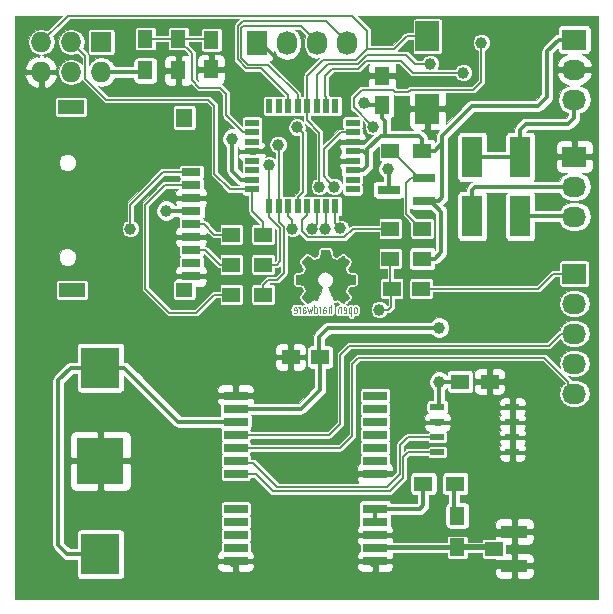
<source format=gbr>
G04 #@! TF.FileFunction,Copper,L2,Bot,Signal*
%FSLAX46Y46*%
G04 Gerber Fmt 4.6, Leading zero omitted, Abs format (unit mm)*
G04 Created by KiCad (PCBNEW 4.0.6) date Thu Aug  3 21:50:21 2017*
%MOMM*%
%LPD*%
G01*
G04 APERTURE LIST*
%ADD10C,0.100000*%
%ADD11C,0.075000*%
%ADD12C,0.002540*%
%ADD13R,1.143000X0.508000*%
%ADD14R,1.727200X2.032000*%
%ADD15O,1.727200X2.032000*%
%ADD16R,1.727200X1.727200*%
%ADD17O,1.727200X1.727200*%
%ADD18R,1.250000X1.500000*%
%ADD19R,1.500000X1.250000*%
%ADD20R,1.500000X1.300000*%
%ADD21R,1.600000X0.700000*%
%ADD22R,1.400000X1.200000*%
%ADD23R,1.400000X1.600000*%
%ADD24R,2.200000X1.200000*%
%ADD25R,2.200000X1.100000*%
%ADD26R,1.500000X1.200000*%
%ADD27R,1.300000X1.500000*%
%ADD28R,3.300000X3.500000*%
%ADD29R,4.000000X4.000000*%
%ADD30R,2.032000X1.727200*%
%ADD31O,2.032000X1.727200*%
%ADD32R,2.000000X2.500000*%
%ADD33R,1.200000X0.600000*%
%ADD34R,0.600000X1.200000*%
%ADD35R,1.800860X3.500120*%
%ADD36R,1.900000X0.800000*%
%ADD37R,2.000000X0.800000*%
%ADD38C,1.000000*%
%ADD39C,0.304800*%
%ADD40C,0.152400*%
%ADD41C,0.400000*%
%ADD42C,0.500000*%
G04 APERTURE END LIST*
D10*
D11*
X114426000Y-75010000D02*
X114426000Y-75470000D01*
X114336000Y-75010000D02*
X114286000Y-75010000D01*
X114386000Y-75040000D02*
X114336000Y-75010000D01*
X114406000Y-75060000D02*
X114386000Y-75040000D01*
X114426000Y-75130000D02*
X114406000Y-75060000D01*
X113986000Y-75470000D02*
X113936000Y-75440000D01*
X114086000Y-75470000D02*
X113986000Y-75470000D01*
X114126000Y-75440000D02*
X114086000Y-75470000D01*
X114146000Y-75370000D02*
X114126000Y-75440000D01*
X114146000Y-75100000D02*
X114146000Y-75370000D01*
X114116000Y-75040000D02*
X114146000Y-75100000D01*
X114076000Y-75010000D02*
X114116000Y-75040000D01*
X113976000Y-75010000D02*
X114076000Y-75010000D01*
X113936000Y-75050000D02*
X113976000Y-75010000D01*
X113916000Y-75120000D02*
X113936000Y-75050000D01*
X113916000Y-75240000D02*
X113916000Y-75120000D01*
X113916000Y-75240000D02*
X114146000Y-75240000D01*
X114666000Y-75100000D02*
X114666000Y-75470000D01*
X114696000Y-75040000D02*
X114666000Y-75100000D01*
X114736000Y-75010000D02*
X114696000Y-75040000D01*
X114836000Y-75010000D02*
X114736000Y-75010000D01*
X114886000Y-75040000D02*
X114836000Y-75010000D01*
X114826000Y-75200000D02*
X114876000Y-75230000D01*
X114706000Y-75200000D02*
X114826000Y-75200000D01*
X114666000Y-75170000D02*
X114706000Y-75200000D01*
X114716000Y-75470000D02*
X114666000Y-75430000D01*
X114836000Y-75470000D02*
X114716000Y-75470000D01*
X114886000Y-75430000D02*
X114836000Y-75470000D01*
X114906000Y-75370000D02*
X114886000Y-75430000D01*
X114906000Y-75300000D02*
X114906000Y-75370000D01*
X114876000Y-75230000D02*
X114906000Y-75300000D01*
X115456000Y-75010000D02*
X115356000Y-75470000D01*
X115356000Y-75470000D02*
X115266000Y-75130000D01*
X115266000Y-75130000D02*
X115166000Y-75470000D01*
X115166000Y-75470000D02*
X115066000Y-75010000D01*
X115646000Y-75440000D02*
X115686000Y-75470000D01*
X115686000Y-75470000D02*
X115796000Y-75470000D01*
X115796000Y-75470000D02*
X115836000Y-75440000D01*
X115836000Y-75440000D02*
X115856000Y-75410000D01*
X115856000Y-75410000D02*
X115886000Y-75340000D01*
X115886000Y-75340000D02*
X115886000Y-75140000D01*
X115886000Y-75140000D02*
X115856000Y-75070000D01*
X115856000Y-75070000D02*
X115836000Y-75040000D01*
X115836000Y-75040000D02*
X115776000Y-75000000D01*
X115776000Y-75000000D02*
X115706000Y-75000000D01*
X115706000Y-75000000D02*
X115646000Y-75040000D01*
X115646000Y-74770000D02*
X115646000Y-75470000D01*
X116166000Y-75130000D02*
X116146000Y-75060000D01*
X116146000Y-75060000D02*
X116126000Y-75040000D01*
X116126000Y-75040000D02*
X116076000Y-75010000D01*
X116076000Y-75010000D02*
X116026000Y-75010000D01*
X116166000Y-75010000D02*
X116166000Y-75470000D01*
X116616000Y-75230000D02*
X116646000Y-75300000D01*
X116646000Y-75300000D02*
X116646000Y-75370000D01*
X116646000Y-75370000D02*
X116626000Y-75430000D01*
X116626000Y-75430000D02*
X116576000Y-75470000D01*
X116576000Y-75470000D02*
X116456000Y-75470000D01*
X116456000Y-75470000D02*
X116406000Y-75430000D01*
X116406000Y-75170000D02*
X116446000Y-75200000D01*
X116446000Y-75200000D02*
X116566000Y-75200000D01*
X116566000Y-75200000D02*
X116616000Y-75230000D01*
X116626000Y-75040000D02*
X116576000Y-75010000D01*
X116576000Y-75010000D02*
X116476000Y-75010000D01*
X116476000Y-75010000D02*
X116436000Y-75040000D01*
X116436000Y-75040000D02*
X116406000Y-75100000D01*
X116406000Y-75100000D02*
X116406000Y-75470000D01*
X117076000Y-75080000D02*
X117056000Y-75040000D01*
X117056000Y-75040000D02*
X117006000Y-75010000D01*
X117006000Y-75010000D02*
X116926000Y-75010000D01*
X116926000Y-75010000D02*
X116886000Y-75040000D01*
X116886000Y-75040000D02*
X116866000Y-75100000D01*
X116866000Y-75100000D02*
X116866000Y-75470000D01*
X117076000Y-74770000D02*
X117076000Y-75470000D01*
X118126000Y-75240000D02*
X118356000Y-75240000D01*
X117906000Y-75070000D02*
X117886000Y-75040000D01*
X117886000Y-75040000D02*
X117846000Y-75010000D01*
X117846000Y-75010000D02*
X117756000Y-75010000D01*
X117756000Y-75010000D02*
X117716000Y-75040000D01*
X117716000Y-75040000D02*
X117696000Y-75100000D01*
X117696000Y-75100000D02*
X117696000Y-75470000D01*
X117906000Y-75010000D02*
X117906000Y-75470000D01*
X118126000Y-75240000D02*
X118126000Y-75120000D01*
X118126000Y-75120000D02*
X118146000Y-75050000D01*
X118146000Y-75050000D02*
X118186000Y-75010000D01*
X118186000Y-75010000D02*
X118286000Y-75010000D01*
X118286000Y-75010000D02*
X118326000Y-75040000D01*
X118326000Y-75040000D02*
X118356000Y-75100000D01*
X118356000Y-75100000D02*
X118356000Y-75370000D01*
X118356000Y-75370000D02*
X118336000Y-75440000D01*
X118336000Y-75440000D02*
X118296000Y-75470000D01*
X118296000Y-75470000D02*
X118196000Y-75470000D01*
X118196000Y-75470000D02*
X118146000Y-75440000D01*
X118786000Y-75040000D02*
X118746000Y-75010000D01*
X118746000Y-75010000D02*
X118646000Y-75010000D01*
X118646000Y-75010000D02*
X118606000Y-75040000D01*
X118606000Y-75040000D02*
X118576000Y-75070000D01*
X118576000Y-75070000D02*
X118556000Y-75130000D01*
X118556000Y-75130000D02*
X118556000Y-75350000D01*
X118556000Y-75350000D02*
X118576000Y-75410000D01*
X118576000Y-75410000D02*
X118596000Y-75440000D01*
X118596000Y-75440000D02*
X118636000Y-75470000D01*
X118636000Y-75470000D02*
X118736000Y-75470000D01*
X118736000Y-75470000D02*
X118786000Y-75440000D01*
X118786000Y-75710000D02*
X118786000Y-75010000D01*
X119096000Y-75010000D02*
X119176000Y-75010000D01*
X119176000Y-75010000D02*
X119216000Y-75040000D01*
X119216000Y-75040000D02*
X119236000Y-75070000D01*
X119236000Y-75070000D02*
X119266000Y-75140000D01*
X119176000Y-75470000D02*
X119096000Y-75470000D01*
X119096000Y-75470000D02*
X119046000Y-75440000D01*
X119046000Y-75440000D02*
X119026000Y-75410000D01*
X119026000Y-75410000D02*
X119006000Y-75340000D01*
X119006000Y-75340000D02*
X119006000Y-75140000D01*
X119006000Y-75140000D02*
X119026000Y-75080000D01*
X119026000Y-75080000D02*
X119046000Y-75050000D01*
X119046000Y-75050000D02*
X119096000Y-75010000D01*
X119266000Y-75140000D02*
X119266000Y-75340000D01*
X119266000Y-75340000D02*
X119246000Y-75400000D01*
X119246000Y-75400000D02*
X119226000Y-75430000D01*
X119226000Y-75430000D02*
X119176000Y-75470000D01*
D12*
G36*
X118099840Y-74635360D02*
X118074440Y-74620120D01*
X118016020Y-74584560D01*
X117932200Y-74528680D01*
X117833140Y-74462640D01*
X117734080Y-74396600D01*
X117652800Y-74343260D01*
X117596920Y-74305160D01*
X117571520Y-74292460D01*
X117558820Y-74297540D01*
X117513100Y-74320400D01*
X117444520Y-74355960D01*
X117403880Y-74376280D01*
X117342920Y-74401680D01*
X117309900Y-74409300D01*
X117304820Y-74399140D01*
X117281960Y-74350880D01*
X117246400Y-74269600D01*
X117200680Y-74160380D01*
X117144800Y-74033380D01*
X117088920Y-73898760D01*
X117030500Y-73759060D01*
X116974620Y-73624440D01*
X116926360Y-73505060D01*
X116885720Y-73408540D01*
X116860320Y-73339960D01*
X116850160Y-73312020D01*
X116852700Y-73304400D01*
X116885720Y-73273920D01*
X116939060Y-73233280D01*
X117058440Y-73136760D01*
X117175280Y-72991980D01*
X117246400Y-72826880D01*
X117269260Y-72641460D01*
X117248940Y-72471280D01*
X117182900Y-72308720D01*
X117068600Y-72161400D01*
X116928900Y-72052180D01*
X116766340Y-71983600D01*
X116586000Y-71960740D01*
X116413280Y-71981060D01*
X116245640Y-72047100D01*
X116098320Y-72158860D01*
X116034820Y-72229980D01*
X115948460Y-72379840D01*
X115900200Y-72537320D01*
X115895120Y-72577960D01*
X115902740Y-72753220D01*
X115953540Y-72923400D01*
X116047520Y-73073260D01*
X116177060Y-73197720D01*
X116192300Y-73207880D01*
X116250720Y-73253600D01*
X116291360Y-73284080D01*
X116321840Y-73309480D01*
X116098320Y-73847960D01*
X116062760Y-73931780D01*
X116001800Y-74079100D01*
X115948460Y-74206100D01*
X115905280Y-74307700D01*
X115874800Y-74373740D01*
X115862100Y-74401680D01*
X115862100Y-74404220D01*
X115841780Y-74406760D01*
X115801140Y-74391520D01*
X115724940Y-74355960D01*
X115676680Y-74330560D01*
X115618260Y-74302620D01*
X115592860Y-74292460D01*
X115570000Y-74305160D01*
X115516660Y-74340720D01*
X115435380Y-74394060D01*
X115338860Y-74457560D01*
X115247420Y-74521060D01*
X115163600Y-74576940D01*
X115102640Y-74615040D01*
X115072160Y-74632820D01*
X115067080Y-74632820D01*
X115041680Y-74617580D01*
X114993420Y-74576940D01*
X114919760Y-74508360D01*
X114815620Y-74404220D01*
X114800380Y-74388980D01*
X114714020Y-74302620D01*
X114645440Y-74228960D01*
X114599720Y-74178160D01*
X114581940Y-74155300D01*
X114581940Y-74155300D01*
X114597180Y-74124820D01*
X114635280Y-74063860D01*
X114691160Y-73977500D01*
X114759740Y-73878440D01*
X114937540Y-73619360D01*
X114841020Y-73375520D01*
X114810540Y-73299320D01*
X114772440Y-73210420D01*
X114744500Y-73144380D01*
X114729260Y-73116440D01*
X114703860Y-73106280D01*
X114635280Y-73091040D01*
X114538760Y-73070720D01*
X114424460Y-73050400D01*
X114312700Y-73030080D01*
X114213640Y-73009760D01*
X114142520Y-72997060D01*
X114109500Y-72989440D01*
X114101880Y-72984360D01*
X114094260Y-72969120D01*
X114091720Y-72936100D01*
X114089180Y-72875140D01*
X114086640Y-72781160D01*
X114086640Y-72641460D01*
X114086640Y-72626220D01*
X114089180Y-72496680D01*
X114091720Y-72390000D01*
X114094260Y-72323960D01*
X114099340Y-72296020D01*
X114099340Y-72296020D01*
X114129820Y-72288400D01*
X114200940Y-72273160D01*
X114300000Y-72255380D01*
X114419380Y-72232520D01*
X114427000Y-72229980D01*
X114543840Y-72207120D01*
X114642900Y-72186800D01*
X114714020Y-72171560D01*
X114741960Y-72161400D01*
X114749580Y-72153780D01*
X114772440Y-72108060D01*
X114805460Y-72034400D01*
X114846100Y-71945500D01*
X114884200Y-71851520D01*
X114917220Y-71767700D01*
X114940080Y-71706740D01*
X114947700Y-71678800D01*
X114945160Y-71676260D01*
X114927380Y-71648320D01*
X114886740Y-71587360D01*
X114830860Y-71503540D01*
X114762280Y-71401940D01*
X114757200Y-71394320D01*
X114688620Y-71295260D01*
X114632740Y-71208900D01*
X114597180Y-71150480D01*
X114581940Y-71122540D01*
X114581940Y-71120000D01*
X114604800Y-71089520D01*
X114655600Y-71033640D01*
X114729260Y-70957440D01*
X114815620Y-70868540D01*
X114843560Y-70843140D01*
X114942620Y-70746620D01*
X115008660Y-70685660D01*
X115051840Y-70652640D01*
X115072160Y-70645020D01*
X115072160Y-70645020D01*
X115102640Y-70662800D01*
X115166140Y-70703440D01*
X115249960Y-70761860D01*
X115351560Y-70830440D01*
X115359180Y-70835520D01*
X115458240Y-70904100D01*
X115542060Y-70959980D01*
X115600480Y-71000620D01*
X115628420Y-71015860D01*
X115630960Y-71015860D01*
X115671600Y-71003160D01*
X115742720Y-70977760D01*
X115831620Y-70944740D01*
X115923060Y-70906640D01*
X116006880Y-70871080D01*
X116070380Y-70843140D01*
X116100860Y-70825360D01*
X116100860Y-70825360D01*
X116111020Y-70789800D01*
X116128800Y-70713600D01*
X116149120Y-70612000D01*
X116174520Y-70490080D01*
X116177060Y-70469760D01*
X116199920Y-70350380D01*
X116217700Y-70251320D01*
X116232940Y-70182740D01*
X116240560Y-70154800D01*
X116255800Y-70152260D01*
X116314220Y-70147180D01*
X116403120Y-70144640D01*
X116512340Y-70144640D01*
X116624100Y-70144640D01*
X116733320Y-70147180D01*
X116827300Y-70149720D01*
X116895880Y-70154800D01*
X116923820Y-70159880D01*
X116923820Y-70162420D01*
X116933980Y-70200520D01*
X116951760Y-70274180D01*
X116972080Y-70378320D01*
X116994940Y-70500240D01*
X117000020Y-70523100D01*
X117022880Y-70639940D01*
X117043200Y-70739000D01*
X117055900Y-70805040D01*
X117063520Y-70832980D01*
X117076220Y-70838060D01*
X117124480Y-70858380D01*
X117203220Y-70891400D01*
X117302280Y-70932040D01*
X117530880Y-71023480D01*
X117812820Y-70832980D01*
X117838220Y-70815200D01*
X117939820Y-70746620D01*
X118021100Y-70690740D01*
X118079520Y-70652640D01*
X118102380Y-70639940D01*
X118104920Y-70639940D01*
X118132860Y-70665340D01*
X118188740Y-70718680D01*
X118264940Y-70792340D01*
X118353840Y-70878700D01*
X118417340Y-70944740D01*
X118496080Y-71023480D01*
X118544340Y-71076820D01*
X118572280Y-71109840D01*
X118579900Y-71130160D01*
X118577360Y-71145400D01*
X118559580Y-71173340D01*
X118518940Y-71234300D01*
X118460520Y-71320660D01*
X118391940Y-71419720D01*
X118336060Y-71503540D01*
X118275100Y-71597520D01*
X118237000Y-71663560D01*
X118221760Y-71696580D01*
X118226840Y-71709280D01*
X118244620Y-71765160D01*
X118280180Y-71848980D01*
X118320820Y-71948040D01*
X118419880Y-72169020D01*
X118564660Y-72196960D01*
X118653560Y-72214740D01*
X118775480Y-72237600D01*
X118894860Y-72260460D01*
X119077740Y-72296020D01*
X119085360Y-72971660D01*
X119057420Y-72984360D01*
X119029480Y-72991980D01*
X118960900Y-73007220D01*
X118864380Y-73027540D01*
X118747540Y-73047860D01*
X118651020Y-73065640D01*
X118551960Y-73085960D01*
X118480840Y-73098660D01*
X118450360Y-73106280D01*
X118440200Y-73116440D01*
X118417340Y-73164700D01*
X118381780Y-73240900D01*
X118341140Y-73332340D01*
X118303040Y-73426320D01*
X118267480Y-73515220D01*
X118244620Y-73581260D01*
X118234460Y-73614280D01*
X118247160Y-73642220D01*
X118285260Y-73700640D01*
X118338600Y-73781920D01*
X118407180Y-73880980D01*
X118473220Y-73977500D01*
X118531640Y-74061320D01*
X118569740Y-74122280D01*
X118587520Y-74150220D01*
X118577360Y-74168000D01*
X118539260Y-74216260D01*
X118465600Y-74292460D01*
X118353840Y-74401680D01*
X118336060Y-74419460D01*
X118249700Y-74503280D01*
X118176040Y-74571860D01*
X118122700Y-74617580D01*
X118099840Y-74635360D01*
X118099840Y-74635360D01*
G37*
X118099840Y-74635360D02*
X118074440Y-74620120D01*
X118016020Y-74584560D01*
X117932200Y-74528680D01*
X117833140Y-74462640D01*
X117734080Y-74396600D01*
X117652800Y-74343260D01*
X117596920Y-74305160D01*
X117571520Y-74292460D01*
X117558820Y-74297540D01*
X117513100Y-74320400D01*
X117444520Y-74355960D01*
X117403880Y-74376280D01*
X117342920Y-74401680D01*
X117309900Y-74409300D01*
X117304820Y-74399140D01*
X117281960Y-74350880D01*
X117246400Y-74269600D01*
X117200680Y-74160380D01*
X117144800Y-74033380D01*
X117088920Y-73898760D01*
X117030500Y-73759060D01*
X116974620Y-73624440D01*
X116926360Y-73505060D01*
X116885720Y-73408540D01*
X116860320Y-73339960D01*
X116850160Y-73312020D01*
X116852700Y-73304400D01*
X116885720Y-73273920D01*
X116939060Y-73233280D01*
X117058440Y-73136760D01*
X117175280Y-72991980D01*
X117246400Y-72826880D01*
X117269260Y-72641460D01*
X117248940Y-72471280D01*
X117182900Y-72308720D01*
X117068600Y-72161400D01*
X116928900Y-72052180D01*
X116766340Y-71983600D01*
X116586000Y-71960740D01*
X116413280Y-71981060D01*
X116245640Y-72047100D01*
X116098320Y-72158860D01*
X116034820Y-72229980D01*
X115948460Y-72379840D01*
X115900200Y-72537320D01*
X115895120Y-72577960D01*
X115902740Y-72753220D01*
X115953540Y-72923400D01*
X116047520Y-73073260D01*
X116177060Y-73197720D01*
X116192300Y-73207880D01*
X116250720Y-73253600D01*
X116291360Y-73284080D01*
X116321840Y-73309480D01*
X116098320Y-73847960D01*
X116062760Y-73931780D01*
X116001800Y-74079100D01*
X115948460Y-74206100D01*
X115905280Y-74307700D01*
X115874800Y-74373740D01*
X115862100Y-74401680D01*
X115862100Y-74404220D01*
X115841780Y-74406760D01*
X115801140Y-74391520D01*
X115724940Y-74355960D01*
X115676680Y-74330560D01*
X115618260Y-74302620D01*
X115592860Y-74292460D01*
X115570000Y-74305160D01*
X115516660Y-74340720D01*
X115435380Y-74394060D01*
X115338860Y-74457560D01*
X115247420Y-74521060D01*
X115163600Y-74576940D01*
X115102640Y-74615040D01*
X115072160Y-74632820D01*
X115067080Y-74632820D01*
X115041680Y-74617580D01*
X114993420Y-74576940D01*
X114919760Y-74508360D01*
X114815620Y-74404220D01*
X114800380Y-74388980D01*
X114714020Y-74302620D01*
X114645440Y-74228960D01*
X114599720Y-74178160D01*
X114581940Y-74155300D01*
X114581940Y-74155300D01*
X114597180Y-74124820D01*
X114635280Y-74063860D01*
X114691160Y-73977500D01*
X114759740Y-73878440D01*
X114937540Y-73619360D01*
X114841020Y-73375520D01*
X114810540Y-73299320D01*
X114772440Y-73210420D01*
X114744500Y-73144380D01*
X114729260Y-73116440D01*
X114703860Y-73106280D01*
X114635280Y-73091040D01*
X114538760Y-73070720D01*
X114424460Y-73050400D01*
X114312700Y-73030080D01*
X114213640Y-73009760D01*
X114142520Y-72997060D01*
X114109500Y-72989440D01*
X114101880Y-72984360D01*
X114094260Y-72969120D01*
X114091720Y-72936100D01*
X114089180Y-72875140D01*
X114086640Y-72781160D01*
X114086640Y-72641460D01*
X114086640Y-72626220D01*
X114089180Y-72496680D01*
X114091720Y-72390000D01*
X114094260Y-72323960D01*
X114099340Y-72296020D01*
X114099340Y-72296020D01*
X114129820Y-72288400D01*
X114200940Y-72273160D01*
X114300000Y-72255380D01*
X114419380Y-72232520D01*
X114427000Y-72229980D01*
X114543840Y-72207120D01*
X114642900Y-72186800D01*
X114714020Y-72171560D01*
X114741960Y-72161400D01*
X114749580Y-72153780D01*
X114772440Y-72108060D01*
X114805460Y-72034400D01*
X114846100Y-71945500D01*
X114884200Y-71851520D01*
X114917220Y-71767700D01*
X114940080Y-71706740D01*
X114947700Y-71678800D01*
X114945160Y-71676260D01*
X114927380Y-71648320D01*
X114886740Y-71587360D01*
X114830860Y-71503540D01*
X114762280Y-71401940D01*
X114757200Y-71394320D01*
X114688620Y-71295260D01*
X114632740Y-71208900D01*
X114597180Y-71150480D01*
X114581940Y-71122540D01*
X114581940Y-71120000D01*
X114604800Y-71089520D01*
X114655600Y-71033640D01*
X114729260Y-70957440D01*
X114815620Y-70868540D01*
X114843560Y-70843140D01*
X114942620Y-70746620D01*
X115008660Y-70685660D01*
X115051840Y-70652640D01*
X115072160Y-70645020D01*
X115072160Y-70645020D01*
X115102640Y-70662800D01*
X115166140Y-70703440D01*
X115249960Y-70761860D01*
X115351560Y-70830440D01*
X115359180Y-70835520D01*
X115458240Y-70904100D01*
X115542060Y-70959980D01*
X115600480Y-71000620D01*
X115628420Y-71015860D01*
X115630960Y-71015860D01*
X115671600Y-71003160D01*
X115742720Y-70977760D01*
X115831620Y-70944740D01*
X115923060Y-70906640D01*
X116006880Y-70871080D01*
X116070380Y-70843140D01*
X116100860Y-70825360D01*
X116100860Y-70825360D01*
X116111020Y-70789800D01*
X116128800Y-70713600D01*
X116149120Y-70612000D01*
X116174520Y-70490080D01*
X116177060Y-70469760D01*
X116199920Y-70350380D01*
X116217700Y-70251320D01*
X116232940Y-70182740D01*
X116240560Y-70154800D01*
X116255800Y-70152260D01*
X116314220Y-70147180D01*
X116403120Y-70144640D01*
X116512340Y-70144640D01*
X116624100Y-70144640D01*
X116733320Y-70147180D01*
X116827300Y-70149720D01*
X116895880Y-70154800D01*
X116923820Y-70159880D01*
X116923820Y-70162420D01*
X116933980Y-70200520D01*
X116951760Y-70274180D01*
X116972080Y-70378320D01*
X116994940Y-70500240D01*
X117000020Y-70523100D01*
X117022880Y-70639940D01*
X117043200Y-70739000D01*
X117055900Y-70805040D01*
X117063520Y-70832980D01*
X117076220Y-70838060D01*
X117124480Y-70858380D01*
X117203220Y-70891400D01*
X117302280Y-70932040D01*
X117530880Y-71023480D01*
X117812820Y-70832980D01*
X117838220Y-70815200D01*
X117939820Y-70746620D01*
X118021100Y-70690740D01*
X118079520Y-70652640D01*
X118102380Y-70639940D01*
X118104920Y-70639940D01*
X118132860Y-70665340D01*
X118188740Y-70718680D01*
X118264940Y-70792340D01*
X118353840Y-70878700D01*
X118417340Y-70944740D01*
X118496080Y-71023480D01*
X118544340Y-71076820D01*
X118572280Y-71109840D01*
X118579900Y-71130160D01*
X118577360Y-71145400D01*
X118559580Y-71173340D01*
X118518940Y-71234300D01*
X118460520Y-71320660D01*
X118391940Y-71419720D01*
X118336060Y-71503540D01*
X118275100Y-71597520D01*
X118237000Y-71663560D01*
X118221760Y-71696580D01*
X118226840Y-71709280D01*
X118244620Y-71765160D01*
X118280180Y-71848980D01*
X118320820Y-71948040D01*
X118419880Y-72169020D01*
X118564660Y-72196960D01*
X118653560Y-72214740D01*
X118775480Y-72237600D01*
X118894860Y-72260460D01*
X119077740Y-72296020D01*
X119085360Y-72971660D01*
X119057420Y-72984360D01*
X119029480Y-72991980D01*
X118960900Y-73007220D01*
X118864380Y-73027540D01*
X118747540Y-73047860D01*
X118651020Y-73065640D01*
X118551960Y-73085960D01*
X118480840Y-73098660D01*
X118450360Y-73106280D01*
X118440200Y-73116440D01*
X118417340Y-73164700D01*
X118381780Y-73240900D01*
X118341140Y-73332340D01*
X118303040Y-73426320D01*
X118267480Y-73515220D01*
X118244620Y-73581260D01*
X118234460Y-73614280D01*
X118247160Y-73642220D01*
X118285260Y-73700640D01*
X118338600Y-73781920D01*
X118407180Y-73880980D01*
X118473220Y-73977500D01*
X118531640Y-74061320D01*
X118569740Y-74122280D01*
X118587520Y-74150220D01*
X118577360Y-74168000D01*
X118539260Y-74216260D01*
X118465600Y-74292460D01*
X118353840Y-74401680D01*
X118336060Y-74419460D01*
X118249700Y-74503280D01*
X118176040Y-74571860D01*
X118122700Y-74617580D01*
X118099840Y-74635360D01*
D13*
X126068000Y-83439000D03*
X126068000Y-84709000D03*
X126068000Y-85979000D03*
X126068000Y-87249000D03*
X132418000Y-87249000D03*
X132418000Y-85979000D03*
X132418000Y-84709000D03*
X132418000Y-83439000D03*
D14*
X110799200Y-52647600D03*
D15*
X113339200Y-52647600D03*
X115879200Y-52647600D03*
X118419200Y-52647600D03*
D16*
X97620000Y-52540000D03*
D17*
X97620000Y-55080000D03*
X95080000Y-52540000D03*
X95080000Y-55080000D03*
X92540000Y-52540000D03*
X92540000Y-55080000D03*
D18*
X121412000Y-57892000D03*
X121412000Y-55392000D03*
D19*
X116142000Y-79210000D03*
X113642000Y-79210000D03*
D20*
X122094000Y-70866000D03*
X124794000Y-70866000D03*
D18*
X106934000Y-52344000D03*
X106934000Y-54844000D03*
D21*
X105242000Y-71238000D03*
X105242000Y-70138000D03*
X105242000Y-69038000D03*
X105242000Y-67938000D03*
X105242000Y-66838000D03*
X105242000Y-65738000D03*
X105242000Y-64638000D03*
X105242000Y-63538000D03*
D22*
X104642000Y-73538000D03*
D23*
X104642000Y-58938000D03*
D24*
X95042000Y-58038000D03*
X95142000Y-73538000D03*
D21*
X105242000Y-72338000D03*
D25*
X132588000Y-96880000D03*
X132588000Y-93980000D03*
D26*
X130838000Y-95430000D03*
D27*
X127762000Y-95330000D03*
X127762000Y-92630000D03*
D20*
X127588000Y-89916000D03*
X124888000Y-89916000D03*
X111332000Y-68834000D03*
X108632000Y-68834000D03*
X111332000Y-73914000D03*
X108632000Y-73914000D03*
X111332000Y-71374000D03*
X108632000Y-71374000D03*
D19*
X122194000Y-73406000D03*
X124694000Y-73406000D03*
D28*
X97536000Y-95900000D03*
X97536000Y-80100000D03*
D29*
X97536000Y-88000000D03*
D19*
X130493000Y-81280000D03*
X127993000Y-81280000D03*
D30*
X137668000Y-72136000D03*
D31*
X137668000Y-74676000D03*
X137668000Y-77216000D03*
X137668000Y-79756000D03*
X137668000Y-82296000D03*
D27*
X101346000Y-52244000D03*
X101346000Y-54944000D03*
X104140000Y-54944000D03*
X104140000Y-52244000D03*
D20*
X122094000Y-61722000D03*
X124794000Y-61722000D03*
D30*
X137668000Y-52324000D03*
D31*
X137668000Y-54864000D03*
X137668000Y-57404000D03*
D32*
X125222000Y-58193000D03*
X125222000Y-52043000D03*
D33*
X118888000Y-59392000D03*
X118888000Y-60192000D03*
X118888000Y-60992000D03*
X118888000Y-61792000D03*
X118888000Y-62592000D03*
X118888000Y-63392000D03*
X118888000Y-64192000D03*
X118888000Y-64992000D03*
D34*
X117438000Y-66442000D03*
X116638000Y-66442000D03*
X115838000Y-66442000D03*
X115038000Y-66442000D03*
X114238000Y-66442000D03*
X113438000Y-66442000D03*
X112638000Y-66442000D03*
X111838000Y-66442000D03*
D33*
X110388000Y-64992000D03*
X110388000Y-64192000D03*
X110388000Y-63392000D03*
X110388000Y-62592000D03*
X110388000Y-61792000D03*
X110388000Y-60992000D03*
X110388000Y-60192000D03*
X110388000Y-59392000D03*
D34*
X111838000Y-57942000D03*
X112638000Y-57942000D03*
X113438000Y-57942000D03*
X114238000Y-57942000D03*
X115038000Y-57942000D03*
X115838000Y-57942000D03*
X116638000Y-57942000D03*
X117438000Y-57942000D03*
D35*
X133096000Y-62270640D03*
X133096000Y-67269360D03*
X129032000Y-62270640D03*
X129032000Y-67269360D03*
D30*
X137668000Y-62230000D03*
D31*
X137668000Y-64770000D03*
X137668000Y-67310000D03*
D36*
X124944000Y-64074000D03*
X124944000Y-65974000D03*
X121944000Y-65024000D03*
D20*
X122094000Y-68326000D03*
X124794000Y-68326000D03*
D37*
X120796000Y-82482000D03*
X120796000Y-83582000D03*
X120796000Y-84682000D03*
X120796000Y-85782000D03*
X120796000Y-86882000D03*
X120796000Y-87982000D03*
X120796000Y-89082000D03*
X120796000Y-92082000D03*
X120796000Y-93182000D03*
X120796000Y-94282000D03*
X120796000Y-95382000D03*
X120796000Y-96482000D03*
X108996000Y-96482000D03*
X108996000Y-95382000D03*
X108996000Y-94282000D03*
X108996000Y-93182000D03*
X108996000Y-92082000D03*
X108996000Y-89082000D03*
X108996000Y-87982000D03*
X108996000Y-86882000D03*
X108996000Y-85782000D03*
X108996000Y-84682000D03*
X108996000Y-83582000D03*
X108996000Y-82482000D03*
D38*
X116078000Y-91694000D03*
X116078000Y-92964000D03*
X116078000Y-94234000D03*
X114808000Y-91694000D03*
X114808000Y-92964000D03*
X114808000Y-94234000D03*
X138684000Y-86360000D03*
X138684000Y-88900000D03*
X138684000Y-91440000D03*
X138684000Y-93980000D03*
X138684000Y-96520000D03*
X138684000Y-99060000D03*
X91440000Y-76200000D03*
X91440000Y-78740000D03*
X91440000Y-81280000D03*
X91440000Y-83820000D03*
X91440000Y-86360000D03*
X91440000Y-88900000D03*
X91440000Y-91440000D03*
X91440000Y-93980000D03*
X91440000Y-96520000D03*
X91440000Y-99060000D03*
X113665000Y-91694000D03*
X113665000Y-92964000D03*
X113665000Y-94234000D03*
X117348000Y-91694000D03*
X117348000Y-92964000D03*
X117348000Y-94234000D03*
X106680000Y-91694000D03*
X106680000Y-92964000D03*
X106680000Y-94234000D03*
X106680000Y-95504000D03*
X106680000Y-96774000D03*
X113623330Y-64965210D03*
X123190000Y-55880000D03*
X110744000Y-55626000D03*
X117348000Y-62230000D03*
X113538000Y-62230000D03*
X107188000Y-65786000D03*
X114156990Y-55631620D03*
X110799200Y-52647600D03*
X123190000Y-58166000D03*
X129286000Y-96520000D03*
X126238000Y-96520000D03*
X124714000Y-96520000D03*
X129286000Y-94234000D03*
X126238000Y-94234000D03*
X124714000Y-94234000D03*
X123190000Y-96520000D03*
X123190000Y-96520000D03*
X123190000Y-96520000D03*
X123190000Y-94234000D03*
X123190000Y-94234000D03*
X108712000Y-60706000D03*
X119888000Y-57658000D03*
X100076000Y-68326000D03*
X113792000Y-68326000D03*
X121158000Y-75184000D03*
X116078000Y-64770000D03*
X117348000Y-64770000D03*
X117862625Y-68318880D03*
X116586000Y-68326000D03*
X115433590Y-68328034D03*
X129794000Y-52578000D03*
X114194195Y-59754494D03*
X114194194Y-59754494D03*
X120650000Y-59690000D03*
X125476000Y-54356000D03*
X128270000Y-55118000D03*
X111842477Y-62953927D03*
X112580790Y-61213645D03*
X121920000Y-63246000D03*
X126238000Y-81280000D03*
X126238000Y-76708000D03*
X103124000Y-66802000D03*
D39*
X97620000Y-55080000D02*
X101210000Y-55080000D01*
X101210000Y-55080000D02*
X101346000Y-54944000D01*
X137668000Y-64770000D02*
X129286000Y-64770000D01*
X129286000Y-64770000D02*
X129032000Y-65024000D01*
X129032000Y-65024000D02*
X129032000Y-67269360D01*
X116078000Y-92964000D02*
X116078000Y-91694000D01*
X116078000Y-96482000D02*
X117640000Y-96482000D01*
X114554000Y-96482000D02*
X116078000Y-96482000D01*
X116078000Y-96482000D02*
X116078000Y-94234000D01*
X114808000Y-92964000D02*
X114808000Y-91694000D01*
X113373000Y-96482000D02*
X114554000Y-96482000D01*
X114554000Y-96482000D02*
X114554000Y-95123000D01*
X114554000Y-95123000D02*
X114808000Y-94869000D01*
X114808000Y-94869000D02*
X114808000Y-94234000D01*
X117348000Y-94234000D02*
X117348000Y-96190000D01*
X117348000Y-96190000D02*
X117640000Y-96482000D01*
X117640000Y-96482000D02*
X120796000Y-96482000D01*
X113665000Y-94234000D02*
X113665000Y-96190000D01*
X113665000Y-96190000D02*
X113373000Y-96482000D01*
X113373000Y-96482000D02*
X108996000Y-96482000D01*
X138684000Y-91440000D02*
X138684000Y-88900000D01*
X138684000Y-96520000D02*
X138684000Y-93980000D01*
X132588000Y-96880000D02*
X136504000Y-96880000D01*
X136504000Y-96880000D02*
X138684000Y-99060000D01*
X91440000Y-78740000D02*
X91440000Y-76200000D01*
X91440000Y-83820000D02*
X91440000Y-81280000D01*
X91440000Y-88900000D02*
X91440000Y-86360000D01*
X91440000Y-93980000D02*
X91440000Y-91440000D01*
X91440000Y-99060000D02*
X91440000Y-96520000D01*
X113665000Y-92964000D02*
X113665000Y-91694000D01*
X108996000Y-96482000D02*
X106972000Y-96482000D01*
X106972000Y-96482000D02*
X106680000Y-96774000D01*
X120504000Y-96774000D02*
X120796000Y-96482000D01*
X117348000Y-92964000D02*
X117348000Y-91694000D01*
X108704000Y-96774000D02*
X108996000Y-96482000D01*
X106680000Y-92964000D02*
X106680000Y-91694000D01*
X106680000Y-95504000D02*
X106680000Y-94234000D01*
X106718000Y-96736000D02*
X106680000Y-96774000D01*
X113538000Y-64879880D02*
X113623330Y-64965210D01*
X113538000Y-62230000D02*
X113538000Y-64879880D01*
X111623589Y-60754188D02*
X112179777Y-60198000D01*
X112179777Y-60198000D02*
X113030000Y-60198000D01*
X111292800Y-61792000D02*
X111623589Y-61461211D01*
X110388000Y-61792000D02*
X111292800Y-61792000D01*
X111623589Y-61461211D02*
X111623589Y-60754188D01*
X113030000Y-60198000D02*
X113538000Y-60706000D01*
X113538000Y-60706000D02*
X113538000Y-62230000D01*
X122702000Y-55392000D02*
X123190000Y-55880000D01*
X121412000Y-55392000D02*
X122702000Y-55392000D01*
X106934000Y-54844000D02*
X109244774Y-54844000D01*
X109244774Y-54844000D02*
X110026774Y-55626000D01*
X110026774Y-55626000D02*
X110744000Y-55626000D01*
X117348000Y-61468000D02*
X117824000Y-60992000D01*
X117824000Y-60992000D02*
X118888000Y-60992000D01*
X117348000Y-62230000D02*
X117348000Y-61468000D01*
X117348000Y-62230000D02*
X117710000Y-62592000D01*
X117710000Y-62592000D02*
X118888000Y-62592000D01*
X107188000Y-65786000D02*
X105290000Y-65786000D01*
X105290000Y-65786000D02*
X105242000Y-65738000D01*
X114156990Y-55631620D02*
X111172970Y-52647600D01*
X111172970Y-52647600D02*
X110799200Y-52647600D01*
X123190000Y-58166000D02*
X125195000Y-58166000D01*
X125195000Y-58166000D02*
X125222000Y-58193000D01*
X121432000Y-55372000D02*
X121412000Y-55392000D01*
X129286000Y-96520000D02*
X132228000Y-96520000D01*
X132228000Y-96520000D02*
X132588000Y-96880000D01*
X124714000Y-96520000D02*
X126238000Y-96520000D01*
X129286000Y-94234000D02*
X132334000Y-94234000D01*
X132334000Y-94234000D02*
X132588000Y-93980000D01*
X124714000Y-94234000D02*
X126238000Y-94234000D01*
X120796000Y-96482000D02*
X123152000Y-96482000D01*
X123152000Y-96482000D02*
X123190000Y-96520000D01*
X123142000Y-94282000D02*
X123190000Y-94234000D01*
X120796000Y-94282000D02*
X123142000Y-94282000D01*
X124794000Y-70866000D02*
X125848800Y-70866000D01*
X125848800Y-70866000D02*
X126412000Y-70302800D01*
X126412000Y-70302800D02*
X126412000Y-69911200D01*
X124944000Y-65974000D02*
X125494000Y-65974000D01*
X125494000Y-65974000D02*
X126412000Y-66892000D01*
X126412000Y-66892000D02*
X126412000Y-69911200D01*
X108712000Y-60960000D02*
X108712000Y-61214000D01*
X108712000Y-61214000D02*
X108712000Y-63438962D01*
X108712000Y-60706000D02*
X108712000Y-61214000D01*
X108712000Y-63438962D02*
X109465038Y-64192000D01*
X109465038Y-64192000D02*
X109483200Y-64192000D01*
X109483200Y-64192000D02*
X110388000Y-64192000D01*
X121412000Y-57892000D02*
X120122000Y-57892000D01*
X120122000Y-57892000D02*
X119888000Y-57658000D01*
X137668000Y-52324000D02*
X136347200Y-52324000D01*
X126492000Y-60452000D02*
X126492000Y-61078800D01*
X136347200Y-52324000D02*
X135382000Y-53289200D01*
X134620000Y-57912000D02*
X129032000Y-57912000D01*
X135382000Y-53289200D02*
X135382000Y-57150000D01*
X135382000Y-57150000D02*
X134620000Y-57912000D01*
X129032000Y-57912000D02*
X126492000Y-60452000D01*
X120142000Y-61614658D02*
X121304658Y-60452000D01*
X120142000Y-62141200D02*
X120142000Y-61614658D01*
X121304658Y-60452000D02*
X121666000Y-60452000D01*
X121666000Y-60452000D02*
X124478800Y-60452000D01*
X121412000Y-57892000D02*
X121412000Y-58946800D01*
X121412000Y-58946800D02*
X121666000Y-59200800D01*
X121666000Y-59200800D02*
X121666000Y-60452000D01*
X124794000Y-60767200D02*
X124794000Y-61722000D01*
X124478800Y-60452000D02*
X124794000Y-60767200D01*
X120142000Y-62141200D02*
X120142000Y-63042800D01*
X118888000Y-61792000D02*
X119792800Y-61792000D01*
X119792800Y-61792000D02*
X120142000Y-62141200D01*
X118888000Y-63392000D02*
X119792800Y-63392000D01*
X119792800Y-63392000D02*
X120142000Y-63042800D01*
X126198800Y-65974000D02*
X126492000Y-65680800D01*
X125848800Y-61722000D02*
X126492000Y-61078800D01*
X126492000Y-65680800D02*
X126492000Y-61078800D01*
X124794000Y-61722000D02*
X125848800Y-61722000D01*
X124944000Y-65974000D02*
X126198800Y-65974000D01*
D40*
X106392000Y-70138000D02*
X107628000Y-71374000D01*
X107628000Y-71374000D02*
X108886000Y-71374000D01*
X105242000Y-70138000D02*
X106392000Y-70138000D01*
X106292000Y-67938000D02*
X107188000Y-68834000D01*
X107188000Y-68834000D02*
X108886000Y-68834000D01*
X105242000Y-67938000D02*
X106292000Y-67938000D01*
X105242000Y-64638000D02*
X103002000Y-64638000D01*
X103002000Y-64638000D02*
X101346000Y-66294000D01*
X101346000Y-66294000D02*
X101346000Y-73406000D01*
X101346000Y-73406000D02*
X103378000Y-75438000D01*
X105664000Y-75438000D02*
X107188000Y-73914000D01*
X103378000Y-75438000D02*
X105664000Y-75438000D01*
X107188000Y-73914000D02*
X108632000Y-73914000D01*
X100076000Y-68326000D02*
X100076000Y-67564000D01*
X113792000Y-68326000D02*
X113792000Y-67618894D01*
X113438000Y-67194400D02*
X113438000Y-66442000D01*
X113438000Y-67264894D02*
X113438000Y-67194400D01*
X113792000Y-67618894D02*
X113438000Y-67264894D01*
X100076000Y-67564000D02*
X100076000Y-67818000D01*
X102832000Y-63538000D02*
X100076000Y-66294000D01*
X100076000Y-66294000D02*
X100076000Y-67564000D01*
X105242000Y-63538000D02*
X102832000Y-63538000D01*
X122174000Y-74930000D02*
X122174000Y-73426000D01*
X121158000Y-75184000D02*
X121920000Y-75184000D01*
X121920000Y-75184000D02*
X122174000Y-74930000D01*
X122174000Y-73426000D02*
X122194000Y-73406000D01*
X122094000Y-70866000D02*
X122094000Y-73306000D01*
X122094000Y-73306000D02*
X122194000Y-73406000D01*
X116078000Y-60198000D02*
X116078000Y-64770000D01*
X115038000Y-59158000D02*
X116078000Y-60198000D01*
X115038000Y-57942000D02*
X115038000Y-59158000D01*
X115038000Y-55396000D02*
X115038000Y-57189600D01*
X119176809Y-54051191D02*
X116382809Y-54051191D01*
X120142000Y-53086000D02*
X119176809Y-54051191D01*
X115038000Y-57189600D02*
X115038000Y-57942000D01*
X116382809Y-54051191D02*
X115038000Y-55396000D01*
X120142000Y-53086000D02*
X122428000Y-53086000D01*
X123471000Y-52043000D02*
X122428000Y-53086000D01*
X125222000Y-52043000D02*
X123471000Y-52043000D01*
X120142000Y-53086000D02*
X120142000Y-51562000D01*
X120142000Y-51562000D02*
X118872000Y-50292000D01*
X118872000Y-50292000D02*
X94788000Y-50292000D01*
X94788000Y-50292000D02*
X92540000Y-52540000D01*
X116848001Y-64270001D02*
X117348000Y-64770000D01*
X116466999Y-63888999D02*
X116848001Y-64270001D01*
X116466999Y-61594644D02*
X116466999Y-63888999D01*
X117869643Y-60192000D02*
X116466999Y-61594644D01*
X118888000Y-60192000D02*
X117869643Y-60192000D01*
X117438000Y-67894255D02*
X117862625Y-68318880D01*
X117438000Y-66442000D02*
X117438000Y-67894255D01*
X116625626Y-68286374D02*
X116586000Y-68326000D01*
X116638000Y-68286374D02*
X116625626Y-68286374D01*
X116638000Y-66442000D02*
X116638000Y-68286374D01*
X115838000Y-67923624D02*
X115433590Y-68328034D01*
X115838000Y-66442000D02*
X115838000Y-67923624D01*
D41*
X124968000Y-95330000D02*
X120848000Y-95330000D01*
X120848000Y-95330000D02*
X120796000Y-95382000D01*
X127508000Y-95330000D02*
X124968000Y-95330000D01*
D42*
X127508000Y-95330000D02*
X130632000Y-95330000D01*
D41*
X130632000Y-95330000D02*
X130838000Y-95536000D01*
X127456000Y-95382000D02*
X127508000Y-95330000D01*
D39*
X127508000Y-92630000D02*
X127508000Y-89996000D01*
X127508000Y-89996000D02*
X127588000Y-89916000D01*
D40*
X129012000Y-73406000D02*
X124694000Y-73406000D01*
X134620000Y-73406000D02*
X129012000Y-73406000D01*
X135890000Y-72136000D02*
X134620000Y-73406000D01*
X137668000Y-72136000D02*
X135890000Y-72136000D01*
X137515600Y-72136000D02*
X137668000Y-72136000D01*
X129794000Y-52578000D02*
X129794000Y-55880000D01*
X129794000Y-55880000D02*
X129540000Y-56134000D01*
X114694193Y-60254493D02*
X114194194Y-59754494D01*
X114238000Y-66442000D02*
X114238000Y-65689600D01*
X114238000Y-65689600D02*
X114694193Y-65233407D01*
X114694193Y-65233407D02*
X114694193Y-60254493D01*
X122513118Y-56761002D02*
X123612882Y-56761002D01*
X122314115Y-56561999D02*
X122513118Y-56761002D01*
X120650000Y-59690000D02*
X119006998Y-58046998D01*
X123811885Y-56561999D02*
X129112001Y-56561999D01*
X119680117Y-56561999D02*
X122314115Y-56561999D01*
X119006998Y-57235118D02*
X119680117Y-56561999D01*
X123612882Y-56761002D02*
X123811885Y-56561999D01*
X119006998Y-58046998D02*
X119006998Y-57235118D01*
X129112001Y-56561999D02*
X129540000Y-56134000D01*
X129112001Y-56561999D02*
X129286000Y-56388000D01*
X123444000Y-53594000D02*
X124206000Y-54356000D01*
X115838000Y-57942000D02*
X115838000Y-55358000D01*
X116840000Y-54356000D02*
X119380000Y-54356000D01*
X119380000Y-54356000D02*
X120142000Y-53594000D01*
X115838000Y-55358000D02*
X116840000Y-54356000D01*
X120142000Y-53594000D02*
X123444000Y-53594000D01*
X124206000Y-54356000D02*
X125476000Y-54356000D01*
X127816894Y-55118000D02*
X128270000Y-55118000D01*
X122682000Y-54102000D02*
X120065066Y-54102000D01*
X116638000Y-57189600D02*
X116638000Y-57942000D01*
X120065066Y-54102000D02*
X119380000Y-54787067D01*
X119380000Y-54787067D02*
X117170933Y-54787067D01*
X116586000Y-55372000D02*
X116586000Y-57137600D01*
X117170933Y-54787067D02*
X116586000Y-55372000D01*
X116586000Y-57137600D02*
X116638000Y-57189600D01*
X122682000Y-54102000D02*
X122969884Y-54102000D01*
X122969884Y-54102000D02*
X123985884Y-55118000D01*
X123985884Y-55118000D02*
X127816894Y-55118000D01*
X122682000Y-54102000D02*
X122936000Y-54102000D01*
X115038000Y-67194400D02*
X115038000Y-66442000D01*
X114587398Y-67645002D02*
X115038000Y-67194400D01*
X114587398Y-68560174D02*
X114587398Y-67645002D01*
X115108105Y-69080881D02*
X114587398Y-68560174D01*
X118179451Y-69080881D02*
X115108105Y-69080881D01*
X118934332Y-68326000D02*
X118179451Y-69080881D01*
X122094000Y-68326000D02*
X118934332Y-68326000D01*
X114554000Y-51170000D02*
X109612001Y-51170000D01*
X109474000Y-51308000D02*
X109474000Y-53887803D01*
X109612001Y-51170000D02*
X109474000Y-51308000D01*
X115879200Y-52495200D02*
X114554000Y-51170000D01*
X115879200Y-52647600D02*
X115879200Y-52495200D01*
X110026384Y-54440187D02*
X111703657Y-54440187D01*
X111703657Y-54440187D02*
X114238000Y-56974530D01*
X109474000Y-53887803D02*
X110026384Y-54440187D01*
X114238000Y-57189600D02*
X114238000Y-57942000D01*
X114238000Y-56974530D02*
X114238000Y-57189600D01*
X113438000Y-57016116D02*
X113438000Y-57189600D01*
X111166882Y-54744998D02*
X113438000Y-57016116D01*
X109169189Y-54014059D02*
X109900128Y-54744998D01*
X109169189Y-51181744D02*
X109169189Y-54014059D01*
X118419200Y-52495200D02*
X116673191Y-50749191D01*
X118419200Y-52647600D02*
X118419200Y-52495200D01*
X109900128Y-54744998D02*
X111166882Y-54744998D01*
X113438000Y-57189600D02*
X113438000Y-57942000D01*
X116673191Y-50749191D02*
X109601743Y-50749191D01*
X109601743Y-50749191D02*
X109169189Y-51181744D01*
D39*
X100230000Y-80772000D02*
X100330000Y-80872000D01*
X100330000Y-80872000D02*
X104140000Y-84682000D01*
X108996000Y-84682000D02*
X104140000Y-84682000D01*
X99490800Y-80100000D02*
X99558000Y-80100000D01*
X99490800Y-80100000D02*
X97536000Y-80100000D01*
X99558000Y-80100000D02*
X100330000Y-80872000D01*
X97700000Y-80264000D02*
X97536000Y-80100000D01*
X95073200Y-80100000D02*
X97536000Y-80100000D01*
X94742000Y-95900000D02*
X93980000Y-95138000D01*
X93980000Y-95138000D02*
X93980000Y-81193200D01*
X93980000Y-81193200D02*
X95073200Y-80100000D01*
X97028000Y-95900000D02*
X94742000Y-95900000D01*
D40*
X108996000Y-86882000D02*
X117842000Y-86882000D01*
X117842000Y-86882000D02*
X118872000Y-85852000D01*
X118872000Y-85852000D02*
X118872000Y-79756000D01*
X118872000Y-79756000D02*
X119380000Y-79248000D01*
X137160000Y-81280000D02*
X137160000Y-81788000D01*
X119380000Y-79248000D02*
X135128000Y-79248000D01*
X135128000Y-79248000D02*
X137160000Y-81280000D01*
X137160000Y-81788000D02*
X137668000Y-82296000D01*
X108996000Y-85782000D02*
X116910000Y-85782000D01*
X116910000Y-85782000D02*
X117856000Y-84836000D01*
X117856000Y-84836000D02*
X117856000Y-78994000D01*
X117856000Y-78994000D02*
X118618000Y-78232000D01*
X136499600Y-77216000D02*
X137668000Y-77216000D01*
X118618000Y-78232000D02*
X135483600Y-78232000D01*
X135483600Y-78232000D02*
X136499600Y-77216000D01*
D39*
X124888000Y-91774000D02*
X124580000Y-92082000D01*
X124580000Y-92082000D02*
X120796000Y-92082000D01*
X124888000Y-89916000D02*
X124888000Y-91774000D01*
X120796000Y-93182000D02*
X120796000Y-92082000D01*
D40*
X126068000Y-87249000D02*
X123571000Y-87249000D01*
X123571000Y-87249000D02*
X123190000Y-87630000D01*
X123190000Y-87630000D02*
X123190000Y-89408000D01*
X123190000Y-89408000D02*
X122039002Y-90558998D01*
X122039002Y-90558998D02*
X112148998Y-90558998D01*
X112148998Y-90558998D02*
X110672000Y-89082000D01*
X110672000Y-89082000D02*
X108996000Y-89082000D01*
X112522000Y-90170000D02*
X121793802Y-90170000D01*
X109982000Y-88138000D02*
X110490000Y-88138000D01*
X110490000Y-88138000D02*
X112522000Y-90170000D01*
X109826000Y-87982000D02*
X109982000Y-88138000D01*
X108996000Y-87982000D02*
X109826000Y-87982000D01*
X122885191Y-86664809D02*
X123571000Y-85979000D01*
X121793802Y-90170000D02*
X122885191Y-89078611D01*
X125344100Y-85979000D02*
X126068000Y-85979000D01*
X123571000Y-85979000D02*
X125344100Y-85979000D01*
X122885191Y-89078611D02*
X122885191Y-86664809D01*
X104140000Y-52244000D02*
X104140000Y-52344000D01*
X108184000Y-58740400D02*
X109635600Y-60192000D01*
X105918000Y-56388000D02*
X107676000Y-56388000D01*
X107676000Y-56388000D02*
X108184000Y-56896000D01*
X105290998Y-55760998D02*
X105918000Y-56388000D01*
X105290998Y-53494998D02*
X105290998Y-55760998D01*
X104140000Y-52344000D02*
X105290998Y-53494998D01*
X108184000Y-56896000D02*
X108184000Y-58740400D01*
X109635600Y-60192000D02*
X110388000Y-60192000D01*
X104140000Y-52244000D02*
X106834000Y-52244000D01*
X106834000Y-52244000D02*
X106934000Y-52344000D01*
X101346000Y-52244000D02*
X104140000Y-52244000D01*
X111838000Y-62958404D02*
X111842477Y-62953927D01*
X111838000Y-66442000D02*
X111838000Y-62958404D01*
X111838000Y-66442000D02*
X111838000Y-67373397D01*
X111838000Y-67373397D02*
X112758588Y-68293986D01*
X112758588Y-68293986D02*
X112758588Y-71103812D01*
X112758588Y-71103812D02*
X112488400Y-71374000D01*
X112488400Y-71374000D02*
X111586000Y-71374000D01*
X95080000Y-52540000D02*
X96266000Y-53726000D01*
X96266000Y-53726000D02*
X96266000Y-55626000D01*
X96266000Y-55626000D02*
X98044000Y-57404000D01*
X98044000Y-57404000D02*
X106680000Y-57404000D01*
X106680000Y-57404000D02*
X107188000Y-57912000D01*
X107188000Y-57912000D02*
X107188000Y-63690000D01*
X107188000Y-63690000D02*
X108490000Y-64992000D01*
X108490000Y-64992000D02*
X108934000Y-64992000D01*
X108934000Y-64992000D02*
X110388000Y-64992000D01*
X110388000Y-64992000D02*
X110388000Y-66833600D01*
X110388000Y-66833600D02*
X111332000Y-67777600D01*
X111332000Y-67777600D02*
X111332000Y-68834000D01*
X112638000Y-66442000D02*
X112638000Y-61270855D01*
X112638000Y-61270855D02*
X112580790Y-61213645D01*
X111332000Y-73072000D02*
X111760000Y-72644000D01*
X111760000Y-72644000D02*
X112522000Y-72644000D01*
X111332000Y-73914000D02*
X111332000Y-73072000D01*
X112638000Y-66442000D02*
X112638000Y-67742330D01*
X112638000Y-67742330D02*
X113063399Y-68167729D01*
X113063399Y-68167729D02*
X113063399Y-72102601D01*
X113063399Y-72102601D02*
X112522000Y-72644000D01*
D39*
X121944000Y-65024000D02*
X121944000Y-63270000D01*
X121944000Y-63270000D02*
X121920000Y-63246000D01*
X116586000Y-76962000D02*
X116840000Y-76708000D01*
X116840000Y-76708000D02*
X126238000Y-76708000D01*
X116078000Y-77470000D02*
X116586000Y-76962000D01*
X116078000Y-79146000D02*
X116078000Y-78486000D01*
X116078000Y-78486000D02*
X116078000Y-77470000D01*
X116142000Y-79210000D02*
X116078000Y-79146000D01*
X103124000Y-66802000D02*
X105206000Y-66802000D01*
X105206000Y-66802000D02*
X105242000Y-66838000D01*
X126238000Y-81280000D02*
X126238000Y-83269000D01*
X126238000Y-83269000D02*
X126068000Y-83439000D01*
X126238000Y-81280000D02*
X127993000Y-81280000D01*
X116142000Y-81978000D02*
X114538000Y-83582000D01*
X114538000Y-83582000D02*
X108996000Y-83582000D01*
X116142000Y-79210000D02*
X116142000Y-81978000D01*
X129032000Y-62270640D02*
X130237230Y-62270640D01*
X130237230Y-62270640D02*
X133096000Y-62270640D01*
X133096000Y-62270640D02*
X133096000Y-59944000D01*
X133096000Y-59944000D02*
X133604000Y-59436000D01*
X133604000Y-59436000D02*
X137160000Y-59436000D01*
X137160000Y-59436000D02*
X137668000Y-58928000D01*
X137668000Y-58928000D02*
X137668000Y-57404000D01*
X133096000Y-67269360D02*
X137627360Y-67269360D01*
X137627360Y-67269360D02*
X137668000Y-67310000D01*
X137668000Y-66802000D02*
X137668000Y-67310000D01*
D40*
X124546000Y-64074000D02*
X124944000Y-64074000D01*
X122194000Y-61722000D02*
X124546000Y-64074000D01*
X122094000Y-61722000D02*
X122194000Y-61722000D01*
X124794000Y-68326000D02*
X124694000Y-68326000D01*
X124694000Y-68326000D02*
X123444000Y-67076000D01*
X123444000Y-67076000D02*
X123444000Y-64471600D01*
X123444000Y-64471600D02*
X123841600Y-64074000D01*
X123841600Y-64074000D02*
X124944000Y-64074000D01*
D10*
G36*
X93063974Y-51554710D02*
X92966156Y-51489351D01*
X92540000Y-51404583D01*
X92113844Y-51489351D01*
X91752566Y-51730749D01*
X91511168Y-52092027D01*
X91426400Y-52518183D01*
X91426400Y-52561817D01*
X91511168Y-52987973D01*
X91752566Y-53349251D01*
X92113844Y-53590649D01*
X92454450Y-53658400D01*
X92335998Y-53658400D01*
X92335998Y-53814233D01*
X92118426Y-53722347D01*
X91878083Y-53821883D01*
X91447008Y-54170956D01*
X91182331Y-54658423D01*
X91272597Y-54876000D01*
X92336000Y-54876000D01*
X92336000Y-54856000D01*
X92744000Y-54856000D01*
X92744000Y-54876000D01*
X93807403Y-54876000D01*
X93897669Y-54658423D01*
X93632992Y-54170956D01*
X93201917Y-53821883D01*
X92961574Y-53722347D01*
X92744002Y-53814233D01*
X92744002Y-53658400D01*
X92625550Y-53658400D01*
X92966156Y-53590649D01*
X93327434Y-53349251D01*
X93568832Y-52987973D01*
X93653600Y-52561817D01*
X93653600Y-52518183D01*
X93568832Y-52092027D01*
X93520950Y-52020366D01*
X94923116Y-50618200D01*
X109271418Y-50618200D01*
X108938531Y-50951086D01*
X108867819Y-51056913D01*
X108842989Y-51181744D01*
X108842989Y-54014059D01*
X108867819Y-54138891D01*
X108938531Y-54244717D01*
X109669470Y-54975656D01*
X109775296Y-55046368D01*
X109900128Y-55071198D01*
X111031766Y-55071198D01*
X113061976Y-57101408D01*
X113045356Y-57104535D01*
X113039142Y-57108533D01*
X113037169Y-57107185D01*
X112938000Y-57087103D01*
X112338000Y-57087103D01*
X112245356Y-57104535D01*
X112239142Y-57108533D01*
X112237169Y-57107185D01*
X112138000Y-57087103D01*
X111538000Y-57087103D01*
X111445356Y-57104535D01*
X111360268Y-57159288D01*
X111303185Y-57242831D01*
X111283103Y-57342000D01*
X111283103Y-58542000D01*
X111300535Y-58634644D01*
X111355288Y-58719732D01*
X111438831Y-58776815D01*
X111538000Y-58796897D01*
X112138000Y-58796897D01*
X112230644Y-58779465D01*
X112236858Y-58775467D01*
X112238831Y-58776815D01*
X112338000Y-58796897D01*
X112938000Y-58796897D01*
X113030644Y-58779465D01*
X113036858Y-58775467D01*
X113038831Y-58776815D01*
X113138000Y-58796897D01*
X113738000Y-58796897D01*
X113830644Y-58779465D01*
X113836858Y-58775467D01*
X113838831Y-58776815D01*
X113938000Y-58796897D01*
X114538000Y-58796897D01*
X114630644Y-58779465D01*
X114636858Y-58775467D01*
X114638831Y-58776815D01*
X114711800Y-58791591D01*
X114711800Y-59158000D01*
X114725069Y-59224709D01*
X114619590Y-59119046D01*
X114344034Y-59004625D01*
X114045665Y-59004364D01*
X113769908Y-59118305D01*
X113558746Y-59329099D01*
X113444325Y-59604655D01*
X113444064Y-59903024D01*
X113558005Y-60178780D01*
X113768799Y-60389942D01*
X114044355Y-60504363D01*
X114342724Y-60504624D01*
X114342725Y-60504624D01*
X114367993Y-60494183D01*
X114367993Y-65098291D01*
X114007342Y-65458942D01*
X113936630Y-65564768D01*
X113931961Y-65588239D01*
X113845356Y-65604535D01*
X113839142Y-65608533D01*
X113837169Y-65607185D01*
X113738000Y-65587103D01*
X113138000Y-65587103D01*
X113045356Y-65604535D01*
X113039142Y-65608533D01*
X113037169Y-65607185D01*
X112964200Y-65592409D01*
X112964200Y-61866724D01*
X113005076Y-61849834D01*
X113216238Y-61639040D01*
X113330659Y-61363484D01*
X113330920Y-61065115D01*
X113216979Y-60789359D01*
X113006185Y-60578197D01*
X112730629Y-60463776D01*
X112432260Y-60463515D01*
X112156504Y-60577456D01*
X111945342Y-60788250D01*
X111830921Y-61063806D01*
X111830660Y-61362175D01*
X111944601Y-61637931D01*
X112155395Y-61849093D01*
X112311800Y-61914038D01*
X112311800Y-62362484D01*
X112267872Y-62318479D01*
X111992316Y-62204058D01*
X111693947Y-62203797D01*
X111515048Y-62277717D01*
X111546000Y-62202993D01*
X111546000Y-62081500D01*
X111406500Y-61942000D01*
X110592000Y-61942000D01*
X110592000Y-62016000D01*
X110184000Y-62016000D01*
X110184000Y-61942000D01*
X109369500Y-61942000D01*
X109230000Y-62081500D01*
X109230000Y-62202993D01*
X109314951Y-62408082D01*
X109471918Y-62565050D01*
X109533103Y-62590393D01*
X109533103Y-62892000D01*
X109550535Y-62984644D01*
X109554533Y-62990858D01*
X109553185Y-62992831D01*
X109533103Y-63092000D01*
X109533103Y-63542776D01*
X109219200Y-63228872D01*
X109219200Y-61407501D01*
X109230000Y-61396720D01*
X109230000Y-61502500D01*
X109369500Y-61642000D01*
X110184000Y-61642000D01*
X110184000Y-61568000D01*
X110592000Y-61568000D01*
X110592000Y-61642000D01*
X111406500Y-61642000D01*
X111546000Y-61502500D01*
X111546000Y-61381007D01*
X111461049Y-61175918D01*
X111304082Y-61018950D01*
X111242897Y-60993607D01*
X111242897Y-60692000D01*
X111225465Y-60599356D01*
X111221467Y-60593142D01*
X111222815Y-60591169D01*
X111242897Y-60492000D01*
X111242897Y-59892000D01*
X111225465Y-59799356D01*
X111221467Y-59793142D01*
X111222815Y-59791169D01*
X111242897Y-59692000D01*
X111242897Y-59092000D01*
X111225465Y-58999356D01*
X111170712Y-58914268D01*
X111087169Y-58857185D01*
X110988000Y-58837103D01*
X109788000Y-58837103D01*
X109695356Y-58854535D01*
X109610268Y-58909288D01*
X109553185Y-58992831D01*
X109533103Y-59092000D01*
X109533103Y-59628186D01*
X108510200Y-58605284D01*
X108510200Y-56896000D01*
X108485370Y-56771169D01*
X108431078Y-56689916D01*
X108414658Y-56665341D01*
X107906658Y-56157342D01*
X107811156Y-56093528D01*
X107875082Y-56067049D01*
X108032050Y-55910082D01*
X108117000Y-55704993D01*
X108117000Y-55187500D01*
X107977500Y-55048000D01*
X107138000Y-55048000D01*
X107138000Y-55068000D01*
X106730000Y-55068000D01*
X106730000Y-55048000D01*
X105890500Y-55048000D01*
X105751000Y-55187500D01*
X105751000Y-55704993D01*
X105789672Y-55798356D01*
X105617198Y-55625882D01*
X105617198Y-53983007D01*
X105751000Y-53983007D01*
X105751000Y-54500500D01*
X105890500Y-54640000D01*
X106730000Y-54640000D01*
X106730000Y-53675500D01*
X107138000Y-53675500D01*
X107138000Y-54640000D01*
X107977500Y-54640000D01*
X108117000Y-54500500D01*
X108117000Y-53983007D01*
X108032050Y-53777918D01*
X107875082Y-53620951D01*
X107669993Y-53536000D01*
X107277500Y-53536000D01*
X107138000Y-53675500D01*
X106730000Y-53675500D01*
X106590500Y-53536000D01*
X106198007Y-53536000D01*
X105992918Y-53620951D01*
X105835950Y-53777918D01*
X105751000Y-53983007D01*
X105617198Y-53983007D01*
X105617198Y-53494998D01*
X105598262Y-53399800D01*
X105592368Y-53370166D01*
X105521656Y-53264340D01*
X105044897Y-52787581D01*
X105044897Y-52570200D01*
X106054103Y-52570200D01*
X106054103Y-53094000D01*
X106071535Y-53186644D01*
X106126288Y-53271732D01*
X106209831Y-53328815D01*
X106309000Y-53348897D01*
X107559000Y-53348897D01*
X107651644Y-53331465D01*
X107736732Y-53276712D01*
X107793815Y-53193169D01*
X107813897Y-53094000D01*
X107813897Y-51594000D01*
X107796465Y-51501356D01*
X107741712Y-51416268D01*
X107658169Y-51359185D01*
X107559000Y-51339103D01*
X106309000Y-51339103D01*
X106216356Y-51356535D01*
X106131268Y-51411288D01*
X106074185Y-51494831D01*
X106054103Y-51594000D01*
X106054103Y-51917800D01*
X105044897Y-51917800D01*
X105044897Y-51494000D01*
X105027465Y-51401356D01*
X104972712Y-51316268D01*
X104889169Y-51259185D01*
X104790000Y-51239103D01*
X103490000Y-51239103D01*
X103397356Y-51256535D01*
X103312268Y-51311288D01*
X103255185Y-51394831D01*
X103235103Y-51494000D01*
X103235103Y-51917800D01*
X102250897Y-51917800D01*
X102250897Y-51494000D01*
X102233465Y-51401356D01*
X102178712Y-51316268D01*
X102095169Y-51259185D01*
X101996000Y-51239103D01*
X100696000Y-51239103D01*
X100603356Y-51256535D01*
X100518268Y-51311288D01*
X100461185Y-51394831D01*
X100441103Y-51494000D01*
X100441103Y-52994000D01*
X100458535Y-53086644D01*
X100513288Y-53171732D01*
X100596831Y-53228815D01*
X100696000Y-53248897D01*
X101996000Y-53248897D01*
X102088644Y-53231465D01*
X102173732Y-53176712D01*
X102230815Y-53093169D01*
X102250897Y-52994000D01*
X102250897Y-52570200D01*
X103235103Y-52570200D01*
X103235103Y-52994000D01*
X103252535Y-53086644D01*
X103307288Y-53171732D01*
X103390831Y-53228815D01*
X103490000Y-53248897D01*
X104583581Y-53248897D01*
X104964798Y-53630114D01*
X104964798Y-53662429D01*
X104900993Y-53636000D01*
X104483500Y-53636000D01*
X104344000Y-53775500D01*
X104344000Y-54740000D01*
X104364000Y-54740000D01*
X104364000Y-55148000D01*
X104344000Y-55148000D01*
X104344000Y-56112500D01*
X104483500Y-56252000D01*
X104900993Y-56252000D01*
X105106082Y-56167049D01*
X105170908Y-56102224D01*
X105687342Y-56618658D01*
X105793168Y-56689370D01*
X105918000Y-56714200D01*
X107540884Y-56714200D01*
X107857800Y-57031117D01*
X107857800Y-58740400D01*
X107882630Y-58865232D01*
X107953342Y-58971058D01*
X108833588Y-59851305D01*
X108542716Y-59851051D01*
X108228427Y-59980913D01*
X107987758Y-60221162D01*
X107857348Y-60535224D01*
X107857051Y-60875284D01*
X107986913Y-61189573D01*
X108204800Y-61407841D01*
X108204800Y-63438957D01*
X108204799Y-63438962D01*
X108243408Y-63633059D01*
X108353355Y-63797607D01*
X109106391Y-64550642D01*
X109106393Y-64550645D01*
X109216177Y-64624000D01*
X109270941Y-64660592D01*
X109297123Y-64665800D01*
X108625116Y-64665800D01*
X107514200Y-63554884D01*
X107514200Y-57912000D01*
X107489370Y-57787169D01*
X107438704Y-57711342D01*
X107418658Y-57681341D01*
X106910658Y-57173342D01*
X106804832Y-57102630D01*
X106680000Y-57077800D01*
X98179116Y-57077800D01*
X97374816Y-56273500D01*
X97620000Y-56322270D01*
X98086261Y-56229525D01*
X98481539Y-55965409D01*
X98734250Y-55587200D01*
X100334250Y-55587200D01*
X100334250Y-55694000D01*
X100358990Y-55825481D01*
X100436695Y-55946238D01*
X100555259Y-56027249D01*
X100696000Y-56055750D01*
X101996000Y-56055750D01*
X102127481Y-56031010D01*
X102248238Y-55953305D01*
X102329249Y-55834741D01*
X102357750Y-55694000D01*
X102357750Y-55287500D01*
X102932000Y-55287500D01*
X102932000Y-55804993D01*
X103016950Y-56010082D01*
X103173918Y-56167049D01*
X103379007Y-56252000D01*
X103796500Y-56252000D01*
X103936000Y-56112500D01*
X103936000Y-55148000D01*
X103071500Y-55148000D01*
X102932000Y-55287500D01*
X102357750Y-55287500D01*
X102357750Y-54194000D01*
X102336866Y-54083007D01*
X102932000Y-54083007D01*
X102932000Y-54600500D01*
X103071500Y-54740000D01*
X103936000Y-54740000D01*
X103936000Y-53775500D01*
X103796500Y-53636000D01*
X103379007Y-53636000D01*
X103173918Y-53720951D01*
X103016950Y-53877918D01*
X102932000Y-54083007D01*
X102336866Y-54083007D01*
X102333010Y-54062519D01*
X102255305Y-53941762D01*
X102136741Y-53860751D01*
X101996000Y-53832250D01*
X100696000Y-53832250D01*
X100564519Y-53856990D01*
X100443762Y-53934695D01*
X100362751Y-54053259D01*
X100334250Y-54194000D01*
X100334250Y-54572800D01*
X98734250Y-54572800D01*
X98481539Y-54194591D01*
X98086261Y-53930475D01*
X97620000Y-53837730D01*
X97153739Y-53930475D01*
X96758461Y-54194591D01*
X96592200Y-54443418D01*
X96592200Y-53726000D01*
X96567370Y-53601169D01*
X96496658Y-53495342D01*
X96060950Y-53059634D01*
X96108832Y-52987973D01*
X96193600Y-52561817D01*
X96193600Y-52518183D01*
X96108832Y-52092027D01*
X95867434Y-51730749D01*
X95786095Y-51676400D01*
X96501503Y-51676400D01*
X96501503Y-53403600D01*
X96518935Y-53496244D01*
X96573688Y-53581332D01*
X96657231Y-53638415D01*
X96756400Y-53658497D01*
X98483600Y-53658497D01*
X98576244Y-53641065D01*
X98661332Y-53586312D01*
X98718415Y-53502769D01*
X98738497Y-53403600D01*
X98738497Y-51676400D01*
X98721065Y-51583756D01*
X98666312Y-51498668D01*
X98582769Y-51441585D01*
X98483600Y-51421503D01*
X96756400Y-51421503D01*
X96663756Y-51438935D01*
X96578668Y-51493688D01*
X96521585Y-51577231D01*
X96501503Y-51676400D01*
X95786095Y-51676400D01*
X95506156Y-51489351D01*
X95080000Y-51404583D01*
X94653844Y-51489351D01*
X94292566Y-51730749D01*
X94051168Y-52092027D01*
X93966400Y-52518183D01*
X93966400Y-52561817D01*
X94051168Y-52987973D01*
X94292566Y-53349251D01*
X94653844Y-53590649D01*
X95080000Y-53675417D01*
X95506156Y-53590649D01*
X95603974Y-53525290D01*
X95939800Y-53861116D01*
X95939800Y-54379052D01*
X95867434Y-54270749D01*
X95506156Y-54029351D01*
X95080000Y-53944583D01*
X94653844Y-54029351D01*
X94292566Y-54270749D01*
X94051168Y-54632027D01*
X93966400Y-55058183D01*
X93966400Y-55101817D01*
X94051168Y-55527973D01*
X94292566Y-55889251D01*
X94653844Y-56130649D01*
X95080000Y-56215417D01*
X95506156Y-56130649D01*
X95867434Y-55889251D01*
X95963550Y-55745403D01*
X95964630Y-55750832D01*
X96035342Y-55856658D01*
X97813342Y-57634658D01*
X97919168Y-57705370D01*
X98044000Y-57730200D01*
X106544884Y-57730200D01*
X106861800Y-58047117D01*
X106861800Y-63690000D01*
X106886630Y-63814832D01*
X106957342Y-63920658D01*
X108259342Y-65222658D01*
X108365168Y-65293370D01*
X108490000Y-65318200D01*
X109538033Y-65318200D01*
X109550535Y-65384644D01*
X109605288Y-65469732D01*
X109688831Y-65526815D01*
X109788000Y-65546897D01*
X110061800Y-65546897D01*
X110061800Y-66833600D01*
X110086630Y-66958432D01*
X110157342Y-67064258D01*
X111005800Y-67912717D01*
X111005800Y-67929103D01*
X110582000Y-67929103D01*
X110489356Y-67946535D01*
X110404268Y-68001288D01*
X110347185Y-68084831D01*
X110327103Y-68184000D01*
X110327103Y-69484000D01*
X110344535Y-69576644D01*
X110399288Y-69661732D01*
X110482831Y-69718815D01*
X110582000Y-69738897D01*
X112082000Y-69738897D01*
X112174644Y-69721465D01*
X112259732Y-69666712D01*
X112316815Y-69583169D01*
X112336897Y-69484000D01*
X112336897Y-68333611D01*
X112432388Y-68429102D01*
X112432388Y-70968695D01*
X112353284Y-71047800D01*
X112336897Y-71047800D01*
X112336897Y-70724000D01*
X112319465Y-70631356D01*
X112264712Y-70546268D01*
X112181169Y-70489185D01*
X112082000Y-70469103D01*
X110582000Y-70469103D01*
X110489356Y-70486535D01*
X110404268Y-70541288D01*
X110347185Y-70624831D01*
X110327103Y-70724000D01*
X110327103Y-72024000D01*
X110344535Y-72116644D01*
X110399288Y-72201732D01*
X110482831Y-72258815D01*
X110582000Y-72278897D01*
X112082000Y-72278897D01*
X112174644Y-72261465D01*
X112259732Y-72206712D01*
X112316815Y-72123169D01*
X112336897Y-72024000D01*
X112336897Y-71700200D01*
X112488400Y-71700200D01*
X112613232Y-71675370D01*
X112719058Y-71604658D01*
X112737199Y-71586517D01*
X112737199Y-71967485D01*
X112386884Y-72317800D01*
X111760000Y-72317800D01*
X111635169Y-72342630D01*
X111600053Y-72366094D01*
X111529341Y-72413342D01*
X111101342Y-72841342D01*
X111030630Y-72947168D01*
X111018311Y-73009103D01*
X110582000Y-73009103D01*
X110489356Y-73026535D01*
X110404268Y-73081288D01*
X110347185Y-73164831D01*
X110327103Y-73264000D01*
X110327103Y-74564000D01*
X110344535Y-74656644D01*
X110399288Y-74741732D01*
X110482831Y-74798815D01*
X110582000Y-74818897D01*
X112082000Y-74818897D01*
X112174644Y-74801465D01*
X112259732Y-74746712D01*
X112316815Y-74663169D01*
X112336897Y-74564000D01*
X112336897Y-73264000D01*
X112319465Y-73171356D01*
X112264712Y-73086268D01*
X112181169Y-73029185D01*
X112082000Y-73009103D01*
X111856214Y-73009103D01*
X111895117Y-72970200D01*
X112522000Y-72970200D01*
X112646832Y-72945370D01*
X112752658Y-72874658D01*
X113294057Y-72333259D01*
X113364769Y-72227433D01*
X113389599Y-72102601D01*
X113389599Y-68970996D01*
X113642161Y-69075869D01*
X113940530Y-69076130D01*
X114216286Y-68962189D01*
X114372327Y-68806419D01*
X114877447Y-69311539D01*
X114983273Y-69382251D01*
X115108105Y-69407081D01*
X118179451Y-69407081D01*
X118304283Y-69382251D01*
X118410109Y-69311539D01*
X119069448Y-68652200D01*
X121089103Y-68652200D01*
X121089103Y-68976000D01*
X121106535Y-69068644D01*
X121161288Y-69153732D01*
X121244831Y-69210815D01*
X121344000Y-69230897D01*
X122844000Y-69230897D01*
X122936644Y-69213465D01*
X123021732Y-69158712D01*
X123078815Y-69075169D01*
X123098897Y-68976000D01*
X123098897Y-67676000D01*
X123081465Y-67583356D01*
X123026712Y-67498268D01*
X122943169Y-67441185D01*
X122844000Y-67421103D01*
X121344000Y-67421103D01*
X121251356Y-67438535D01*
X121166268Y-67493288D01*
X121109185Y-67576831D01*
X121089103Y-67676000D01*
X121089103Y-67999800D01*
X118934332Y-67999800D01*
X118809500Y-68024630D01*
X118703674Y-68095342D01*
X118612741Y-68186275D01*
X118612755Y-68170350D01*
X118498814Y-67894594D01*
X118288020Y-67683432D01*
X118012464Y-67569011D01*
X117764200Y-67568794D01*
X117764200Y-67291967D01*
X117830644Y-67279465D01*
X117915732Y-67224712D01*
X117972815Y-67141169D01*
X117992897Y-67042000D01*
X117992897Y-65842000D01*
X117975465Y-65749356D01*
X117920712Y-65664268D01*
X117837169Y-65607185D01*
X117738000Y-65587103D01*
X117138000Y-65587103D01*
X117045356Y-65604535D01*
X117039142Y-65608533D01*
X117037169Y-65607185D01*
X116938000Y-65587103D01*
X116338000Y-65587103D01*
X116245356Y-65604535D01*
X116239142Y-65608533D01*
X116237169Y-65607185D01*
X116138000Y-65587103D01*
X115538000Y-65587103D01*
X115445356Y-65604535D01*
X115439142Y-65608533D01*
X115437169Y-65607185D01*
X115338000Y-65587103D01*
X114801813Y-65587103D01*
X114924851Y-65464065D01*
X114977919Y-65384644D01*
X114995563Y-65358238D01*
X115020393Y-65233407D01*
X115020393Y-60254493D01*
X114995563Y-60129662D01*
X114924851Y-60023835D01*
X114903364Y-60002348D01*
X114944064Y-59904333D01*
X114944325Y-59605964D01*
X114887766Y-59469082D01*
X115751800Y-60333116D01*
X115751800Y-64093282D01*
X115653714Y-64133811D01*
X115442552Y-64344605D01*
X115328131Y-64620161D01*
X115327870Y-64918530D01*
X115441811Y-65194286D01*
X115652605Y-65405448D01*
X115928161Y-65519869D01*
X116226530Y-65520130D01*
X116502286Y-65406189D01*
X116713183Y-65195660D01*
X116922605Y-65405448D01*
X117198161Y-65519869D01*
X117496530Y-65520130D01*
X117772286Y-65406189D01*
X117983448Y-65195395D01*
X118033103Y-65075813D01*
X118033103Y-65292000D01*
X118050535Y-65384644D01*
X118105288Y-65469732D01*
X118188831Y-65526815D01*
X118288000Y-65546897D01*
X119488000Y-65546897D01*
X119580644Y-65529465D01*
X119665732Y-65474712D01*
X119722815Y-65391169D01*
X119742897Y-65292000D01*
X119742897Y-64692000D01*
X119725465Y-64599356D01*
X119721467Y-64593142D01*
X119722815Y-64591169D01*
X119742897Y-64492000D01*
X119742897Y-63947413D01*
X119775840Y-63899200D01*
X119792795Y-63899200D01*
X119792800Y-63899201D01*
X119986897Y-63860592D01*
X120151445Y-63750645D01*
X120500642Y-63401447D01*
X120500645Y-63401445D01*
X120566553Y-63302806D01*
X120610592Y-63236898D01*
X120649200Y-63042800D01*
X120649200Y-61824748D01*
X121089103Y-61384844D01*
X121089103Y-62372000D01*
X121106535Y-62464644D01*
X121161288Y-62549732D01*
X121244831Y-62606815D01*
X121332575Y-62624583D01*
X121195758Y-62761162D01*
X121065348Y-63075224D01*
X121065051Y-63415284D01*
X121194913Y-63729573D01*
X121435162Y-63970242D01*
X121436800Y-63970922D01*
X121436800Y-64262250D01*
X120994000Y-64262250D01*
X120862519Y-64286990D01*
X120741762Y-64364695D01*
X120660751Y-64483259D01*
X120632250Y-64624000D01*
X120632250Y-65424000D01*
X120656990Y-65555481D01*
X120734695Y-65676238D01*
X120853259Y-65757249D01*
X120994000Y-65785750D01*
X122894000Y-65785750D01*
X123025481Y-65761010D01*
X123117800Y-65701604D01*
X123117800Y-67076000D01*
X123142630Y-67200832D01*
X123213342Y-67306658D01*
X123789103Y-67882419D01*
X123789103Y-68976000D01*
X123806535Y-69068644D01*
X123861288Y-69153732D01*
X123944831Y-69210815D01*
X124044000Y-69230897D01*
X125544000Y-69230897D01*
X125636644Y-69213465D01*
X125721732Y-69158712D01*
X125778815Y-69075169D01*
X125798897Y-68976000D01*
X125798897Y-67676000D01*
X125781465Y-67583356D01*
X125726712Y-67498268D01*
X125643169Y-67441185D01*
X125544000Y-67421103D01*
X124250419Y-67421103D01*
X123770200Y-66940884D01*
X123770200Y-66650497D01*
X123853259Y-66707249D01*
X123994000Y-66735750D01*
X125538460Y-66735750D01*
X125904800Y-67102090D01*
X125904800Y-70092710D01*
X125886075Y-70111435D01*
X125881010Y-70084519D01*
X125803305Y-69963762D01*
X125684741Y-69882751D01*
X125544000Y-69854250D01*
X124044000Y-69854250D01*
X123912519Y-69878990D01*
X123791762Y-69956695D01*
X123710751Y-70075259D01*
X123682250Y-70216000D01*
X123682250Y-71516000D01*
X123706990Y-71647481D01*
X123784695Y-71768238D01*
X123903259Y-71849249D01*
X124044000Y-71877750D01*
X125544000Y-71877750D01*
X125675481Y-71853010D01*
X125796238Y-71775305D01*
X125877249Y-71656741D01*
X125905750Y-71516000D01*
X125905750Y-71361873D01*
X126042897Y-71334592D01*
X126207445Y-71224645D01*
X126770645Y-70661445D01*
X126880592Y-70496897D01*
X126919201Y-70302800D01*
X126919200Y-70302795D01*
X126919200Y-66892005D01*
X126919201Y-66892000D01*
X126880592Y-66697903D01*
X126770645Y-66533355D01*
X126563690Y-66326400D01*
X126850642Y-66039447D01*
X126850645Y-66039445D01*
X126930283Y-65920258D01*
X126960592Y-65874898D01*
X126999200Y-65680800D01*
X126999200Y-61078805D01*
X126999201Y-61078800D01*
X126999200Y-61078795D01*
X126999200Y-60662090D01*
X127140709Y-60520580D01*
X127769820Y-60520580D01*
X127769820Y-64020700D01*
X127794560Y-64152181D01*
X127872265Y-64272938D01*
X127990829Y-64353949D01*
X128131570Y-64382450D01*
X128970615Y-64382450D01*
X128927355Y-64411355D01*
X128927353Y-64411358D01*
X128673355Y-64665355D01*
X128563408Y-64829903D01*
X128524799Y-65024000D01*
X128524800Y-65024005D01*
X128524800Y-65157550D01*
X128131570Y-65157550D01*
X128000089Y-65182290D01*
X127879332Y-65259995D01*
X127798321Y-65378559D01*
X127769820Y-65519300D01*
X127769820Y-69019420D01*
X127794560Y-69150901D01*
X127872265Y-69271658D01*
X127990829Y-69352669D01*
X128131570Y-69381170D01*
X129932430Y-69381170D01*
X130063911Y-69356430D01*
X130184668Y-69278725D01*
X130265679Y-69160161D01*
X130294180Y-69019420D01*
X130294180Y-65519300D01*
X130269440Y-65387819D01*
X130198259Y-65277200D01*
X131931576Y-65277200D01*
X131862321Y-65378559D01*
X131833820Y-65519300D01*
X131833820Y-69019420D01*
X131858560Y-69150901D01*
X131936265Y-69271658D01*
X132054829Y-69352669D01*
X132195570Y-69381170D01*
X133996430Y-69381170D01*
X134127911Y-69356430D01*
X134248668Y-69278725D01*
X134329679Y-69160161D01*
X134358180Y-69019420D01*
X134358180Y-67776560D01*
X136363289Y-67776560D01*
X136627205Y-68171539D01*
X137022483Y-68435655D01*
X137488744Y-68528400D01*
X137847256Y-68528400D01*
X138313517Y-68435655D01*
X138708795Y-68171539D01*
X138972911Y-67776261D01*
X139065656Y-67310000D01*
X138972911Y-66843739D01*
X138708795Y-66448461D01*
X138313517Y-66184345D01*
X137847256Y-66091600D01*
X137488744Y-66091600D01*
X137022483Y-66184345D01*
X136627205Y-66448461D01*
X136417598Y-66762160D01*
X134358180Y-66762160D01*
X134358180Y-65519300D01*
X134333440Y-65387819D01*
X134262259Y-65277200D01*
X136390444Y-65277200D01*
X136627205Y-65631539D01*
X137022483Y-65895655D01*
X137488744Y-65988400D01*
X137847256Y-65988400D01*
X138313517Y-65895655D01*
X138708795Y-65631539D01*
X138972911Y-65236261D01*
X139065656Y-64770000D01*
X138972911Y-64303739D01*
X138708795Y-63908461D01*
X138324375Y-63651600D01*
X138794993Y-63651600D01*
X139000082Y-63566650D01*
X139157049Y-63409682D01*
X139242000Y-63204593D01*
X139242000Y-62573500D01*
X139102500Y-62434000D01*
X137872000Y-62434000D01*
X137872000Y-62454000D01*
X137464000Y-62454000D01*
X137464000Y-62434000D01*
X136233500Y-62434000D01*
X136094000Y-62573500D01*
X136094000Y-63204593D01*
X136178951Y-63409682D01*
X136335918Y-63566650D01*
X136541007Y-63651600D01*
X137011625Y-63651600D01*
X136627205Y-63908461D01*
X136390444Y-64262800D01*
X134260424Y-64262800D01*
X134329679Y-64161441D01*
X134358180Y-64020700D01*
X134358180Y-61255407D01*
X136094000Y-61255407D01*
X136094000Y-61886500D01*
X136233500Y-62026000D01*
X137464000Y-62026000D01*
X137464000Y-60947900D01*
X137872000Y-60947900D01*
X137872000Y-62026000D01*
X139102500Y-62026000D01*
X139242000Y-61886500D01*
X139242000Y-61255407D01*
X139157049Y-61050318D01*
X139000082Y-60893350D01*
X138794993Y-60808400D01*
X138011500Y-60808400D01*
X137872000Y-60947900D01*
X137464000Y-60947900D01*
X137324500Y-60808400D01*
X136541007Y-60808400D01*
X136335918Y-60893350D01*
X136178951Y-61050318D01*
X136094000Y-61255407D01*
X134358180Y-61255407D01*
X134358180Y-60520580D01*
X134333440Y-60389099D01*
X134255735Y-60268342D01*
X134137171Y-60187331D01*
X133996430Y-60158830D01*
X133603200Y-60158830D01*
X133603200Y-60154090D01*
X133814089Y-59943200D01*
X137159995Y-59943200D01*
X137160000Y-59943201D01*
X137354097Y-59904592D01*
X137518645Y-59794645D01*
X138026642Y-59286647D01*
X138026645Y-59286645D01*
X138092553Y-59188006D01*
X138136592Y-59122098D01*
X138175200Y-58928000D01*
X138175200Y-58557168D01*
X138313517Y-58529655D01*
X138708795Y-58265539D01*
X138972911Y-57870261D01*
X139065656Y-57404000D01*
X138972911Y-56937739D01*
X138708795Y-56542461D01*
X138313517Y-56278345D01*
X138129011Y-56241645D01*
X138605246Y-56045995D01*
X138997833Y-55655673D01*
X139178053Y-55285574D01*
X139086166Y-55068000D01*
X137872000Y-55068000D01*
X137872000Y-55088000D01*
X137464000Y-55088000D01*
X137464000Y-55068000D01*
X136249834Y-55068000D01*
X136157947Y-55285574D01*
X136338167Y-55655673D01*
X136730754Y-56045995D01*
X137206989Y-56241645D01*
X137022483Y-56278345D01*
X136627205Y-56542461D01*
X136363089Y-56937739D01*
X136270344Y-57404000D01*
X136363089Y-57870261D01*
X136627205Y-58265539D01*
X137022483Y-58529655D01*
X137160800Y-58557168D01*
X137160800Y-58717911D01*
X136949910Y-58928800D01*
X133604000Y-58928800D01*
X133409902Y-58967408D01*
X133351094Y-59006703D01*
X133245355Y-59077355D01*
X133245353Y-59077358D01*
X132737355Y-59585355D01*
X132627408Y-59749903D01*
X132588799Y-59944000D01*
X132588800Y-59944005D01*
X132588800Y-60158830D01*
X132195570Y-60158830D01*
X132064089Y-60183570D01*
X131943332Y-60261275D01*
X131862321Y-60379839D01*
X131833820Y-60520580D01*
X131833820Y-61763440D01*
X130294180Y-61763440D01*
X130294180Y-60520580D01*
X130269440Y-60389099D01*
X130191735Y-60268342D01*
X130073171Y-60187331D01*
X129932430Y-60158830D01*
X128131570Y-60158830D01*
X128000089Y-60183570D01*
X127879332Y-60261275D01*
X127798321Y-60379839D01*
X127769820Y-60520580D01*
X127140709Y-60520580D01*
X129242089Y-58419200D01*
X134619995Y-58419200D01*
X134620000Y-58419201D01*
X134814097Y-58380592D01*
X134978645Y-58270645D01*
X135740642Y-57508647D01*
X135740645Y-57508645D01*
X135850592Y-57344097D01*
X135863507Y-57279168D01*
X135889201Y-57150000D01*
X135889200Y-57149995D01*
X135889200Y-53499290D01*
X136290250Y-53098240D01*
X136290250Y-53187600D01*
X136314990Y-53319081D01*
X136392695Y-53439838D01*
X136511259Y-53520849D01*
X136652000Y-53549350D01*
X137053652Y-53549350D01*
X136730754Y-53682005D01*
X136338167Y-54072327D01*
X136157947Y-54442426D01*
X136249834Y-54660000D01*
X137464000Y-54660000D01*
X137464000Y-54640000D01*
X137872000Y-54640000D01*
X137872000Y-54660000D01*
X139086166Y-54660000D01*
X139178053Y-54442426D01*
X138997833Y-54072327D01*
X138605246Y-53682005D01*
X138282348Y-53549350D01*
X138684000Y-53549350D01*
X138815481Y-53524610D01*
X138936238Y-53446905D01*
X139017249Y-53328341D01*
X139045750Y-53187600D01*
X139045750Y-51460400D01*
X139021010Y-51328919D01*
X138943305Y-51208162D01*
X138824741Y-51127151D01*
X138684000Y-51098650D01*
X136652000Y-51098650D01*
X136520519Y-51123390D01*
X136399762Y-51201095D01*
X136318751Y-51319659D01*
X136290250Y-51460400D01*
X136290250Y-51828127D01*
X136153103Y-51855408D01*
X135988555Y-51965355D01*
X135023355Y-52930555D01*
X134913408Y-53095103D01*
X134874799Y-53289200D01*
X134874800Y-53289205D01*
X134874800Y-56939911D01*
X134409910Y-57404800D01*
X129032000Y-57404800D01*
X128837902Y-57443408D01*
X128772327Y-57487224D01*
X128673355Y-57553355D01*
X128673353Y-57553358D01*
X126780000Y-59446710D01*
X126780000Y-58536500D01*
X126640500Y-58397000D01*
X125426000Y-58397000D01*
X125426000Y-59861500D01*
X125565500Y-60001000D01*
X126225710Y-60001000D01*
X126133355Y-60093355D01*
X126023408Y-60257903D01*
X125984799Y-60452000D01*
X125984800Y-60452005D01*
X125984800Y-60868711D01*
X125886075Y-60967436D01*
X125881010Y-60940519D01*
X125803305Y-60819762D01*
X125684741Y-60738751D01*
X125544000Y-60710250D01*
X125289873Y-60710250D01*
X125262592Y-60573103D01*
X125223280Y-60514268D01*
X125152645Y-60408555D01*
X125152642Y-60408553D01*
X124837445Y-60093355D01*
X124699225Y-60001000D01*
X124878500Y-60001000D01*
X125018000Y-59861500D01*
X125018000Y-58397000D01*
X123803500Y-58397000D01*
X123664000Y-58536500D01*
X123664000Y-59553993D01*
X123748950Y-59759082D01*
X123905918Y-59916049D01*
X123975329Y-59944800D01*
X122173200Y-59944800D01*
X122173200Y-59200800D01*
X122134592Y-59006703D01*
X122121940Y-58987767D01*
X122168481Y-58979010D01*
X122289238Y-58901305D01*
X122370249Y-58782741D01*
X122398750Y-58642000D01*
X122398750Y-57142000D01*
X122383117Y-57058918D01*
X122388286Y-57062372D01*
X122513118Y-57087202D01*
X123612882Y-57087202D01*
X123664000Y-57077034D01*
X123664000Y-57849500D01*
X123803500Y-57989000D01*
X125018000Y-57989000D01*
X125018000Y-57969000D01*
X125426000Y-57969000D01*
X125426000Y-57989000D01*
X126640500Y-57989000D01*
X126780000Y-57849500D01*
X126780000Y-56888199D01*
X129112001Y-56888199D01*
X129236833Y-56863369D01*
X129342659Y-56792657D01*
X130024658Y-56110658D01*
X130053797Y-56067049D01*
X130095370Y-56004831D01*
X130120200Y-55880000D01*
X130120200Y-53254718D01*
X130218286Y-53214189D01*
X130429448Y-53003395D01*
X130543869Y-52727839D01*
X130544130Y-52429470D01*
X130430189Y-52153714D01*
X130219395Y-51942552D01*
X129943839Y-51828131D01*
X129645470Y-51827870D01*
X129369714Y-51941811D01*
X129158552Y-52152605D01*
X129044131Y-52428161D01*
X129043870Y-52726530D01*
X129157811Y-53002286D01*
X129368605Y-53213448D01*
X129467800Y-53254637D01*
X129467800Y-55744884D01*
X128976885Y-56235799D01*
X123811885Y-56235799D01*
X123687053Y-56260629D01*
X123581227Y-56331341D01*
X123477766Y-56434802D01*
X122648234Y-56434802D01*
X122557341Y-56343909D01*
X122595000Y-56252993D01*
X122595000Y-55735500D01*
X122455500Y-55596000D01*
X121616000Y-55596000D01*
X121616000Y-55616000D01*
X121208000Y-55616000D01*
X121208000Y-55596000D01*
X120368500Y-55596000D01*
X120229000Y-55735500D01*
X120229000Y-56235799D01*
X119680117Y-56235799D01*
X119555285Y-56260629D01*
X119449459Y-56331341D01*
X118776340Y-57004460D01*
X118705628Y-57110286D01*
X118700195Y-57137600D01*
X118680798Y-57235118D01*
X118680798Y-58046998D01*
X118705628Y-58171830D01*
X118776340Y-58277656D01*
X119335787Y-58837103D01*
X118288000Y-58837103D01*
X118195356Y-58854535D01*
X118110268Y-58909288D01*
X118053185Y-58992831D01*
X118033103Y-59092000D01*
X118033103Y-59692000D01*
X118050535Y-59784644D01*
X118054533Y-59790858D01*
X118053185Y-59792831D01*
X118038409Y-59865800D01*
X117869643Y-59865800D01*
X117744812Y-59890630D01*
X117638986Y-59961341D01*
X116404200Y-61196127D01*
X116404200Y-60198000D01*
X116379370Y-60073169D01*
X116379370Y-60073168D01*
X116308658Y-59967342D01*
X115364200Y-59022884D01*
X115364200Y-58791967D01*
X115430644Y-58779465D01*
X115436858Y-58775467D01*
X115438831Y-58776815D01*
X115538000Y-58796897D01*
X116138000Y-58796897D01*
X116230644Y-58779465D01*
X116236858Y-58775467D01*
X116238831Y-58776815D01*
X116338000Y-58796897D01*
X116938000Y-58796897D01*
X117030644Y-58779465D01*
X117036858Y-58775467D01*
X117038831Y-58776815D01*
X117138000Y-58796897D01*
X117738000Y-58796897D01*
X117830644Y-58779465D01*
X117915732Y-58724712D01*
X117972815Y-58641169D01*
X117992897Y-58542000D01*
X117992897Y-57342000D01*
X117975465Y-57249356D01*
X117920712Y-57164268D01*
X117837169Y-57107185D01*
X117738000Y-57087103D01*
X117138000Y-57087103D01*
X117045356Y-57104535D01*
X117039142Y-57108533D01*
X117037169Y-57107185D01*
X116944056Y-57088329D01*
X116943832Y-57087202D01*
X116939370Y-57064768D01*
X116912200Y-57024106D01*
X116912200Y-55507116D01*
X117306049Y-55113267D01*
X119380000Y-55113267D01*
X119504832Y-55088437D01*
X119610658Y-55017725D01*
X120200182Y-54428200D01*
X120271584Y-54428200D01*
X120229000Y-54531007D01*
X120229000Y-55048500D01*
X120368500Y-55188000D01*
X121208000Y-55188000D01*
X121208000Y-55168000D01*
X121616000Y-55168000D01*
X121616000Y-55188000D01*
X122455500Y-55188000D01*
X122595000Y-55048500D01*
X122595000Y-54531007D01*
X122552416Y-54428200D01*
X122834768Y-54428200D01*
X123755226Y-55348658D01*
X123861052Y-55419370D01*
X123985884Y-55444200D01*
X127593282Y-55444200D01*
X127633811Y-55542286D01*
X127844605Y-55753448D01*
X128120161Y-55867869D01*
X128418530Y-55868130D01*
X128694286Y-55754189D01*
X128905448Y-55543395D01*
X129019869Y-55267839D01*
X129020130Y-54969470D01*
X128906189Y-54693714D01*
X128695395Y-54482552D01*
X128419839Y-54368131D01*
X128121470Y-54367870D01*
X127845714Y-54481811D01*
X127634552Y-54692605D01*
X127593363Y-54791800D01*
X126101025Y-54791800D01*
X126111448Y-54781395D01*
X126225869Y-54505839D01*
X126226130Y-54207470D01*
X126112189Y-53931714D01*
X125901395Y-53720552D01*
X125625839Y-53606131D01*
X125327470Y-53605870D01*
X125051714Y-53719811D01*
X124840552Y-53930605D01*
X124799363Y-54029800D01*
X124341116Y-54029800D01*
X123674658Y-53363342D01*
X123568832Y-53292630D01*
X123444000Y-53267800D01*
X122707516Y-53267800D01*
X123606116Y-52369200D01*
X123967103Y-52369200D01*
X123967103Y-53293000D01*
X123984535Y-53385644D01*
X124039288Y-53470732D01*
X124122831Y-53527815D01*
X124222000Y-53547897D01*
X126222000Y-53547897D01*
X126314644Y-53530465D01*
X126399732Y-53475712D01*
X126456815Y-53392169D01*
X126476897Y-53293000D01*
X126476897Y-50793000D01*
X126459465Y-50700356D01*
X126404712Y-50615268D01*
X126321169Y-50558185D01*
X126222000Y-50538103D01*
X124222000Y-50538103D01*
X124129356Y-50555535D01*
X124044268Y-50610288D01*
X123987185Y-50693831D01*
X123967103Y-50793000D01*
X123967103Y-51716800D01*
X123471000Y-51716800D01*
X123346168Y-51741630D01*
X123240342Y-51812342D01*
X122292884Y-52759800D01*
X120468200Y-52759800D01*
X120468200Y-51562000D01*
X120443370Y-51437169D01*
X120372658Y-51331342D01*
X119366316Y-50325000D01*
X139675000Y-50325000D01*
X139675000Y-99675000D01*
X90325000Y-99675000D01*
X90325000Y-81193200D01*
X93472799Y-81193200D01*
X93472800Y-81193205D01*
X93472800Y-95137995D01*
X93472799Y-95138000D01*
X93511408Y-95332097D01*
X93621355Y-95496645D01*
X94383353Y-96258642D01*
X94383355Y-96258645D01*
X94467420Y-96314815D01*
X94547903Y-96368592D01*
X94742000Y-96407201D01*
X94742005Y-96407200D01*
X95524250Y-96407200D01*
X95524250Y-97650000D01*
X95548990Y-97781481D01*
X95626695Y-97902238D01*
X95745259Y-97983249D01*
X95886000Y-98011750D01*
X99186000Y-98011750D01*
X99317481Y-97987010D01*
X99438238Y-97909305D01*
X99519249Y-97790741D01*
X99547750Y-97650000D01*
X99547750Y-96821500D01*
X107438000Y-96821500D01*
X107438000Y-96992993D01*
X107522951Y-97198082D01*
X107679918Y-97355050D01*
X107885007Y-97440000D01*
X108652500Y-97440000D01*
X108792000Y-97300500D01*
X108792000Y-96682000D01*
X109200000Y-96682000D01*
X109200000Y-97300500D01*
X109339500Y-97440000D01*
X110106993Y-97440000D01*
X110312082Y-97355050D01*
X110469049Y-97198082D01*
X110554000Y-96992993D01*
X110554000Y-96821500D01*
X119238000Y-96821500D01*
X119238000Y-96992993D01*
X119322951Y-97198082D01*
X119479918Y-97355050D01*
X119685007Y-97440000D01*
X120452500Y-97440000D01*
X120592000Y-97300500D01*
X120592000Y-96682000D01*
X121000000Y-96682000D01*
X121000000Y-97300500D01*
X121139500Y-97440000D01*
X121906993Y-97440000D01*
X122112082Y-97355050D01*
X122243631Y-97223500D01*
X130930000Y-97223500D01*
X130930000Y-97540993D01*
X131014950Y-97746082D01*
X131171918Y-97903049D01*
X131377007Y-97988000D01*
X132244500Y-97988000D01*
X132384000Y-97848500D01*
X132384000Y-97084000D01*
X132792000Y-97084000D01*
X132792000Y-97848500D01*
X132931500Y-97988000D01*
X133798993Y-97988000D01*
X134004082Y-97903049D01*
X134161050Y-97746082D01*
X134246000Y-97540993D01*
X134246000Y-97223500D01*
X134106500Y-97084000D01*
X132792000Y-97084000D01*
X132384000Y-97084000D01*
X131069500Y-97084000D01*
X130930000Y-97223500D01*
X122243631Y-97223500D01*
X122269049Y-97198082D01*
X122354000Y-96992993D01*
X122354000Y-96821500D01*
X122214500Y-96682000D01*
X121000000Y-96682000D01*
X120592000Y-96682000D01*
X119377500Y-96682000D01*
X119238000Y-96821500D01*
X110554000Y-96821500D01*
X110414500Y-96682000D01*
X109200000Y-96682000D01*
X108792000Y-96682000D01*
X107577500Y-96682000D01*
X107438000Y-96821500D01*
X99547750Y-96821500D01*
X99547750Y-95971007D01*
X107438000Y-95971007D01*
X107438000Y-96142500D01*
X107577500Y-96282000D01*
X108792000Y-96282000D01*
X108792000Y-96258000D01*
X109200000Y-96258000D01*
X109200000Y-96282000D01*
X110414500Y-96282000D01*
X110554000Y-96142500D01*
X110554000Y-95971007D01*
X110469049Y-95765918D01*
X110312082Y-95608950D01*
X110250897Y-95583607D01*
X110250897Y-94982000D01*
X110233465Y-94889356D01*
X110196327Y-94831643D01*
X110230815Y-94781169D01*
X110250897Y-94682000D01*
X110250897Y-94621500D01*
X119238000Y-94621500D01*
X119238000Y-94792993D01*
X119322951Y-94998082D01*
X119479918Y-95155050D01*
X119541103Y-95180393D01*
X119541103Y-95583607D01*
X119479918Y-95608950D01*
X119322951Y-95765918D01*
X119238000Y-95971007D01*
X119238000Y-96142500D01*
X119377500Y-96282000D01*
X120592000Y-96282000D01*
X120592000Y-96258000D01*
X121000000Y-96258000D01*
X121000000Y-96282000D01*
X122214500Y-96282000D01*
X122354000Y-96142500D01*
X122354000Y-95971007D01*
X122274882Y-95780000D01*
X126857103Y-95780000D01*
X126857103Y-96080000D01*
X126874535Y-96172644D01*
X126929288Y-96257732D01*
X127012831Y-96314815D01*
X127112000Y-96334897D01*
X128412000Y-96334897D01*
X128504644Y-96317465D01*
X128589732Y-96262712D01*
X128646815Y-96179169D01*
X128666897Y-96080000D01*
X128666897Y-95830000D01*
X129833103Y-95830000D01*
X129833103Y-96030000D01*
X129850535Y-96122644D01*
X129905288Y-96207732D01*
X129988831Y-96264815D01*
X130088000Y-96284897D01*
X130930000Y-96284897D01*
X130930000Y-96536500D01*
X131069500Y-96676000D01*
X132384000Y-96676000D01*
X132384000Y-95911500D01*
X132792000Y-95911500D01*
X132792000Y-96676000D01*
X134106500Y-96676000D01*
X134246000Y-96536500D01*
X134246000Y-96219007D01*
X134161050Y-96013918D01*
X134004082Y-95856951D01*
X133798993Y-95772000D01*
X132931500Y-95772000D01*
X132792000Y-95911500D01*
X132384000Y-95911500D01*
X132244500Y-95772000D01*
X131842897Y-95772000D01*
X131842897Y-95088000D01*
X132244500Y-95088000D01*
X132384000Y-94948500D01*
X132384000Y-94184000D01*
X132792000Y-94184000D01*
X132792000Y-94948500D01*
X132931500Y-95088000D01*
X133798993Y-95088000D01*
X134004082Y-95003049D01*
X134161050Y-94846082D01*
X134246000Y-94640993D01*
X134246000Y-94323500D01*
X134106500Y-94184000D01*
X132792000Y-94184000D01*
X132384000Y-94184000D01*
X131069500Y-94184000D01*
X130930000Y-94323500D01*
X130930000Y-94575103D01*
X130088000Y-94575103D01*
X129995356Y-94592535D01*
X129910268Y-94647288D01*
X129853185Y-94730831D01*
X129833103Y-94830000D01*
X128666897Y-94830000D01*
X128666897Y-94580000D01*
X128649465Y-94487356D01*
X128594712Y-94402268D01*
X128511169Y-94345185D01*
X128412000Y-94325103D01*
X127112000Y-94325103D01*
X127019356Y-94342535D01*
X126934268Y-94397288D01*
X126877185Y-94480831D01*
X126857103Y-94580000D01*
X126857103Y-94880000D01*
X122317960Y-94880000D01*
X122354000Y-94792993D01*
X122354000Y-94621500D01*
X122214500Y-94482000D01*
X121000000Y-94482000D01*
X121000000Y-94506000D01*
X120592000Y-94506000D01*
X120592000Y-94482000D01*
X119377500Y-94482000D01*
X119238000Y-94621500D01*
X110250897Y-94621500D01*
X110250897Y-93882000D01*
X110233465Y-93789356D01*
X110221658Y-93771007D01*
X119238000Y-93771007D01*
X119238000Y-93942500D01*
X119377500Y-94082000D01*
X120592000Y-94082000D01*
X120592000Y-94058000D01*
X121000000Y-94058000D01*
X121000000Y-94082000D01*
X122214500Y-94082000D01*
X122354000Y-93942500D01*
X122354000Y-93771007D01*
X122269049Y-93565918D01*
X122157750Y-93454618D01*
X122157750Y-92782000D01*
X122133010Y-92650519D01*
X122121981Y-92633379D01*
X122129249Y-92622741D01*
X122136041Y-92589200D01*
X124579995Y-92589200D01*
X124580000Y-92589201D01*
X124774097Y-92550592D01*
X124938645Y-92440645D01*
X125246642Y-92132647D01*
X125246645Y-92132645D01*
X125356592Y-91968097D01*
X125395201Y-91774000D01*
X125395200Y-91773995D01*
X125395200Y-90927750D01*
X125638000Y-90927750D01*
X125769481Y-90903010D01*
X125890238Y-90825305D01*
X125971249Y-90706741D01*
X125999750Y-90566000D01*
X125999750Y-89266000D01*
X126476250Y-89266000D01*
X126476250Y-90566000D01*
X126500990Y-90697481D01*
X126578695Y-90818238D01*
X126697259Y-90899249D01*
X126838000Y-90927750D01*
X127000800Y-90927750D01*
X127000800Y-91539174D01*
X126980519Y-91542990D01*
X126859762Y-91620695D01*
X126778751Y-91739259D01*
X126750250Y-91880000D01*
X126750250Y-93380000D01*
X126774990Y-93511481D01*
X126852695Y-93632238D01*
X126971259Y-93713249D01*
X127112000Y-93741750D01*
X128412000Y-93741750D01*
X128543481Y-93717010D01*
X128664238Y-93639305D01*
X128745249Y-93520741D01*
X128773750Y-93380000D01*
X128773750Y-93319007D01*
X130930000Y-93319007D01*
X130930000Y-93636500D01*
X131069500Y-93776000D01*
X132384000Y-93776000D01*
X132384000Y-93011500D01*
X132792000Y-93011500D01*
X132792000Y-93776000D01*
X134106500Y-93776000D01*
X134246000Y-93636500D01*
X134246000Y-93319007D01*
X134161050Y-93113918D01*
X134004082Y-92956951D01*
X133798993Y-92872000D01*
X132931500Y-92872000D01*
X132792000Y-93011500D01*
X132384000Y-93011500D01*
X132244500Y-92872000D01*
X131377007Y-92872000D01*
X131171918Y-92956951D01*
X131014950Y-93113918D01*
X130930000Y-93319007D01*
X128773750Y-93319007D01*
X128773750Y-91880000D01*
X128749010Y-91748519D01*
X128671305Y-91627762D01*
X128552741Y-91546751D01*
X128412000Y-91518250D01*
X128015200Y-91518250D01*
X128015200Y-90927750D01*
X128338000Y-90927750D01*
X128469481Y-90903010D01*
X128590238Y-90825305D01*
X128671249Y-90706741D01*
X128699750Y-90566000D01*
X128699750Y-89266000D01*
X128675010Y-89134519D01*
X128597305Y-89013762D01*
X128478741Y-88932751D01*
X128338000Y-88904250D01*
X126838000Y-88904250D01*
X126706519Y-88928990D01*
X126585762Y-89006695D01*
X126504751Y-89125259D01*
X126476250Y-89266000D01*
X125999750Y-89266000D01*
X125975010Y-89134519D01*
X125897305Y-89013762D01*
X125778741Y-88932751D01*
X125638000Y-88904250D01*
X124138000Y-88904250D01*
X124006519Y-88928990D01*
X123885762Y-89006695D01*
X123804751Y-89125259D01*
X123776250Y-89266000D01*
X123776250Y-90566000D01*
X123800990Y-90697481D01*
X123878695Y-90818238D01*
X123997259Y-90899249D01*
X124138000Y-90927750D01*
X124380800Y-90927750D01*
X124380800Y-91563911D01*
X124369910Y-91574800D01*
X122137579Y-91574800D01*
X122133010Y-91550519D01*
X122055305Y-91429762D01*
X121936741Y-91348751D01*
X121796000Y-91320250D01*
X119796000Y-91320250D01*
X119664519Y-91344990D01*
X119543762Y-91422695D01*
X119462751Y-91541259D01*
X119434250Y-91682000D01*
X119434250Y-92482000D01*
X119458990Y-92613481D01*
X119470019Y-92630621D01*
X119462751Y-92641259D01*
X119434250Y-92782000D01*
X119434250Y-93454618D01*
X119322951Y-93565918D01*
X119238000Y-93771007D01*
X110221658Y-93771007D01*
X110196327Y-93731643D01*
X110230815Y-93681169D01*
X110250897Y-93582000D01*
X110250897Y-92782000D01*
X110233465Y-92689356D01*
X110196327Y-92631643D01*
X110230815Y-92581169D01*
X110250897Y-92482000D01*
X110250897Y-91682000D01*
X110233465Y-91589356D01*
X110178712Y-91504268D01*
X110095169Y-91447185D01*
X109996000Y-91427103D01*
X107996000Y-91427103D01*
X107903356Y-91444535D01*
X107818268Y-91499288D01*
X107761185Y-91582831D01*
X107741103Y-91682000D01*
X107741103Y-92482000D01*
X107758535Y-92574644D01*
X107795673Y-92632357D01*
X107761185Y-92682831D01*
X107741103Y-92782000D01*
X107741103Y-93582000D01*
X107758535Y-93674644D01*
X107795673Y-93732357D01*
X107761185Y-93782831D01*
X107741103Y-93882000D01*
X107741103Y-94682000D01*
X107758535Y-94774644D01*
X107795673Y-94832357D01*
X107761185Y-94882831D01*
X107741103Y-94982000D01*
X107741103Y-95583607D01*
X107679918Y-95608950D01*
X107522951Y-95765918D01*
X107438000Y-95971007D01*
X99547750Y-95971007D01*
X99547750Y-94150000D01*
X99523010Y-94018519D01*
X99445305Y-93897762D01*
X99326741Y-93816751D01*
X99186000Y-93788250D01*
X95886000Y-93788250D01*
X95754519Y-93812990D01*
X95633762Y-93890695D01*
X95552751Y-94009259D01*
X95524250Y-94150000D01*
X95524250Y-95392800D01*
X94952089Y-95392800D01*
X94487200Y-94927910D01*
X94487200Y-88343500D01*
X94978000Y-88343500D01*
X94978000Y-90110993D01*
X95062950Y-90316082D01*
X95219918Y-90473049D01*
X95425007Y-90558000D01*
X97192500Y-90558000D01*
X97332000Y-90418500D01*
X97332000Y-88204000D01*
X97740000Y-88204000D01*
X97740000Y-90418500D01*
X97879500Y-90558000D01*
X99646993Y-90558000D01*
X99852082Y-90473049D01*
X100009050Y-90316082D01*
X100094000Y-90110993D01*
X100094000Y-88343500D01*
X99954500Y-88204000D01*
X97740000Y-88204000D01*
X97332000Y-88204000D01*
X95117500Y-88204000D01*
X94978000Y-88343500D01*
X94487200Y-88343500D01*
X94487200Y-85889007D01*
X94978000Y-85889007D01*
X94978000Y-87656500D01*
X95117500Y-87796000D01*
X97332000Y-87796000D01*
X97332000Y-85581500D01*
X97740000Y-85581500D01*
X97740000Y-87796000D01*
X99954500Y-87796000D01*
X100094000Y-87656500D01*
X100094000Y-85889007D01*
X100009050Y-85683918D01*
X99852082Y-85526951D01*
X99646993Y-85442000D01*
X97879500Y-85442000D01*
X97740000Y-85581500D01*
X97332000Y-85581500D01*
X97192500Y-85442000D01*
X95425007Y-85442000D01*
X95219918Y-85526951D01*
X95062950Y-85683918D01*
X94978000Y-85889007D01*
X94487200Y-85889007D01*
X94487200Y-81403290D01*
X95283289Y-80607200D01*
X95524250Y-80607200D01*
X95524250Y-81850000D01*
X95548990Y-81981481D01*
X95626695Y-82102238D01*
X95745259Y-82183249D01*
X95886000Y-82211750D01*
X99186000Y-82211750D01*
X99317481Y-82187010D01*
X99438238Y-82109305D01*
X99519249Y-81990741D01*
X99547750Y-81850000D01*
X99547750Y-80807040D01*
X99871353Y-81130642D01*
X99871355Y-81130645D01*
X99971353Y-81230642D01*
X99971355Y-81230645D01*
X103781353Y-85040642D01*
X103781355Y-85040645D01*
X103910749Y-85127103D01*
X103945903Y-85150592D01*
X104140000Y-85189201D01*
X104140005Y-85189200D01*
X107654421Y-85189200D01*
X107658990Y-85213481D01*
X107736695Y-85334238D01*
X107749064Y-85342689D01*
X107741103Y-85382000D01*
X107741103Y-86182000D01*
X107758535Y-86274644D01*
X107795673Y-86332357D01*
X107761185Y-86382831D01*
X107741103Y-86482000D01*
X107741103Y-87282000D01*
X107758535Y-87374644D01*
X107795673Y-87432357D01*
X107761185Y-87482831D01*
X107741103Y-87582000D01*
X107741103Y-88382000D01*
X107758535Y-88474644D01*
X107795673Y-88532357D01*
X107761185Y-88582831D01*
X107741103Y-88682000D01*
X107741103Y-89482000D01*
X107758535Y-89574644D01*
X107813288Y-89659732D01*
X107896831Y-89716815D01*
X107996000Y-89736897D01*
X109996000Y-89736897D01*
X110088644Y-89719465D01*
X110173732Y-89664712D01*
X110230815Y-89581169D01*
X110250897Y-89482000D01*
X110250897Y-89408200D01*
X110536884Y-89408200D01*
X111918340Y-90789657D01*
X112024166Y-90860368D01*
X112148998Y-90885198D01*
X122039002Y-90885198D01*
X122163834Y-90860368D01*
X122269660Y-90789656D01*
X123420658Y-89638658D01*
X123491370Y-89532832D01*
X123516200Y-89408000D01*
X123516200Y-87765116D01*
X123706116Y-87575200D01*
X125255188Y-87575200D01*
X125259035Y-87595644D01*
X125313788Y-87680732D01*
X125397331Y-87737815D01*
X125496500Y-87757897D01*
X126639500Y-87757897D01*
X126732144Y-87740465D01*
X126817232Y-87685712D01*
X126874315Y-87602169D01*
X126891865Y-87515500D01*
X131288500Y-87515500D01*
X131288500Y-87613993D01*
X131373450Y-87819082D01*
X131530418Y-87976049D01*
X131735507Y-88061000D01*
X132074500Y-88061000D01*
X132214000Y-87921500D01*
X132214000Y-87376000D01*
X132622000Y-87376000D01*
X132622000Y-87921500D01*
X132761500Y-88061000D01*
X133100493Y-88061000D01*
X133305582Y-87976049D01*
X133462550Y-87819082D01*
X133547500Y-87613993D01*
X133547500Y-87515500D01*
X133408000Y-87376000D01*
X132622000Y-87376000D01*
X132214000Y-87376000D01*
X131428000Y-87376000D01*
X131288500Y-87515500D01*
X126891865Y-87515500D01*
X126894397Y-87503000D01*
X126894397Y-86995000D01*
X126876965Y-86902356D01*
X126822212Y-86817268D01*
X126738669Y-86760185D01*
X126639500Y-86740103D01*
X125496500Y-86740103D01*
X125403856Y-86757535D01*
X125318768Y-86812288D01*
X125261685Y-86895831D01*
X125256224Y-86922800D01*
X123571000Y-86922800D01*
X123446169Y-86947630D01*
X123357569Y-87006831D01*
X123340342Y-87018342D01*
X123211391Y-87147293D01*
X123211391Y-86799925D01*
X123706117Y-86305200D01*
X125255188Y-86305200D01*
X125259035Y-86325644D01*
X125313788Y-86410732D01*
X125397331Y-86467815D01*
X125496500Y-86487897D01*
X126639500Y-86487897D01*
X126732144Y-86470465D01*
X126817232Y-86415712D01*
X126874315Y-86332169D01*
X126891865Y-86245500D01*
X131288500Y-86245500D01*
X131288500Y-86343993D01*
X131373450Y-86549082D01*
X131438368Y-86614000D01*
X131373450Y-86678918D01*
X131288500Y-86884007D01*
X131288500Y-86982500D01*
X131428000Y-87122000D01*
X132214000Y-87122000D01*
X132214000Y-86106000D01*
X132622000Y-86106000D01*
X132622000Y-87122000D01*
X133408000Y-87122000D01*
X133547500Y-86982500D01*
X133547500Y-86884007D01*
X133462550Y-86678918D01*
X133397632Y-86614000D01*
X133462550Y-86549082D01*
X133547500Y-86343993D01*
X133547500Y-86245500D01*
X133408000Y-86106000D01*
X132622000Y-86106000D01*
X132214000Y-86106000D01*
X131428000Y-86106000D01*
X131288500Y-86245500D01*
X126891865Y-86245500D01*
X126894397Y-86233000D01*
X126894397Y-85725000D01*
X126876965Y-85632356D01*
X126822212Y-85547268D01*
X126771209Y-85512419D01*
X126955582Y-85436049D01*
X127112550Y-85279082D01*
X127197500Y-85073993D01*
X127197500Y-84975500D01*
X131288500Y-84975500D01*
X131288500Y-85073993D01*
X131373450Y-85279082D01*
X131438368Y-85344000D01*
X131373450Y-85408918D01*
X131288500Y-85614007D01*
X131288500Y-85712500D01*
X131428000Y-85852000D01*
X132214000Y-85852000D01*
X132214000Y-84836000D01*
X132622000Y-84836000D01*
X132622000Y-85852000D01*
X133408000Y-85852000D01*
X133547500Y-85712500D01*
X133547500Y-85614007D01*
X133462550Y-85408918D01*
X133397632Y-85344000D01*
X133462550Y-85279082D01*
X133547500Y-85073993D01*
X133547500Y-84975500D01*
X133408000Y-84836000D01*
X132622000Y-84836000D01*
X132214000Y-84836000D01*
X131428000Y-84836000D01*
X131288500Y-84975500D01*
X127197500Y-84975500D01*
X127058000Y-84836000D01*
X126272000Y-84836000D01*
X126272000Y-84933000D01*
X125864000Y-84933000D01*
X125864000Y-84836000D01*
X125078000Y-84836000D01*
X124938500Y-84975500D01*
X124938500Y-85073993D01*
X125023450Y-85279082D01*
X125180418Y-85436049D01*
X125365031Y-85512518D01*
X125318768Y-85542288D01*
X125261685Y-85625831D01*
X125256224Y-85652800D01*
X123571000Y-85652800D01*
X123446169Y-85677630D01*
X123411053Y-85701094D01*
X123340341Y-85748342D01*
X122654533Y-86434151D01*
X122583821Y-86539977D01*
X122583821Y-86539978D01*
X122558991Y-86664809D01*
X122558991Y-88943495D01*
X122217493Y-89284993D01*
X122214500Y-89282000D01*
X121000000Y-89282000D01*
X121000000Y-89306000D01*
X120592000Y-89306000D01*
X120592000Y-89282000D01*
X119377500Y-89282000D01*
X119238000Y-89421500D01*
X119238000Y-89592993D01*
X119322951Y-89798082D01*
X119368669Y-89843800D01*
X112657116Y-89843800D01*
X111384323Y-88571007D01*
X119238000Y-88571007D01*
X119238000Y-88742500D01*
X119377500Y-88882000D01*
X120592000Y-88882000D01*
X120592000Y-88858000D01*
X121000000Y-88858000D01*
X121000000Y-88882000D01*
X122214500Y-88882000D01*
X122354000Y-88742500D01*
X122354000Y-88571007D01*
X122269049Y-88365918D01*
X122112082Y-88208950D01*
X122050897Y-88183607D01*
X122050897Y-87582000D01*
X122033465Y-87489356D01*
X121996327Y-87431643D01*
X122030815Y-87381169D01*
X122050897Y-87282000D01*
X122050897Y-86482000D01*
X122033465Y-86389356D01*
X121996327Y-86331643D01*
X122030815Y-86281169D01*
X122050897Y-86182000D01*
X122050897Y-85382000D01*
X122033465Y-85289356D01*
X121996327Y-85231643D01*
X122030815Y-85181169D01*
X122050897Y-85082000D01*
X122050897Y-84344007D01*
X124938500Y-84344007D01*
X124938500Y-84442500D01*
X125078000Y-84582000D01*
X125864000Y-84582000D01*
X125864000Y-84485000D01*
X126272000Y-84485000D01*
X126272000Y-84582000D01*
X127058000Y-84582000D01*
X127197500Y-84442500D01*
X127197500Y-84344007D01*
X127112550Y-84138918D01*
X126955582Y-83981951D01*
X126888712Y-83954252D01*
X126891738Y-83952305D01*
X126972749Y-83833741D01*
X126998718Y-83705500D01*
X131288500Y-83705500D01*
X131288500Y-83803993D01*
X131373450Y-84009082D01*
X131438368Y-84074000D01*
X131373450Y-84138918D01*
X131288500Y-84344007D01*
X131288500Y-84442500D01*
X131428000Y-84582000D01*
X132214000Y-84582000D01*
X132214000Y-83566000D01*
X132622000Y-83566000D01*
X132622000Y-84582000D01*
X133408000Y-84582000D01*
X133547500Y-84442500D01*
X133547500Y-84344007D01*
X133462550Y-84138918D01*
X133397632Y-84074000D01*
X133462550Y-84009082D01*
X133547500Y-83803993D01*
X133547500Y-83705500D01*
X133408000Y-83566000D01*
X132622000Y-83566000D01*
X132214000Y-83566000D01*
X131428000Y-83566000D01*
X131288500Y-83705500D01*
X126998718Y-83705500D01*
X127001250Y-83693000D01*
X127001250Y-83185000D01*
X126980366Y-83074007D01*
X131288500Y-83074007D01*
X131288500Y-83172500D01*
X131428000Y-83312000D01*
X132214000Y-83312000D01*
X132214000Y-82766500D01*
X132622000Y-82766500D01*
X132622000Y-83312000D01*
X133408000Y-83312000D01*
X133547500Y-83172500D01*
X133547500Y-83074007D01*
X133462550Y-82868918D01*
X133305582Y-82711951D01*
X133100493Y-82627000D01*
X132761500Y-82627000D01*
X132622000Y-82766500D01*
X132214000Y-82766500D01*
X132074500Y-82627000D01*
X131735507Y-82627000D01*
X131530418Y-82711951D01*
X131373450Y-82868918D01*
X131288500Y-83074007D01*
X126980366Y-83074007D01*
X126976510Y-83053519D01*
X126898805Y-82932762D01*
X126780241Y-82851751D01*
X126745200Y-82844655D01*
X126745200Y-81981501D01*
X126881250Y-81845689D01*
X126881250Y-81905000D01*
X126905990Y-82036481D01*
X126983695Y-82157238D01*
X127102259Y-82238249D01*
X127243000Y-82266750D01*
X128743000Y-82266750D01*
X128874481Y-82242010D01*
X128995238Y-82164305D01*
X129076249Y-82045741D01*
X129104750Y-81905000D01*
X129104750Y-81623500D01*
X129185000Y-81623500D01*
X129185000Y-82015993D01*
X129269951Y-82221082D01*
X129426918Y-82378050D01*
X129632007Y-82463000D01*
X130149500Y-82463000D01*
X130289000Y-82323500D01*
X130289000Y-81484000D01*
X130697000Y-81484000D01*
X130697000Y-82323500D01*
X130836500Y-82463000D01*
X131353993Y-82463000D01*
X131559082Y-82378050D01*
X131716049Y-82221082D01*
X131801000Y-82015993D01*
X131801000Y-81623500D01*
X131661500Y-81484000D01*
X130697000Y-81484000D01*
X130289000Y-81484000D01*
X129324500Y-81484000D01*
X129185000Y-81623500D01*
X129104750Y-81623500D01*
X129104750Y-80655000D01*
X129083866Y-80544007D01*
X129185000Y-80544007D01*
X129185000Y-80936500D01*
X129324500Y-81076000D01*
X130289000Y-81076000D01*
X130289000Y-80236500D01*
X130697000Y-80236500D01*
X130697000Y-81076000D01*
X131661500Y-81076000D01*
X131801000Y-80936500D01*
X131801000Y-80544007D01*
X131716049Y-80338918D01*
X131559082Y-80181950D01*
X131353993Y-80097000D01*
X130836500Y-80097000D01*
X130697000Y-80236500D01*
X130289000Y-80236500D01*
X130149500Y-80097000D01*
X129632007Y-80097000D01*
X129426918Y-80181950D01*
X129269951Y-80338918D01*
X129185000Y-80544007D01*
X129083866Y-80544007D01*
X129080010Y-80523519D01*
X129002305Y-80402762D01*
X128883741Y-80321751D01*
X128743000Y-80293250D01*
X127243000Y-80293250D01*
X127111519Y-80317990D01*
X126990762Y-80395695D01*
X126909751Y-80514259D01*
X126881250Y-80655000D01*
X126881250Y-80714447D01*
X126722838Y-80555758D01*
X126408776Y-80425348D01*
X126068716Y-80425051D01*
X125754427Y-80554913D01*
X125513758Y-80795162D01*
X125383348Y-81109224D01*
X125383051Y-81449284D01*
X125512913Y-81763573D01*
X125730800Y-81981841D01*
X125730800Y-82823250D01*
X125496500Y-82823250D01*
X125365019Y-82847990D01*
X125244262Y-82925695D01*
X125163251Y-83044259D01*
X125134750Y-83185000D01*
X125134750Y-83693000D01*
X125159490Y-83824481D01*
X125237195Y-83945238D01*
X125249218Y-83953453D01*
X125180418Y-83981951D01*
X125023450Y-84138918D01*
X124938500Y-84344007D01*
X122050897Y-84344007D01*
X122050897Y-84282000D01*
X122033465Y-84189356D01*
X121996327Y-84131643D01*
X122030815Y-84081169D01*
X122050897Y-83982000D01*
X122050897Y-83182000D01*
X122033465Y-83089356D01*
X121996327Y-83031643D01*
X122030815Y-82981169D01*
X122050897Y-82882000D01*
X122050897Y-82082000D01*
X122033465Y-81989356D01*
X121978712Y-81904268D01*
X121895169Y-81847185D01*
X121796000Y-81827103D01*
X119796000Y-81827103D01*
X119703356Y-81844535D01*
X119618268Y-81899288D01*
X119561185Y-81982831D01*
X119541103Y-82082000D01*
X119541103Y-82882000D01*
X119558535Y-82974644D01*
X119595673Y-83032357D01*
X119561185Y-83082831D01*
X119541103Y-83182000D01*
X119541103Y-83982000D01*
X119558535Y-84074644D01*
X119595673Y-84132357D01*
X119561185Y-84182831D01*
X119541103Y-84282000D01*
X119541103Y-85082000D01*
X119558535Y-85174644D01*
X119595673Y-85232357D01*
X119561185Y-85282831D01*
X119541103Y-85382000D01*
X119541103Y-86182000D01*
X119558535Y-86274644D01*
X119595673Y-86332357D01*
X119561185Y-86382831D01*
X119541103Y-86482000D01*
X119541103Y-87282000D01*
X119558535Y-87374644D01*
X119595673Y-87432357D01*
X119561185Y-87482831D01*
X119541103Y-87582000D01*
X119541103Y-88183607D01*
X119479918Y-88208950D01*
X119322951Y-88365918D01*
X119238000Y-88571007D01*
X111384323Y-88571007D01*
X110720658Y-87907342D01*
X110614832Y-87836630D01*
X110490000Y-87811800D01*
X110250897Y-87811800D01*
X110250897Y-87582000D01*
X110233465Y-87489356D01*
X110196327Y-87431643D01*
X110230815Y-87381169D01*
X110250897Y-87282000D01*
X110250897Y-87208200D01*
X117842000Y-87208200D01*
X117966832Y-87183370D01*
X118072658Y-87112658D01*
X119102658Y-86082658D01*
X119173370Y-85976832D01*
X119198200Y-85852000D01*
X119198200Y-79891116D01*
X119515117Y-79574200D01*
X134992884Y-79574200D01*
X136833800Y-81415116D01*
X136833800Y-81421412D01*
X136703364Y-81508566D01*
X136461966Y-81869844D01*
X136377198Y-82296000D01*
X136461966Y-82722156D01*
X136703364Y-83083434D01*
X137064642Y-83324832D01*
X137490798Y-83409600D01*
X137845202Y-83409600D01*
X138271358Y-83324832D01*
X138632636Y-83083434D01*
X138874034Y-82722156D01*
X138958802Y-82296000D01*
X138874034Y-81869844D01*
X138632636Y-81508566D01*
X138271358Y-81267168D01*
X137845202Y-81182400D01*
X137490798Y-81182400D01*
X137467701Y-81186994D01*
X137461370Y-81155168D01*
X137390658Y-81049342D01*
X137141420Y-80800104D01*
X137490798Y-80869600D01*
X137845202Y-80869600D01*
X138271358Y-80784832D01*
X138632636Y-80543434D01*
X138874034Y-80182156D01*
X138958802Y-79756000D01*
X138874034Y-79329844D01*
X138632636Y-78968566D01*
X138271358Y-78727168D01*
X137845202Y-78642400D01*
X137490798Y-78642400D01*
X137064642Y-78727168D01*
X136703364Y-78968566D01*
X136461966Y-79329844D01*
X136377198Y-79756000D01*
X136446694Y-80105378D01*
X135358658Y-79017342D01*
X135252832Y-78946630D01*
X135128000Y-78921800D01*
X119380000Y-78921800D01*
X119255169Y-78946630D01*
X119243253Y-78954592D01*
X119149341Y-79017342D01*
X118641342Y-79525342D01*
X118570630Y-79631168D01*
X118570630Y-79631169D01*
X118545800Y-79756000D01*
X118545800Y-85716884D01*
X117706884Y-86555800D01*
X110250897Y-86555800D01*
X110250897Y-86482000D01*
X110233465Y-86389356D01*
X110196327Y-86331643D01*
X110230815Y-86281169D01*
X110250897Y-86182000D01*
X110250897Y-86108200D01*
X116910000Y-86108200D01*
X117034832Y-86083370D01*
X117140658Y-86012658D01*
X118086658Y-85066658D01*
X118157370Y-84960832D01*
X118182200Y-84836000D01*
X118182200Y-79129116D01*
X118753116Y-78558200D01*
X135483600Y-78558200D01*
X135608432Y-78533370D01*
X135714258Y-78462658D01*
X136491123Y-77685793D01*
X136703364Y-78003434D01*
X137064642Y-78244832D01*
X137490798Y-78329600D01*
X137845202Y-78329600D01*
X138271358Y-78244832D01*
X138632636Y-78003434D01*
X138874034Y-77642156D01*
X138958802Y-77216000D01*
X138874034Y-76789844D01*
X138632636Y-76428566D01*
X138271358Y-76187168D01*
X137845202Y-76102400D01*
X137490798Y-76102400D01*
X137064642Y-76187168D01*
X136703364Y-76428566D01*
X136461966Y-76789844D01*
X136439714Y-76901712D01*
X136374768Y-76914630D01*
X136268942Y-76985342D01*
X135348484Y-77905800D01*
X118618000Y-77905800D01*
X118493168Y-77930630D01*
X118387342Y-78001342D01*
X117625342Y-78763342D01*
X117554630Y-78869168D01*
X117554630Y-78869169D01*
X117529800Y-78994000D01*
X117529800Y-84700884D01*
X116774884Y-85455800D01*
X110250897Y-85455800D01*
X110250897Y-85382000D01*
X110243780Y-85344174D01*
X110248238Y-85341305D01*
X110329249Y-85222741D01*
X110357750Y-85082000D01*
X110357750Y-84282000D01*
X110333010Y-84150519D01*
X110321981Y-84133379D01*
X110329249Y-84122741D01*
X110336041Y-84089200D01*
X114537995Y-84089200D01*
X114538000Y-84089201D01*
X114732097Y-84050592D01*
X114896645Y-83940645D01*
X116500642Y-82336647D01*
X116500645Y-82336645D01*
X116610592Y-82172097D01*
X116618040Y-82134652D01*
X116649201Y-81978000D01*
X116649200Y-81977995D01*
X116649200Y-80196750D01*
X116892000Y-80196750D01*
X117023481Y-80172010D01*
X117144238Y-80094305D01*
X117225249Y-79975741D01*
X117253750Y-79835000D01*
X117253750Y-78585000D01*
X117229010Y-78453519D01*
X117151305Y-78332762D01*
X117032741Y-78251751D01*
X116892000Y-78223250D01*
X116585200Y-78223250D01*
X116585200Y-77680090D01*
X116944642Y-77320647D01*
X116944645Y-77320645D01*
X117050090Y-77215200D01*
X125536499Y-77215200D01*
X125753162Y-77432242D01*
X126067224Y-77562652D01*
X126407284Y-77562949D01*
X126721573Y-77433087D01*
X126962242Y-77192838D01*
X127092652Y-76878776D01*
X127092949Y-76538716D01*
X126963087Y-76224427D01*
X126722838Y-75983758D01*
X126408776Y-75853348D01*
X126068716Y-75853051D01*
X125754427Y-75982913D01*
X125536159Y-76200800D01*
X116840000Y-76200800D01*
X116645903Y-76239408D01*
X116481355Y-76349355D01*
X116481353Y-76349358D01*
X116227355Y-76603355D01*
X116227353Y-76603358D01*
X115719355Y-77111355D01*
X115609408Y-77275903D01*
X115570799Y-77470000D01*
X115570800Y-77470005D01*
X115570800Y-78223250D01*
X115392000Y-78223250D01*
X115260519Y-78247990D01*
X115139762Y-78325695D01*
X115058751Y-78444259D01*
X115030250Y-78585000D01*
X115030250Y-79835000D01*
X115054990Y-79966481D01*
X115132695Y-80087238D01*
X115251259Y-80168249D01*
X115392000Y-80196750D01*
X115634800Y-80196750D01*
X115634800Y-81767911D01*
X114327910Y-83074800D01*
X110520114Y-83074800D01*
X110554000Y-82992993D01*
X110554000Y-82821500D01*
X110414500Y-82682000D01*
X109200000Y-82682000D01*
X109200000Y-82706000D01*
X108792000Y-82706000D01*
X108792000Y-82682000D01*
X107577500Y-82682000D01*
X107438000Y-82821500D01*
X107438000Y-82992993D01*
X107522951Y-83198082D01*
X107634250Y-83309382D01*
X107634250Y-83982000D01*
X107658990Y-84113481D01*
X107670019Y-84130621D01*
X107662751Y-84141259D01*
X107655959Y-84174800D01*
X104350089Y-84174800D01*
X102146297Y-81971007D01*
X107438000Y-81971007D01*
X107438000Y-82142500D01*
X107577500Y-82282000D01*
X108792000Y-82282000D01*
X108792000Y-81663500D01*
X109200000Y-81663500D01*
X109200000Y-82282000D01*
X110414500Y-82282000D01*
X110554000Y-82142500D01*
X110554000Y-81971007D01*
X110469049Y-81765918D01*
X110312082Y-81608950D01*
X110106993Y-81524000D01*
X109339500Y-81524000D01*
X109200000Y-81663500D01*
X108792000Y-81663500D01*
X108652500Y-81524000D01*
X107885007Y-81524000D01*
X107679918Y-81608950D01*
X107522951Y-81765918D01*
X107438000Y-81971007D01*
X102146297Y-81971007D01*
X100688645Y-80513355D01*
X100688642Y-80513353D01*
X100588645Y-80413355D01*
X100588642Y-80413353D01*
X99916645Y-79741355D01*
X99752097Y-79631408D01*
X99558000Y-79592799D01*
X99557995Y-79592800D01*
X99547750Y-79592800D01*
X99547750Y-79553500D01*
X112334000Y-79553500D01*
X112334000Y-79945993D01*
X112418951Y-80151082D01*
X112575918Y-80308050D01*
X112781007Y-80393000D01*
X113298500Y-80393000D01*
X113438000Y-80253500D01*
X113438000Y-79414000D01*
X113846000Y-79414000D01*
X113846000Y-80253500D01*
X113985500Y-80393000D01*
X114502993Y-80393000D01*
X114708082Y-80308050D01*
X114865049Y-80151082D01*
X114950000Y-79945993D01*
X114950000Y-79553500D01*
X114810500Y-79414000D01*
X113846000Y-79414000D01*
X113438000Y-79414000D01*
X112473500Y-79414000D01*
X112334000Y-79553500D01*
X99547750Y-79553500D01*
X99547750Y-78474007D01*
X112334000Y-78474007D01*
X112334000Y-78866500D01*
X112473500Y-79006000D01*
X113438000Y-79006000D01*
X113438000Y-78166500D01*
X113846000Y-78166500D01*
X113846000Y-79006000D01*
X114810500Y-79006000D01*
X114950000Y-78866500D01*
X114950000Y-78474007D01*
X114865049Y-78268918D01*
X114708082Y-78111950D01*
X114502993Y-78027000D01*
X113985500Y-78027000D01*
X113846000Y-78166500D01*
X113438000Y-78166500D01*
X113298500Y-78027000D01*
X112781007Y-78027000D01*
X112575918Y-78111950D01*
X112418951Y-78268918D01*
X112334000Y-78474007D01*
X99547750Y-78474007D01*
X99547750Y-78350000D01*
X99523010Y-78218519D01*
X99445305Y-78097762D01*
X99326741Y-78016751D01*
X99186000Y-77988250D01*
X95886000Y-77988250D01*
X95754519Y-78012990D01*
X95633762Y-78090695D01*
X95552751Y-78209259D01*
X95524250Y-78350000D01*
X95524250Y-79592800D01*
X95073200Y-79592800D01*
X94879103Y-79631408D01*
X94714555Y-79741355D01*
X94714553Y-79741358D01*
X93621355Y-80834555D01*
X93511408Y-80999103D01*
X93472799Y-81193200D01*
X90325000Y-81193200D01*
X90325000Y-72938000D01*
X93787103Y-72938000D01*
X93787103Y-74138000D01*
X93804535Y-74230644D01*
X93859288Y-74315732D01*
X93942831Y-74372815D01*
X94042000Y-74392897D01*
X96242000Y-74392897D01*
X96334644Y-74375465D01*
X96419732Y-74320712D01*
X96476815Y-74237169D01*
X96496897Y-74138000D01*
X96496897Y-72938000D01*
X96479465Y-72845356D01*
X96424712Y-72760268D01*
X96341169Y-72703185D01*
X96242000Y-72683103D01*
X94042000Y-72683103D01*
X93949356Y-72700535D01*
X93864268Y-72755288D01*
X93807185Y-72838831D01*
X93787103Y-72938000D01*
X90325000Y-72938000D01*
X90325000Y-70886530D01*
X93991870Y-70886530D01*
X94105811Y-71162286D01*
X94316605Y-71373448D01*
X94592161Y-71487869D01*
X94890530Y-71488130D01*
X95166286Y-71374189D01*
X95377448Y-71163395D01*
X95491869Y-70887839D01*
X95492130Y-70589470D01*
X95378189Y-70313714D01*
X95167395Y-70102552D01*
X94891839Y-69988131D01*
X94593470Y-69987870D01*
X94317714Y-70101811D01*
X94106552Y-70312605D01*
X93992131Y-70588161D01*
X93991870Y-70886530D01*
X90325000Y-70886530D01*
X90325000Y-68474530D01*
X99325870Y-68474530D01*
X99439811Y-68750286D01*
X99650605Y-68961448D01*
X99926161Y-69075869D01*
X100224530Y-69076130D01*
X100500286Y-68962189D01*
X100711448Y-68751395D01*
X100825869Y-68475839D01*
X100826130Y-68177470D01*
X100712189Y-67901714D01*
X100501395Y-67690552D01*
X100402200Y-67649363D01*
X100402200Y-66429116D01*
X102967117Y-63864200D01*
X104187103Y-63864200D01*
X104187103Y-63888000D01*
X104204535Y-63980644D01*
X104259288Y-64065732D01*
X104291517Y-64087753D01*
X104264268Y-64105288D01*
X104207185Y-64188831D01*
X104187103Y-64288000D01*
X104187103Y-64311800D01*
X103002000Y-64311800D01*
X102877168Y-64336630D01*
X102771342Y-64407342D01*
X101115342Y-66063342D01*
X101044630Y-66169168D01*
X101044630Y-66169169D01*
X101019800Y-66294000D01*
X101019800Y-73406000D01*
X101044630Y-73530832D01*
X101115342Y-73636658D01*
X103147342Y-75668658D01*
X103253168Y-75739370D01*
X103378000Y-75764200D01*
X105664000Y-75764200D01*
X105788832Y-75739370D01*
X105894658Y-75668658D01*
X106443316Y-75120000D01*
X113628500Y-75120000D01*
X113628500Y-75240000D01*
X113650385Y-75350021D01*
X113662314Y-75367874D01*
X113651632Y-75397684D01*
X113657084Y-75509729D01*
X113705000Y-75611158D01*
X113788082Y-75686529D01*
X113838083Y-75716529D01*
X113858206Y-75723740D01*
X113875979Y-75735615D01*
X113910524Y-75742487D01*
X113943685Y-75754369D01*
X113965036Y-75753330D01*
X113986000Y-75757500D01*
X114086000Y-75757500D01*
X114121357Y-75750467D01*
X114157352Y-75748505D01*
X114175875Y-75739622D01*
X114196021Y-75735615D01*
X114225992Y-75715589D01*
X114258500Y-75700000D01*
X114260468Y-75698524D01*
X114315979Y-75735615D01*
X114426000Y-75757500D01*
X114536021Y-75735615D01*
X114546000Y-75728947D01*
X114555979Y-75735615D01*
X114666000Y-75757500D01*
X114691000Y-75752527D01*
X114716000Y-75757500D01*
X114836000Y-75757500D01*
X114875698Y-75749603D01*
X114916016Y-75746140D01*
X114930271Y-75738748D01*
X114946021Y-75735615D01*
X114979669Y-75713132D01*
X115000618Y-75702269D01*
X115010532Y-75711838D01*
X115048609Y-75726825D01*
X115084877Y-75745818D01*
X115100411Y-75747215D01*
X115114915Y-75752924D01*
X115155834Y-75752199D01*
X115196603Y-75755866D01*
X115211484Y-75751214D01*
X115227074Y-75750938D01*
X115261000Y-75736176D01*
X115294926Y-75750938D01*
X115306584Y-75751144D01*
X115317611Y-75754925D01*
X115362314Y-75752131D01*
X115407085Y-75752924D01*
X115417930Y-75748655D01*
X115429569Y-75747928D01*
X115469799Y-75728240D01*
X115504500Y-75714582D01*
X115535979Y-75735615D01*
X115646000Y-75757500D01*
X115666000Y-75753522D01*
X115686000Y-75757500D01*
X115796000Y-75757500D01*
X115831357Y-75750467D01*
X115867352Y-75748505D01*
X115885875Y-75739622D01*
X115906021Y-75735615D01*
X115935992Y-75715589D01*
X115968500Y-75700000D01*
X115984603Y-75687923D01*
X116055979Y-75735615D01*
X116166000Y-75757500D01*
X116276021Y-75735615D01*
X116286000Y-75728947D01*
X116295979Y-75735615D01*
X116406000Y-75757500D01*
X116431000Y-75752527D01*
X116456000Y-75757500D01*
X116576000Y-75757500D01*
X116615698Y-75749603D01*
X116656016Y-75746140D01*
X116670271Y-75738748D01*
X116686021Y-75735615D01*
X116719669Y-75713132D01*
X116721168Y-75712355D01*
X116755979Y-75735615D01*
X116866000Y-75757500D01*
X116971000Y-75736614D01*
X117076000Y-75757500D01*
X117186021Y-75735615D01*
X117279293Y-75673293D01*
X117341615Y-75580021D01*
X117363500Y-75470000D01*
X117363500Y-74770000D01*
X117341615Y-74659979D01*
X117339441Y-74656726D01*
X117346713Y-74654735D01*
X117366400Y-74654135D01*
X117399421Y-74646515D01*
X117418763Y-74637804D01*
X117439562Y-74633622D01*
X117500522Y-74608222D01*
X117507799Y-74603338D01*
X117516251Y-74601023D01*
X117556751Y-74580773D01*
X117595454Y-74606172D01*
X117693760Y-74671709D01*
X117769946Y-74722500D01*
X117756000Y-74722500D01*
X117720643Y-74729533D01*
X117684648Y-74731495D01*
X117666125Y-74740378D01*
X117645979Y-74744385D01*
X117616008Y-74764411D01*
X117583500Y-74780000D01*
X117543500Y-74810000D01*
X117523030Y-74832830D01*
X117498807Y-74851630D01*
X117485948Y-74874189D01*
X117468614Y-74893521D01*
X117458440Y-74922445D01*
X117443254Y-74949084D01*
X117423254Y-75009085D01*
X117417491Y-75054799D01*
X117408500Y-75100000D01*
X117408500Y-75470000D01*
X117430385Y-75580021D01*
X117492707Y-75673293D01*
X117585979Y-75735615D01*
X117696000Y-75757500D01*
X117801000Y-75736614D01*
X117906000Y-75757500D01*
X118016021Y-75735615D01*
X118046240Y-75715423D01*
X118048083Y-75716529D01*
X118068206Y-75723740D01*
X118085979Y-75735615D01*
X118120524Y-75742487D01*
X118153685Y-75754369D01*
X118175036Y-75753330D01*
X118196000Y-75757500D01*
X118296000Y-75757500D01*
X118331357Y-75750467D01*
X118367352Y-75748505D01*
X118385875Y-75739622D01*
X118406021Y-75735615D01*
X118435992Y-75715589D01*
X118466000Y-75701199D01*
X118496008Y-75715589D01*
X118500164Y-75718366D01*
X118520385Y-75820021D01*
X118582707Y-75913293D01*
X118675979Y-75975615D01*
X118786000Y-75997500D01*
X118896021Y-75975615D01*
X118989293Y-75913293D01*
X119051615Y-75820021D01*
X119064782Y-75753829D01*
X119075036Y-75753330D01*
X119096000Y-75757500D01*
X119176000Y-75757500D01*
X119215698Y-75749603D01*
X119256016Y-75746140D01*
X119270271Y-75738748D01*
X119286021Y-75735615D01*
X119319669Y-75713132D01*
X119355600Y-75694500D01*
X119405600Y-75654500D01*
X119434034Y-75620722D01*
X119465214Y-75589476D01*
X119485215Y-75559476D01*
X119499812Y-75524130D01*
X119518746Y-75490915D01*
X119538747Y-75430915D01*
X119544510Y-75385194D01*
X119553500Y-75340000D01*
X119553500Y-75332530D01*
X120407870Y-75332530D01*
X120521811Y-75608286D01*
X120732605Y-75819448D01*
X121008161Y-75933869D01*
X121306530Y-75934130D01*
X121582286Y-75820189D01*
X121793448Y-75609395D01*
X121834637Y-75510200D01*
X121920000Y-75510200D01*
X122044832Y-75485370D01*
X122150658Y-75414658D01*
X122404658Y-75160658D01*
X122424532Y-75130915D01*
X122475370Y-75054831D01*
X122500200Y-74930000D01*
X122500200Y-74676000D01*
X136377198Y-74676000D01*
X136461966Y-75102156D01*
X136703364Y-75463434D01*
X137064642Y-75704832D01*
X137490798Y-75789600D01*
X137845202Y-75789600D01*
X138271358Y-75704832D01*
X138632636Y-75463434D01*
X138874034Y-75102156D01*
X138958802Y-74676000D01*
X138874034Y-74249844D01*
X138632636Y-73888566D01*
X138271358Y-73647168D01*
X137845202Y-73562400D01*
X137490798Y-73562400D01*
X137064642Y-73647168D01*
X136703364Y-73888566D01*
X136461966Y-74249844D01*
X136377198Y-74676000D01*
X122500200Y-74676000D01*
X122500200Y-74285897D01*
X122944000Y-74285897D01*
X123036644Y-74268465D01*
X123121732Y-74213712D01*
X123178815Y-74130169D01*
X123198897Y-74031000D01*
X123198897Y-72781000D01*
X123689103Y-72781000D01*
X123689103Y-74031000D01*
X123706535Y-74123644D01*
X123761288Y-74208732D01*
X123844831Y-74265815D01*
X123944000Y-74285897D01*
X125444000Y-74285897D01*
X125536644Y-74268465D01*
X125621732Y-74213712D01*
X125678815Y-74130169D01*
X125698897Y-74031000D01*
X125698897Y-73732200D01*
X134620000Y-73732200D01*
X134744832Y-73707370D01*
X134850658Y-73636658D01*
X136025116Y-72462200D01*
X136397103Y-72462200D01*
X136397103Y-72999600D01*
X136414535Y-73092244D01*
X136469288Y-73177332D01*
X136552831Y-73234415D01*
X136652000Y-73254497D01*
X138684000Y-73254497D01*
X138776644Y-73237065D01*
X138861732Y-73182312D01*
X138918815Y-73098769D01*
X138938897Y-72999600D01*
X138938897Y-71272400D01*
X138921465Y-71179756D01*
X138866712Y-71094668D01*
X138783169Y-71037585D01*
X138684000Y-71017503D01*
X136652000Y-71017503D01*
X136559356Y-71034935D01*
X136474268Y-71089688D01*
X136417185Y-71173231D01*
X136397103Y-71272400D01*
X136397103Y-71809800D01*
X135890000Y-71809800D01*
X135765169Y-71834630D01*
X135663580Y-71902510D01*
X135659342Y-71905342D01*
X134484884Y-73079800D01*
X125698897Y-73079800D01*
X125698897Y-72781000D01*
X125681465Y-72688356D01*
X125626712Y-72603268D01*
X125543169Y-72546185D01*
X125444000Y-72526103D01*
X123944000Y-72526103D01*
X123851356Y-72543535D01*
X123766268Y-72598288D01*
X123709185Y-72681831D01*
X123689103Y-72781000D01*
X123198897Y-72781000D01*
X123181465Y-72688356D01*
X123126712Y-72603268D01*
X123043169Y-72546185D01*
X122944000Y-72526103D01*
X122420200Y-72526103D01*
X122420200Y-71770897D01*
X122844000Y-71770897D01*
X122936644Y-71753465D01*
X123021732Y-71698712D01*
X123078815Y-71615169D01*
X123098897Y-71516000D01*
X123098897Y-70216000D01*
X123081465Y-70123356D01*
X123026712Y-70038268D01*
X122943169Y-69981185D01*
X122844000Y-69961103D01*
X121344000Y-69961103D01*
X121251356Y-69978535D01*
X121166268Y-70033288D01*
X121109185Y-70116831D01*
X121089103Y-70216000D01*
X121089103Y-71516000D01*
X121106535Y-71608644D01*
X121161288Y-71693732D01*
X121244831Y-71750815D01*
X121344000Y-71770897D01*
X121767800Y-71770897D01*
X121767800Y-72526103D01*
X121444000Y-72526103D01*
X121351356Y-72543535D01*
X121266268Y-72598288D01*
X121209185Y-72681831D01*
X121189103Y-72781000D01*
X121189103Y-74031000D01*
X121206535Y-74123644D01*
X121261288Y-74208732D01*
X121344831Y-74265815D01*
X121444000Y-74285897D01*
X121847800Y-74285897D01*
X121847800Y-74794884D01*
X121820147Y-74822537D01*
X121794189Y-74759714D01*
X121583395Y-74548552D01*
X121307839Y-74434131D01*
X121009470Y-74433870D01*
X120733714Y-74547811D01*
X120522552Y-74758605D01*
X120408131Y-75034161D01*
X120407870Y-75332530D01*
X119553500Y-75332530D01*
X119553500Y-75140000D01*
X119553151Y-75138248D01*
X119553478Y-75136495D01*
X119542225Y-75083319D01*
X119531615Y-75029979D01*
X119530624Y-75028496D01*
X119530254Y-75026748D01*
X119500254Y-74956748D01*
X119485304Y-74934955D01*
X119475215Y-74910524D01*
X119455214Y-74880524D01*
X119420919Y-74846157D01*
X119388500Y-74810000D01*
X119348500Y-74780000D01*
X119315992Y-74764411D01*
X119286021Y-74744385D01*
X119265875Y-74740378D01*
X119247352Y-74731495D01*
X119211357Y-74729533D01*
X119176000Y-74722500D01*
X119096000Y-74722500D01*
X119056303Y-74730396D01*
X119015983Y-74733860D01*
X119001728Y-74741252D01*
X118985979Y-74744385D01*
X118952332Y-74766867D01*
X118939571Y-74773484D01*
X118896021Y-74744385D01*
X118786000Y-74722500D01*
X118766000Y-74726478D01*
X118746000Y-74722500D01*
X118646000Y-74722500D01*
X118610643Y-74729533D01*
X118574648Y-74731495D01*
X118556125Y-74740378D01*
X118535979Y-74744385D01*
X118506008Y-74764411D01*
X118473500Y-74780000D01*
X118466000Y-74785625D01*
X118458500Y-74780000D01*
X118425992Y-74764411D01*
X118396021Y-74744385D01*
X118375875Y-74740378D01*
X118367895Y-74736551D01*
X118420920Y-74687183D01*
X118422473Y-74685029D01*
X118424703Y-74683587D01*
X118511063Y-74599766D01*
X118512146Y-74598197D01*
X118513735Y-74597135D01*
X118530517Y-74580353D01*
X118641221Y-74472165D01*
X118643275Y-74469167D01*
X118646260Y-74467098D01*
X118719920Y-74390898D01*
X118726804Y-74380208D01*
X118736477Y-74371958D01*
X118774578Y-74323698D01*
X118783153Y-74306898D01*
X118795523Y-74292665D01*
X118805683Y-74274885D01*
X118817456Y-74239688D01*
X118819148Y-74236374D01*
X118819211Y-74235587D01*
X118832807Y-74204729D01*
X118833068Y-74193016D01*
X118836784Y-74181908D01*
X118834155Y-74144353D01*
X118834995Y-74106712D01*
X118830755Y-74095793D01*
X118829937Y-74084107D01*
X118813134Y-74050413D01*
X118799507Y-74015320D01*
X118782288Y-73988261D01*
X118744717Y-73928147D01*
X118740341Y-73923496D01*
X118737782Y-73917646D01*
X118680016Y-73834766D01*
X118614555Y-73739092D01*
X118614051Y-73738599D01*
X118613772Y-73737955D01*
X118546980Y-73641478D01*
X118510089Y-73585262D01*
X118536112Y-73520206D01*
X118572452Y-73430567D01*
X118610447Y-73345078D01*
X118617989Y-73328918D01*
X118699060Y-73312288D01*
X118791820Y-73295201D01*
X118907433Y-73275094D01*
X118911638Y-73273470D01*
X118916144Y-73273420D01*
X119012664Y-73253100D01*
X119013977Y-73252539D01*
X119015408Y-73252507D01*
X119083988Y-73237267D01*
X119089542Y-73234820D01*
X119095594Y-73234396D01*
X119123533Y-73226776D01*
X119141666Y-73217733D01*
X119161396Y-73213108D01*
X119189336Y-73200408D01*
X119226875Y-73173439D01*
X119265027Y-73147320D01*
X119266608Y-73144894D01*
X119268960Y-73143205D01*
X119293330Y-73103910D01*
X119318573Y-73065193D01*
X119319106Y-73062348D01*
X119320632Y-73059887D01*
X119328108Y-73014261D01*
X119336614Y-72968826D01*
X119328994Y-72293186D01*
X119324071Y-72269816D01*
X119323968Y-72245940D01*
X119314065Y-72222319D01*
X119308784Y-72197251D01*
X119295294Y-72177546D01*
X119286061Y-72155524D01*
X119267870Y-72137489D01*
X119253400Y-72116353D01*
X119233396Y-72103311D01*
X119216438Y-72086498D01*
X119192731Y-72076797D01*
X119171273Y-72062807D01*
X119147802Y-72058413D01*
X119125700Y-72049369D01*
X118942820Y-72013810D01*
X118942456Y-72013812D01*
X118942117Y-72013674D01*
X118822737Y-71990814D01*
X118822244Y-71990818D01*
X118821787Y-71990634D01*
X118701355Y-71968053D01*
X118613938Y-71950569D01*
X118613072Y-71950568D01*
X118612272Y-71950242D01*
X118595738Y-71947051D01*
X118551759Y-71848944D01*
X118512647Y-71753609D01*
X118511806Y-71752340D01*
X118511495Y-71750846D01*
X118497122Y-71716967D01*
X118546014Y-71641593D01*
X118599801Y-71560912D01*
X118667112Y-71463685D01*
X118667660Y-71462420D01*
X118668643Y-71461449D01*
X118727063Y-71375089D01*
X118727399Y-71374292D01*
X118728009Y-71373680D01*
X118768649Y-71312719D01*
X118769686Y-71310208D01*
X118771567Y-71308241D01*
X118789347Y-71280300D01*
X118789758Y-71279241D01*
X118790536Y-71278413D01*
X118805755Y-71238164D01*
X118808648Y-71234137D01*
X118810744Y-71225197D01*
X118824835Y-71188908D01*
X118824810Y-71187771D01*
X118825211Y-71186709D01*
X118827751Y-71171469D01*
X118827233Y-71154861D01*
X118831025Y-71138684D01*
X118825717Y-71106289D01*
X118824693Y-71073476D01*
X118817859Y-71058331D01*
X118815172Y-71041933D01*
X118807551Y-71021613D01*
X118784917Y-70985117D01*
X118784397Y-70984178D01*
X118784367Y-70984112D01*
X118784353Y-70984099D01*
X118764096Y-70947534D01*
X118736156Y-70914514D01*
X118732841Y-70911876D01*
X118730666Y-70908240D01*
X118682406Y-70854900D01*
X118677294Y-70851102D01*
X118673755Y-70845805D01*
X118596763Y-70768813D01*
X118534964Y-70704543D01*
X118531393Y-70702054D01*
X118528922Y-70698470D01*
X118440021Y-70612109D01*
X118439757Y-70611938D01*
X118439578Y-70611680D01*
X118363378Y-70538020D01*
X118362701Y-70537584D01*
X118362236Y-70536922D01*
X118306356Y-70483582D01*
X118303732Y-70481915D01*
X118301883Y-70479415D01*
X118273942Y-70454015D01*
X118261469Y-70446514D01*
X118258612Y-70443145D01*
X118239771Y-70433464D01*
X118236964Y-70431775D01*
X118201077Y-70407797D01*
X118195126Y-70406613D01*
X118189926Y-70403486D01*
X118177931Y-70401688D01*
X118171409Y-70398337D01*
X118140937Y-70395834D01*
X118104920Y-70388670D01*
X118102380Y-70388670D01*
X118097521Y-70389636D01*
X118092968Y-70388954D01*
X118084084Y-70391165D01*
X118073698Y-70390312D01*
X118040458Y-70400987D01*
X118006223Y-70407797D01*
X117999671Y-70412175D01*
X117997830Y-70412633D01*
X117992942Y-70416247D01*
X117980353Y-70420290D01*
X117957493Y-70432991D01*
X117950623Y-70438818D01*
X117942259Y-70442174D01*
X117883839Y-70480274D01*
X117881611Y-70482453D01*
X117878749Y-70483683D01*
X117798313Y-70538982D01*
X117697641Y-70606935D01*
X117696114Y-70608477D01*
X117694126Y-70609351D01*
X117670431Y-70625938D01*
X117500550Y-70740722D01*
X117396656Y-70699165D01*
X117299545Y-70659324D01*
X117281835Y-70651898D01*
X117269241Y-70590501D01*
X117246615Y-70474853D01*
X117245380Y-70471844D01*
X117245307Y-70468592D01*
X117241130Y-70449796D01*
X117219046Y-70332014D01*
X117218696Y-70331141D01*
X117218699Y-70330199D01*
X117198379Y-70226059D01*
X117196243Y-70220849D01*
X117196015Y-70215221D01*
X117178235Y-70141562D01*
X117176961Y-70138807D01*
X117176766Y-70135777D01*
X117169445Y-70108324D01*
X117169420Y-70106801D01*
X117168431Y-70104520D01*
X117166606Y-70097677D01*
X117160074Y-70084392D01*
X117155963Y-70063723D01*
X117141075Y-70041441D01*
X117130412Y-70016854D01*
X117123654Y-70010316D01*
X117123349Y-70009695D01*
X117119670Y-70006460D01*
X117114103Y-70001075D01*
X117101495Y-69982205D01*
X117079210Y-69967315D01*
X117059953Y-69948683D01*
X117038848Y-69940346D01*
X117019977Y-69927737D01*
X116993692Y-69922509D01*
X116968768Y-69912663D01*
X116940829Y-69907583D01*
X116927391Y-69907805D01*
X116914442Y-69904217D01*
X116845862Y-69899137D01*
X116839923Y-69899868D01*
X116834088Y-69898542D01*
X116740109Y-69896002D01*
X116739634Y-69896083D01*
X116739162Y-69895978D01*
X116629942Y-69893438D01*
X116627015Y-69893950D01*
X116624100Y-69893370D01*
X116403120Y-69893370D01*
X116399540Y-69894082D01*
X116395944Y-69893473D01*
X116307044Y-69896012D01*
X116299817Y-69897666D01*
X116292452Y-69896855D01*
X116234033Y-69901935D01*
X116224459Y-69904720D01*
X116214491Y-69904409D01*
X116199251Y-69906949D01*
X116157852Y-69922603D01*
X116115895Y-69936637D01*
X116112167Y-69939877D01*
X116107547Y-69941624D01*
X116075290Y-69971928D01*
X116041897Y-70000951D01*
X116039694Y-70005369D01*
X116036093Y-70008752D01*
X116017885Y-70049102D01*
X115998144Y-70088687D01*
X115990524Y-70116626D01*
X115990100Y-70122678D01*
X115987653Y-70128232D01*
X115972413Y-70196812D01*
X115972296Y-70202052D01*
X115970382Y-70206930D01*
X115952856Y-70304574D01*
X115930274Y-70422503D01*
X115930333Y-70430758D01*
X115927730Y-70438594D01*
X115926453Y-70448813D01*
X115903132Y-70560752D01*
X115903123Y-70561774D01*
X115902729Y-70562722D01*
X115885334Y-70649698D01*
X115825685Y-70675003D01*
X115739517Y-70710907D01*
X115663683Y-70739074D01*
X115599459Y-70696257D01*
X115502205Y-70628928D01*
X115500147Y-70628035D01*
X115498559Y-70626451D01*
X115491586Y-70621802D01*
X115392047Y-70554613D01*
X115309814Y-70497299D01*
X115305212Y-70495286D01*
X115301588Y-70491802D01*
X115238088Y-70451162D01*
X115233188Y-70449245D01*
X115229248Y-70445758D01*
X115198768Y-70427978D01*
X115186595Y-70423785D01*
X115176137Y-70416272D01*
X115140591Y-70407939D01*
X115106072Y-70396049D01*
X115093219Y-70396834D01*
X115080684Y-70393895D01*
X115044657Y-70399798D01*
X115008213Y-70402023D01*
X114996640Y-70407666D01*
X114983933Y-70409748D01*
X114963613Y-70417369D01*
X114932292Y-70436793D01*
X114899206Y-70453042D01*
X114856026Y-70486062D01*
X114848260Y-70494888D01*
X114838228Y-70501026D01*
X114772189Y-70561986D01*
X114770160Y-70564774D01*
X114767268Y-70566653D01*
X114671325Y-70660136D01*
X114646598Y-70682615D01*
X114641899Y-70688971D01*
X114635390Y-70693458D01*
X114549029Y-70782359D01*
X114548858Y-70782623D01*
X114548600Y-70782802D01*
X114474940Y-70859002D01*
X114472822Y-70862291D01*
X114469676Y-70864617D01*
X114418875Y-70920498D01*
X114412702Y-70930762D01*
X114403784Y-70938758D01*
X114380924Y-70969238D01*
X114367301Y-70997646D01*
X114349797Y-71023843D01*
X114346343Y-71041208D01*
X114340880Y-71051640D01*
X114340758Y-71052996D01*
X114338531Y-71057640D01*
X114336816Y-71089102D01*
X114330670Y-71120000D01*
X114330670Y-71122540D01*
X114333310Y-71135811D01*
X114332098Y-71149286D01*
X114333322Y-71153202D01*
X114333195Y-71155535D01*
X114340889Y-71177407D01*
X114342799Y-71183517D01*
X114349797Y-71218697D01*
X114357314Y-71229947D01*
X114361351Y-71242861D01*
X114376591Y-71270801D01*
X114380469Y-71275445D01*
X114382546Y-71281127D01*
X114418106Y-71339547D01*
X114420483Y-71342134D01*
X114421781Y-71345403D01*
X114477661Y-71431763D01*
X114480441Y-71434627D01*
X114482028Y-71438285D01*
X114549361Y-71535545D01*
X114553211Y-71541319D01*
X114553729Y-71541838D01*
X114554015Y-71542519D01*
X114622217Y-71643560D01*
X114668633Y-71713182D01*
X114650858Y-71758301D01*
X114615300Y-71846011D01*
X114576936Y-71929932D01*
X114576719Y-71930851D01*
X114576174Y-71931617D01*
X114570068Y-71945238D01*
X114494401Y-71960759D01*
X114378753Y-71983385D01*
X114373016Y-71985740D01*
X114372123Y-71985734D01*
X114254194Y-72008316D01*
X114156550Y-72025842D01*
X114152570Y-72027404D01*
X114148292Y-72027467D01*
X114077172Y-72042708D01*
X114073202Y-72044422D01*
X114068878Y-72044632D01*
X114038398Y-72052252D01*
X113997660Y-72071497D01*
X113956314Y-72089428D01*
X113953460Y-72092378D01*
X113949751Y-72094130D01*
X113919466Y-72127512D01*
X113888143Y-72159887D01*
X113886637Y-72163700D01*
X113883877Y-72166742D01*
X113868670Y-72209182D01*
X113852123Y-72251072D01*
X113847043Y-72279011D01*
X113847338Y-72296903D01*
X113843176Y-72314303D01*
X113840636Y-72380343D01*
X113840930Y-72382191D01*
X113840521Y-72384019D01*
X113837981Y-72490699D01*
X113838073Y-72491229D01*
X113837958Y-72491754D01*
X113835418Y-72621294D01*
X113835859Y-72623762D01*
X113835370Y-72626220D01*
X113835370Y-72781160D01*
X113836044Y-72784547D01*
X113835462Y-72787949D01*
X113838002Y-72881928D01*
X113838416Y-72883752D01*
X113838128Y-72885601D01*
X113840668Y-72946561D01*
X113841725Y-72950919D01*
X113841190Y-72955372D01*
X113843730Y-72988392D01*
X113855486Y-73030357D01*
X113855489Y-73033638D01*
X113858198Y-73040160D01*
X113869517Y-73081491D01*
X113877137Y-73096732D01*
X113886959Y-73109387D01*
X113893103Y-73124176D01*
X113916757Y-73147781D01*
X113937248Y-73174183D01*
X113951162Y-73182115D01*
X113962500Y-73193429D01*
X113970120Y-73198509D01*
X114005693Y-73213200D01*
X114022421Y-73222736D01*
X114029305Y-73223604D01*
X114053000Y-73234275D01*
X114086020Y-73241895D01*
X114092402Y-73242089D01*
X114098349Y-73244417D01*
X114166291Y-73256549D01*
X114262209Y-73276225D01*
X114265081Y-73276242D01*
X114267751Y-73277297D01*
X114379511Y-73297617D01*
X114380012Y-73297609D01*
X114380479Y-73297791D01*
X114490885Y-73317419D01*
X114550282Y-73329923D01*
X114578392Y-73395514D01*
X114607444Y-73468144D01*
X114654677Y-73587469D01*
X114552950Y-73735700D01*
X114484568Y-73834475D01*
X114482981Y-73838133D01*
X114480201Y-73840997D01*
X114424321Y-73927357D01*
X114423580Y-73929224D01*
X114422203Y-73930687D01*
X114384103Y-73991647D01*
X114379830Y-74002922D01*
X114372437Y-74012448D01*
X114357197Y-74042929D01*
X114345989Y-74083858D01*
X114332610Y-74124134D01*
X114333100Y-74130923D01*
X114331302Y-74137488D01*
X114336611Y-74179599D01*
X114339663Y-74221920D01*
X114342712Y-74228003D01*
X114343564Y-74234759D01*
X114364582Y-74271630D01*
X114383599Y-74309565D01*
X114401379Y-74332424D01*
X114408283Y-74338399D01*
X114412952Y-74346251D01*
X114458672Y-74397050D01*
X114460402Y-74398342D01*
X114461537Y-74400180D01*
X114530117Y-74473840D01*
X114533813Y-74476505D01*
X114536345Y-74480295D01*
X114622703Y-74566652D01*
X114622705Y-74566655D01*
X114637943Y-74581892D01*
X114637945Y-74581895D01*
X114742085Y-74686035D01*
X114745875Y-74688567D01*
X114748540Y-74692263D01*
X114781017Y-74722500D01*
X114736000Y-74722500D01*
X114700643Y-74729533D01*
X114664648Y-74731495D01*
X114646125Y-74740378D01*
X114625979Y-74744385D01*
X114596008Y-74764411D01*
X114578533Y-74772791D01*
X114536021Y-74744385D01*
X114426000Y-74722500D01*
X114389717Y-74729717D01*
X114378316Y-74725632D01*
X114356968Y-74726671D01*
X114336000Y-74722500D01*
X114286000Y-74722500D01*
X114181000Y-74743386D01*
X114165875Y-74740378D01*
X114147352Y-74731495D01*
X114111357Y-74729533D01*
X114076000Y-74722500D01*
X113976000Y-74722500D01*
X113865979Y-74744385D01*
X113772707Y-74806706D01*
X113732707Y-74846707D01*
X113723486Y-74860507D01*
X113710830Y-74871242D01*
X113692577Y-74906766D01*
X113670385Y-74939978D01*
X113667147Y-74956256D01*
X113659562Y-74971018D01*
X113639562Y-75041018D01*
X113636293Y-75080824D01*
X113628500Y-75120000D01*
X106443316Y-75120000D01*
X107323117Y-74240200D01*
X107627103Y-74240200D01*
X107627103Y-74564000D01*
X107644535Y-74656644D01*
X107699288Y-74741732D01*
X107782831Y-74798815D01*
X107882000Y-74818897D01*
X109382000Y-74818897D01*
X109474644Y-74801465D01*
X109559732Y-74746712D01*
X109616815Y-74663169D01*
X109636897Y-74564000D01*
X109636897Y-73264000D01*
X109619465Y-73171356D01*
X109564712Y-73086268D01*
X109481169Y-73029185D01*
X109382000Y-73009103D01*
X107882000Y-73009103D01*
X107789356Y-73026535D01*
X107704268Y-73081288D01*
X107647185Y-73164831D01*
X107627103Y-73264000D01*
X107627103Y-73587800D01*
X107188000Y-73587800D01*
X107063169Y-73612630D01*
X107042286Y-73626584D01*
X106957341Y-73683342D01*
X105528884Y-75111800D01*
X103513116Y-75111800D01*
X101672200Y-73270884D01*
X101672200Y-72938000D01*
X103687103Y-72938000D01*
X103687103Y-74138000D01*
X103704535Y-74230644D01*
X103759288Y-74315732D01*
X103842831Y-74372815D01*
X103942000Y-74392897D01*
X105342000Y-74392897D01*
X105434644Y-74375465D01*
X105519732Y-74320712D01*
X105576815Y-74237169D01*
X105596897Y-74138000D01*
X105596897Y-73246000D01*
X106152993Y-73246000D01*
X106358082Y-73161049D01*
X106515050Y-73004082D01*
X106600000Y-72798993D01*
X106600000Y-72652500D01*
X106460500Y-72513000D01*
X105446000Y-72513000D01*
X105446000Y-72562000D01*
X105038000Y-72562000D01*
X105038000Y-72513000D01*
X104023500Y-72513000D01*
X103884000Y-72652500D01*
X103884000Y-72694016D01*
X103849356Y-72700535D01*
X103764268Y-72755288D01*
X103707185Y-72838831D01*
X103687103Y-72938000D01*
X101672200Y-72938000D01*
X101672200Y-69352500D01*
X103884000Y-69352500D01*
X103884000Y-69498993D01*
X103968950Y-69704082D01*
X104125918Y-69861049D01*
X104187103Y-69886393D01*
X104187103Y-70488000D01*
X104204535Y-70580644D01*
X104259288Y-70665732D01*
X104291517Y-70687753D01*
X104264268Y-70705288D01*
X104207185Y-70788831D01*
X104187103Y-70888000D01*
X104187103Y-71489607D01*
X104125918Y-71514951D01*
X103968950Y-71671918D01*
X103884000Y-71877007D01*
X103884000Y-72023500D01*
X104023500Y-72163000D01*
X105038000Y-72163000D01*
X105038000Y-72114000D01*
X105446000Y-72114000D01*
X105446000Y-72163000D01*
X106460500Y-72163000D01*
X106600000Y-72023500D01*
X106600000Y-71877007D01*
X106515050Y-71671918D01*
X106358082Y-71514951D01*
X106296897Y-71489607D01*
X106296897Y-70888000D01*
X106279465Y-70795356D01*
X106224712Y-70710268D01*
X106192483Y-70688247D01*
X106219732Y-70670712D01*
X106276815Y-70587169D01*
X106294167Y-70501483D01*
X107397342Y-71604658D01*
X107503168Y-71675370D01*
X107627103Y-71700022D01*
X107627103Y-72024000D01*
X107644535Y-72116644D01*
X107699288Y-72201732D01*
X107782831Y-72258815D01*
X107882000Y-72278897D01*
X109382000Y-72278897D01*
X109474644Y-72261465D01*
X109559732Y-72206712D01*
X109616815Y-72123169D01*
X109636897Y-72024000D01*
X109636897Y-70724000D01*
X109619465Y-70631356D01*
X109564712Y-70546268D01*
X109481169Y-70489185D01*
X109382000Y-70469103D01*
X107882000Y-70469103D01*
X107789356Y-70486535D01*
X107704268Y-70541288D01*
X107647185Y-70624831D01*
X107627103Y-70724000D01*
X107627103Y-70911787D01*
X106622658Y-69907342D01*
X106516832Y-69836630D01*
X106404788Y-69814344D01*
X106515050Y-69704082D01*
X106600000Y-69498993D01*
X106600000Y-69352500D01*
X106460500Y-69213000D01*
X105446000Y-69213000D01*
X105446000Y-69262000D01*
X105038000Y-69262000D01*
X105038000Y-69213000D01*
X104023500Y-69213000D01*
X103884000Y-69352500D01*
X101672200Y-69352500D01*
X101672200Y-66971284D01*
X102269051Y-66971284D01*
X102398913Y-67285573D01*
X102639162Y-67526242D01*
X102953224Y-67656652D01*
X103293284Y-67656949D01*
X103607573Y-67527087D01*
X103825841Y-67309200D01*
X104103055Y-67309200D01*
X104104990Y-67319481D01*
X104182695Y-67440238D01*
X104222026Y-67467111D01*
X104207185Y-67488831D01*
X104187103Y-67588000D01*
X104187103Y-68189607D01*
X104125918Y-68214951D01*
X103968950Y-68371918D01*
X103884000Y-68577007D01*
X103884000Y-68723500D01*
X104023500Y-68863000D01*
X105038000Y-68863000D01*
X105038000Y-68814000D01*
X105446000Y-68814000D01*
X105446000Y-68863000D01*
X106460500Y-68863000D01*
X106600000Y-68723500D01*
X106600000Y-68707316D01*
X106957342Y-69064658D01*
X107063169Y-69135370D01*
X107188000Y-69160200D01*
X107627103Y-69160200D01*
X107627103Y-69484000D01*
X107644535Y-69576644D01*
X107699288Y-69661732D01*
X107782831Y-69718815D01*
X107882000Y-69738897D01*
X109382000Y-69738897D01*
X109474644Y-69721465D01*
X109559732Y-69666712D01*
X109616815Y-69583169D01*
X109636897Y-69484000D01*
X109636897Y-68184000D01*
X109619465Y-68091356D01*
X109564712Y-68006268D01*
X109481169Y-67949185D01*
X109382000Y-67929103D01*
X107882000Y-67929103D01*
X107789356Y-67946535D01*
X107704268Y-68001288D01*
X107647185Y-68084831D01*
X107627103Y-68184000D01*
X107627103Y-68507800D01*
X107323116Y-68507800D01*
X106522658Y-67707342D01*
X106416832Y-67636630D01*
X106296897Y-67612774D01*
X106296897Y-67588000D01*
X106279465Y-67495356D01*
X106261925Y-67468098D01*
X106294238Y-67447305D01*
X106375249Y-67328741D01*
X106403750Y-67188000D01*
X106403750Y-66515381D01*
X106515050Y-66404082D01*
X106600000Y-66198993D01*
X106600000Y-66052500D01*
X106460500Y-65913000D01*
X105446000Y-65913000D01*
X105446000Y-65962000D01*
X105038000Y-65962000D01*
X105038000Y-65913000D01*
X104023500Y-65913000D01*
X103884000Y-66052500D01*
X103884000Y-66198993D01*
X103923684Y-66294800D01*
X103825501Y-66294800D01*
X103608838Y-66077758D01*
X103294776Y-65947348D01*
X102954716Y-65947051D01*
X102640427Y-66076913D01*
X102399758Y-66317162D01*
X102269348Y-66631224D01*
X102269051Y-66971284D01*
X101672200Y-66971284D01*
X101672200Y-66429116D01*
X103137116Y-64964200D01*
X104076669Y-64964200D01*
X103968950Y-65071918D01*
X103884000Y-65277007D01*
X103884000Y-65423500D01*
X104023500Y-65563000D01*
X105038000Y-65563000D01*
X105038000Y-65514000D01*
X105446000Y-65514000D01*
X105446000Y-65563000D01*
X106460500Y-65563000D01*
X106600000Y-65423500D01*
X106600000Y-65277007D01*
X106515050Y-65071918D01*
X106358082Y-64914951D01*
X106296897Y-64889607D01*
X106296897Y-64288000D01*
X106279465Y-64195356D01*
X106224712Y-64110268D01*
X106192483Y-64088247D01*
X106219732Y-64070712D01*
X106276815Y-63987169D01*
X106296897Y-63888000D01*
X106296897Y-63188000D01*
X106279465Y-63095356D01*
X106224712Y-63010268D01*
X106141169Y-62953185D01*
X106042000Y-62933103D01*
X104442000Y-62933103D01*
X104349356Y-62950535D01*
X104264268Y-63005288D01*
X104207185Y-63088831D01*
X104187103Y-63188000D01*
X104187103Y-63211800D01*
X102832000Y-63211800D01*
X102707168Y-63236630D01*
X102601342Y-63307341D01*
X99845342Y-66063342D01*
X99774630Y-66169168D01*
X99774630Y-66169169D01*
X99749800Y-66294000D01*
X99749800Y-67649282D01*
X99651714Y-67689811D01*
X99440552Y-67900605D01*
X99326131Y-68176161D01*
X99325870Y-68474530D01*
X90325000Y-68474530D01*
X90325000Y-62886530D01*
X93991870Y-62886530D01*
X94105811Y-63162286D01*
X94316605Y-63373448D01*
X94592161Y-63487869D01*
X94890530Y-63488130D01*
X95166286Y-63374189D01*
X95377448Y-63163395D01*
X95491869Y-62887839D01*
X95492130Y-62589470D01*
X95378189Y-62313714D01*
X95167395Y-62102552D01*
X94891839Y-61988131D01*
X94593470Y-61987870D01*
X94317714Y-62101811D01*
X94106552Y-62312605D01*
X93992131Y-62588161D01*
X93991870Y-62886530D01*
X90325000Y-62886530D01*
X90325000Y-57438000D01*
X93687103Y-57438000D01*
X93687103Y-58638000D01*
X93704535Y-58730644D01*
X93759288Y-58815732D01*
X93842831Y-58872815D01*
X93942000Y-58892897D01*
X96142000Y-58892897D01*
X96234644Y-58875465D01*
X96319732Y-58820712D01*
X96376815Y-58737169D01*
X96396897Y-58638000D01*
X96396897Y-58138000D01*
X103687103Y-58138000D01*
X103687103Y-59738000D01*
X103704535Y-59830644D01*
X103759288Y-59915732D01*
X103842831Y-59972815D01*
X103942000Y-59992897D01*
X105342000Y-59992897D01*
X105434644Y-59975465D01*
X105519732Y-59920712D01*
X105576815Y-59837169D01*
X105596897Y-59738000D01*
X105596897Y-58138000D01*
X105579465Y-58045356D01*
X105524712Y-57960268D01*
X105441169Y-57903185D01*
X105342000Y-57883103D01*
X103942000Y-57883103D01*
X103849356Y-57900535D01*
X103764268Y-57955288D01*
X103707185Y-58038831D01*
X103687103Y-58138000D01*
X96396897Y-58138000D01*
X96396897Y-57438000D01*
X96379465Y-57345356D01*
X96324712Y-57260268D01*
X96241169Y-57203185D01*
X96142000Y-57183103D01*
X93942000Y-57183103D01*
X93849356Y-57200535D01*
X93764268Y-57255288D01*
X93707185Y-57338831D01*
X93687103Y-57438000D01*
X90325000Y-57438000D01*
X90325000Y-55501577D01*
X91182331Y-55501577D01*
X91447008Y-55989044D01*
X91878083Y-56338117D01*
X92118426Y-56437653D01*
X92336000Y-56345766D01*
X92336000Y-55284000D01*
X92744000Y-55284000D01*
X92744000Y-56345766D01*
X92961574Y-56437653D01*
X93201917Y-56338117D01*
X93632992Y-55989044D01*
X93897669Y-55501577D01*
X93807403Y-55284000D01*
X92744000Y-55284000D01*
X92336000Y-55284000D01*
X91272597Y-55284000D01*
X91182331Y-55501577D01*
X90325000Y-55501577D01*
X90325000Y-50325000D01*
X94293684Y-50325000D01*
X93063974Y-51554710D01*
X93063974Y-51554710D01*
G37*
X93063974Y-51554710D02*
X92966156Y-51489351D01*
X92540000Y-51404583D01*
X92113844Y-51489351D01*
X91752566Y-51730749D01*
X91511168Y-52092027D01*
X91426400Y-52518183D01*
X91426400Y-52561817D01*
X91511168Y-52987973D01*
X91752566Y-53349251D01*
X92113844Y-53590649D01*
X92454450Y-53658400D01*
X92335998Y-53658400D01*
X92335998Y-53814233D01*
X92118426Y-53722347D01*
X91878083Y-53821883D01*
X91447008Y-54170956D01*
X91182331Y-54658423D01*
X91272597Y-54876000D01*
X92336000Y-54876000D01*
X92336000Y-54856000D01*
X92744000Y-54856000D01*
X92744000Y-54876000D01*
X93807403Y-54876000D01*
X93897669Y-54658423D01*
X93632992Y-54170956D01*
X93201917Y-53821883D01*
X92961574Y-53722347D01*
X92744002Y-53814233D01*
X92744002Y-53658400D01*
X92625550Y-53658400D01*
X92966156Y-53590649D01*
X93327434Y-53349251D01*
X93568832Y-52987973D01*
X93653600Y-52561817D01*
X93653600Y-52518183D01*
X93568832Y-52092027D01*
X93520950Y-52020366D01*
X94923116Y-50618200D01*
X109271418Y-50618200D01*
X108938531Y-50951086D01*
X108867819Y-51056913D01*
X108842989Y-51181744D01*
X108842989Y-54014059D01*
X108867819Y-54138891D01*
X108938531Y-54244717D01*
X109669470Y-54975656D01*
X109775296Y-55046368D01*
X109900128Y-55071198D01*
X111031766Y-55071198D01*
X113061976Y-57101408D01*
X113045356Y-57104535D01*
X113039142Y-57108533D01*
X113037169Y-57107185D01*
X112938000Y-57087103D01*
X112338000Y-57087103D01*
X112245356Y-57104535D01*
X112239142Y-57108533D01*
X112237169Y-57107185D01*
X112138000Y-57087103D01*
X111538000Y-57087103D01*
X111445356Y-57104535D01*
X111360268Y-57159288D01*
X111303185Y-57242831D01*
X111283103Y-57342000D01*
X111283103Y-58542000D01*
X111300535Y-58634644D01*
X111355288Y-58719732D01*
X111438831Y-58776815D01*
X111538000Y-58796897D01*
X112138000Y-58796897D01*
X112230644Y-58779465D01*
X112236858Y-58775467D01*
X112238831Y-58776815D01*
X112338000Y-58796897D01*
X112938000Y-58796897D01*
X113030644Y-58779465D01*
X113036858Y-58775467D01*
X113038831Y-58776815D01*
X113138000Y-58796897D01*
X113738000Y-58796897D01*
X113830644Y-58779465D01*
X113836858Y-58775467D01*
X113838831Y-58776815D01*
X113938000Y-58796897D01*
X114538000Y-58796897D01*
X114630644Y-58779465D01*
X114636858Y-58775467D01*
X114638831Y-58776815D01*
X114711800Y-58791591D01*
X114711800Y-59158000D01*
X114725069Y-59224709D01*
X114619590Y-59119046D01*
X114344034Y-59004625D01*
X114045665Y-59004364D01*
X113769908Y-59118305D01*
X113558746Y-59329099D01*
X113444325Y-59604655D01*
X113444064Y-59903024D01*
X113558005Y-60178780D01*
X113768799Y-60389942D01*
X114044355Y-60504363D01*
X114342724Y-60504624D01*
X114342725Y-60504624D01*
X114367993Y-60494183D01*
X114367993Y-65098291D01*
X114007342Y-65458942D01*
X113936630Y-65564768D01*
X113931961Y-65588239D01*
X113845356Y-65604535D01*
X113839142Y-65608533D01*
X113837169Y-65607185D01*
X113738000Y-65587103D01*
X113138000Y-65587103D01*
X113045356Y-65604535D01*
X113039142Y-65608533D01*
X113037169Y-65607185D01*
X112964200Y-65592409D01*
X112964200Y-61866724D01*
X113005076Y-61849834D01*
X113216238Y-61639040D01*
X113330659Y-61363484D01*
X113330920Y-61065115D01*
X113216979Y-60789359D01*
X113006185Y-60578197D01*
X112730629Y-60463776D01*
X112432260Y-60463515D01*
X112156504Y-60577456D01*
X111945342Y-60788250D01*
X111830921Y-61063806D01*
X111830660Y-61362175D01*
X111944601Y-61637931D01*
X112155395Y-61849093D01*
X112311800Y-61914038D01*
X112311800Y-62362484D01*
X112267872Y-62318479D01*
X111992316Y-62204058D01*
X111693947Y-62203797D01*
X111515048Y-62277717D01*
X111546000Y-62202993D01*
X111546000Y-62081500D01*
X111406500Y-61942000D01*
X110592000Y-61942000D01*
X110592000Y-62016000D01*
X110184000Y-62016000D01*
X110184000Y-61942000D01*
X109369500Y-61942000D01*
X109230000Y-62081500D01*
X109230000Y-62202993D01*
X109314951Y-62408082D01*
X109471918Y-62565050D01*
X109533103Y-62590393D01*
X109533103Y-62892000D01*
X109550535Y-62984644D01*
X109554533Y-62990858D01*
X109553185Y-62992831D01*
X109533103Y-63092000D01*
X109533103Y-63542776D01*
X109219200Y-63228872D01*
X109219200Y-61407501D01*
X109230000Y-61396720D01*
X109230000Y-61502500D01*
X109369500Y-61642000D01*
X110184000Y-61642000D01*
X110184000Y-61568000D01*
X110592000Y-61568000D01*
X110592000Y-61642000D01*
X111406500Y-61642000D01*
X111546000Y-61502500D01*
X111546000Y-61381007D01*
X111461049Y-61175918D01*
X111304082Y-61018950D01*
X111242897Y-60993607D01*
X111242897Y-60692000D01*
X111225465Y-60599356D01*
X111221467Y-60593142D01*
X111222815Y-60591169D01*
X111242897Y-60492000D01*
X111242897Y-59892000D01*
X111225465Y-59799356D01*
X111221467Y-59793142D01*
X111222815Y-59791169D01*
X111242897Y-59692000D01*
X111242897Y-59092000D01*
X111225465Y-58999356D01*
X111170712Y-58914268D01*
X111087169Y-58857185D01*
X110988000Y-58837103D01*
X109788000Y-58837103D01*
X109695356Y-58854535D01*
X109610268Y-58909288D01*
X109553185Y-58992831D01*
X109533103Y-59092000D01*
X109533103Y-59628186D01*
X108510200Y-58605284D01*
X108510200Y-56896000D01*
X108485370Y-56771169D01*
X108431078Y-56689916D01*
X108414658Y-56665341D01*
X107906658Y-56157342D01*
X107811156Y-56093528D01*
X107875082Y-56067049D01*
X108032050Y-55910082D01*
X108117000Y-55704993D01*
X108117000Y-55187500D01*
X107977500Y-55048000D01*
X107138000Y-55048000D01*
X107138000Y-55068000D01*
X106730000Y-55068000D01*
X106730000Y-55048000D01*
X105890500Y-55048000D01*
X105751000Y-55187500D01*
X105751000Y-55704993D01*
X105789672Y-55798356D01*
X105617198Y-55625882D01*
X105617198Y-53983007D01*
X105751000Y-53983007D01*
X105751000Y-54500500D01*
X105890500Y-54640000D01*
X106730000Y-54640000D01*
X106730000Y-53675500D01*
X107138000Y-53675500D01*
X107138000Y-54640000D01*
X107977500Y-54640000D01*
X108117000Y-54500500D01*
X108117000Y-53983007D01*
X108032050Y-53777918D01*
X107875082Y-53620951D01*
X107669993Y-53536000D01*
X107277500Y-53536000D01*
X107138000Y-53675500D01*
X106730000Y-53675500D01*
X106590500Y-53536000D01*
X106198007Y-53536000D01*
X105992918Y-53620951D01*
X105835950Y-53777918D01*
X105751000Y-53983007D01*
X105617198Y-53983007D01*
X105617198Y-53494998D01*
X105598262Y-53399800D01*
X105592368Y-53370166D01*
X105521656Y-53264340D01*
X105044897Y-52787581D01*
X105044897Y-52570200D01*
X106054103Y-52570200D01*
X106054103Y-53094000D01*
X106071535Y-53186644D01*
X106126288Y-53271732D01*
X106209831Y-53328815D01*
X106309000Y-53348897D01*
X107559000Y-53348897D01*
X107651644Y-53331465D01*
X107736732Y-53276712D01*
X107793815Y-53193169D01*
X107813897Y-53094000D01*
X107813897Y-51594000D01*
X107796465Y-51501356D01*
X107741712Y-51416268D01*
X107658169Y-51359185D01*
X107559000Y-51339103D01*
X106309000Y-51339103D01*
X106216356Y-51356535D01*
X106131268Y-51411288D01*
X106074185Y-51494831D01*
X106054103Y-51594000D01*
X106054103Y-51917800D01*
X105044897Y-51917800D01*
X105044897Y-51494000D01*
X105027465Y-51401356D01*
X104972712Y-51316268D01*
X104889169Y-51259185D01*
X104790000Y-51239103D01*
X103490000Y-51239103D01*
X103397356Y-51256535D01*
X103312268Y-51311288D01*
X103255185Y-51394831D01*
X103235103Y-51494000D01*
X103235103Y-51917800D01*
X102250897Y-51917800D01*
X102250897Y-51494000D01*
X102233465Y-51401356D01*
X102178712Y-51316268D01*
X102095169Y-51259185D01*
X101996000Y-51239103D01*
X100696000Y-51239103D01*
X100603356Y-51256535D01*
X100518268Y-51311288D01*
X100461185Y-51394831D01*
X100441103Y-51494000D01*
X100441103Y-52994000D01*
X100458535Y-53086644D01*
X100513288Y-53171732D01*
X100596831Y-53228815D01*
X100696000Y-53248897D01*
X101996000Y-53248897D01*
X102088644Y-53231465D01*
X102173732Y-53176712D01*
X102230815Y-53093169D01*
X102250897Y-52994000D01*
X102250897Y-52570200D01*
X103235103Y-52570200D01*
X103235103Y-52994000D01*
X103252535Y-53086644D01*
X103307288Y-53171732D01*
X103390831Y-53228815D01*
X103490000Y-53248897D01*
X104583581Y-53248897D01*
X104964798Y-53630114D01*
X104964798Y-53662429D01*
X104900993Y-53636000D01*
X104483500Y-53636000D01*
X104344000Y-53775500D01*
X104344000Y-54740000D01*
X104364000Y-54740000D01*
X104364000Y-55148000D01*
X104344000Y-55148000D01*
X104344000Y-56112500D01*
X104483500Y-56252000D01*
X104900993Y-56252000D01*
X105106082Y-56167049D01*
X105170908Y-56102224D01*
X105687342Y-56618658D01*
X105793168Y-56689370D01*
X105918000Y-56714200D01*
X107540884Y-56714200D01*
X107857800Y-57031117D01*
X107857800Y-58740400D01*
X107882630Y-58865232D01*
X107953342Y-58971058D01*
X108833588Y-59851305D01*
X108542716Y-59851051D01*
X108228427Y-59980913D01*
X107987758Y-60221162D01*
X107857348Y-60535224D01*
X107857051Y-60875284D01*
X107986913Y-61189573D01*
X108204800Y-61407841D01*
X108204800Y-63438957D01*
X108204799Y-63438962D01*
X108243408Y-63633059D01*
X108353355Y-63797607D01*
X109106391Y-64550642D01*
X109106393Y-64550645D01*
X109216177Y-64624000D01*
X109270941Y-64660592D01*
X109297123Y-64665800D01*
X108625116Y-64665800D01*
X107514200Y-63554884D01*
X107514200Y-57912000D01*
X107489370Y-57787169D01*
X107438704Y-57711342D01*
X107418658Y-57681341D01*
X106910658Y-57173342D01*
X106804832Y-57102630D01*
X106680000Y-57077800D01*
X98179116Y-57077800D01*
X97374816Y-56273500D01*
X97620000Y-56322270D01*
X98086261Y-56229525D01*
X98481539Y-55965409D01*
X98734250Y-55587200D01*
X100334250Y-55587200D01*
X100334250Y-55694000D01*
X100358990Y-55825481D01*
X100436695Y-55946238D01*
X100555259Y-56027249D01*
X100696000Y-56055750D01*
X101996000Y-56055750D01*
X102127481Y-56031010D01*
X102248238Y-55953305D01*
X102329249Y-55834741D01*
X102357750Y-55694000D01*
X102357750Y-55287500D01*
X102932000Y-55287500D01*
X102932000Y-55804993D01*
X103016950Y-56010082D01*
X103173918Y-56167049D01*
X103379007Y-56252000D01*
X103796500Y-56252000D01*
X103936000Y-56112500D01*
X103936000Y-55148000D01*
X103071500Y-55148000D01*
X102932000Y-55287500D01*
X102357750Y-55287500D01*
X102357750Y-54194000D01*
X102336866Y-54083007D01*
X102932000Y-54083007D01*
X102932000Y-54600500D01*
X103071500Y-54740000D01*
X103936000Y-54740000D01*
X103936000Y-53775500D01*
X103796500Y-53636000D01*
X103379007Y-53636000D01*
X103173918Y-53720951D01*
X103016950Y-53877918D01*
X102932000Y-54083007D01*
X102336866Y-54083007D01*
X102333010Y-54062519D01*
X102255305Y-53941762D01*
X102136741Y-53860751D01*
X101996000Y-53832250D01*
X100696000Y-53832250D01*
X100564519Y-53856990D01*
X100443762Y-53934695D01*
X100362751Y-54053259D01*
X100334250Y-54194000D01*
X100334250Y-54572800D01*
X98734250Y-54572800D01*
X98481539Y-54194591D01*
X98086261Y-53930475D01*
X97620000Y-53837730D01*
X97153739Y-53930475D01*
X96758461Y-54194591D01*
X96592200Y-54443418D01*
X96592200Y-53726000D01*
X96567370Y-53601169D01*
X96496658Y-53495342D01*
X96060950Y-53059634D01*
X96108832Y-52987973D01*
X96193600Y-52561817D01*
X96193600Y-52518183D01*
X96108832Y-52092027D01*
X95867434Y-51730749D01*
X95786095Y-51676400D01*
X96501503Y-51676400D01*
X96501503Y-53403600D01*
X96518935Y-53496244D01*
X96573688Y-53581332D01*
X96657231Y-53638415D01*
X96756400Y-53658497D01*
X98483600Y-53658497D01*
X98576244Y-53641065D01*
X98661332Y-53586312D01*
X98718415Y-53502769D01*
X98738497Y-53403600D01*
X98738497Y-51676400D01*
X98721065Y-51583756D01*
X98666312Y-51498668D01*
X98582769Y-51441585D01*
X98483600Y-51421503D01*
X96756400Y-51421503D01*
X96663756Y-51438935D01*
X96578668Y-51493688D01*
X96521585Y-51577231D01*
X96501503Y-51676400D01*
X95786095Y-51676400D01*
X95506156Y-51489351D01*
X95080000Y-51404583D01*
X94653844Y-51489351D01*
X94292566Y-51730749D01*
X94051168Y-52092027D01*
X93966400Y-52518183D01*
X93966400Y-52561817D01*
X94051168Y-52987973D01*
X94292566Y-53349251D01*
X94653844Y-53590649D01*
X95080000Y-53675417D01*
X95506156Y-53590649D01*
X95603974Y-53525290D01*
X95939800Y-53861116D01*
X95939800Y-54379052D01*
X95867434Y-54270749D01*
X95506156Y-54029351D01*
X95080000Y-53944583D01*
X94653844Y-54029351D01*
X94292566Y-54270749D01*
X94051168Y-54632027D01*
X93966400Y-55058183D01*
X93966400Y-55101817D01*
X94051168Y-55527973D01*
X94292566Y-55889251D01*
X94653844Y-56130649D01*
X95080000Y-56215417D01*
X95506156Y-56130649D01*
X95867434Y-55889251D01*
X95963550Y-55745403D01*
X95964630Y-55750832D01*
X96035342Y-55856658D01*
X97813342Y-57634658D01*
X97919168Y-57705370D01*
X98044000Y-57730200D01*
X106544884Y-57730200D01*
X106861800Y-58047117D01*
X106861800Y-63690000D01*
X106886630Y-63814832D01*
X106957342Y-63920658D01*
X108259342Y-65222658D01*
X108365168Y-65293370D01*
X108490000Y-65318200D01*
X109538033Y-65318200D01*
X109550535Y-65384644D01*
X109605288Y-65469732D01*
X109688831Y-65526815D01*
X109788000Y-65546897D01*
X110061800Y-65546897D01*
X110061800Y-66833600D01*
X110086630Y-66958432D01*
X110157342Y-67064258D01*
X111005800Y-67912717D01*
X111005800Y-67929103D01*
X110582000Y-67929103D01*
X110489356Y-67946535D01*
X110404268Y-68001288D01*
X110347185Y-68084831D01*
X110327103Y-68184000D01*
X110327103Y-69484000D01*
X110344535Y-69576644D01*
X110399288Y-69661732D01*
X110482831Y-69718815D01*
X110582000Y-69738897D01*
X112082000Y-69738897D01*
X112174644Y-69721465D01*
X112259732Y-69666712D01*
X112316815Y-69583169D01*
X112336897Y-69484000D01*
X112336897Y-68333611D01*
X112432388Y-68429102D01*
X112432388Y-70968695D01*
X112353284Y-71047800D01*
X112336897Y-71047800D01*
X112336897Y-70724000D01*
X112319465Y-70631356D01*
X112264712Y-70546268D01*
X112181169Y-70489185D01*
X112082000Y-70469103D01*
X110582000Y-70469103D01*
X110489356Y-70486535D01*
X110404268Y-70541288D01*
X110347185Y-70624831D01*
X110327103Y-70724000D01*
X110327103Y-72024000D01*
X110344535Y-72116644D01*
X110399288Y-72201732D01*
X110482831Y-72258815D01*
X110582000Y-72278897D01*
X112082000Y-72278897D01*
X112174644Y-72261465D01*
X112259732Y-72206712D01*
X112316815Y-72123169D01*
X112336897Y-72024000D01*
X112336897Y-71700200D01*
X112488400Y-71700200D01*
X112613232Y-71675370D01*
X112719058Y-71604658D01*
X112737199Y-71586517D01*
X112737199Y-71967485D01*
X112386884Y-72317800D01*
X111760000Y-72317800D01*
X111635169Y-72342630D01*
X111600053Y-72366094D01*
X111529341Y-72413342D01*
X111101342Y-72841342D01*
X111030630Y-72947168D01*
X111018311Y-73009103D01*
X110582000Y-73009103D01*
X110489356Y-73026535D01*
X110404268Y-73081288D01*
X110347185Y-73164831D01*
X110327103Y-73264000D01*
X110327103Y-74564000D01*
X110344535Y-74656644D01*
X110399288Y-74741732D01*
X110482831Y-74798815D01*
X110582000Y-74818897D01*
X112082000Y-74818897D01*
X112174644Y-74801465D01*
X112259732Y-74746712D01*
X112316815Y-74663169D01*
X112336897Y-74564000D01*
X112336897Y-73264000D01*
X112319465Y-73171356D01*
X112264712Y-73086268D01*
X112181169Y-73029185D01*
X112082000Y-73009103D01*
X111856214Y-73009103D01*
X111895117Y-72970200D01*
X112522000Y-72970200D01*
X112646832Y-72945370D01*
X112752658Y-72874658D01*
X113294057Y-72333259D01*
X113364769Y-72227433D01*
X113389599Y-72102601D01*
X113389599Y-68970996D01*
X113642161Y-69075869D01*
X113940530Y-69076130D01*
X114216286Y-68962189D01*
X114372327Y-68806419D01*
X114877447Y-69311539D01*
X114983273Y-69382251D01*
X115108105Y-69407081D01*
X118179451Y-69407081D01*
X118304283Y-69382251D01*
X118410109Y-69311539D01*
X119069448Y-68652200D01*
X121089103Y-68652200D01*
X121089103Y-68976000D01*
X121106535Y-69068644D01*
X121161288Y-69153732D01*
X121244831Y-69210815D01*
X121344000Y-69230897D01*
X122844000Y-69230897D01*
X122936644Y-69213465D01*
X123021732Y-69158712D01*
X123078815Y-69075169D01*
X123098897Y-68976000D01*
X123098897Y-67676000D01*
X123081465Y-67583356D01*
X123026712Y-67498268D01*
X122943169Y-67441185D01*
X122844000Y-67421103D01*
X121344000Y-67421103D01*
X121251356Y-67438535D01*
X121166268Y-67493288D01*
X121109185Y-67576831D01*
X121089103Y-67676000D01*
X121089103Y-67999800D01*
X118934332Y-67999800D01*
X118809500Y-68024630D01*
X118703674Y-68095342D01*
X118612741Y-68186275D01*
X118612755Y-68170350D01*
X118498814Y-67894594D01*
X118288020Y-67683432D01*
X118012464Y-67569011D01*
X117764200Y-67568794D01*
X117764200Y-67291967D01*
X117830644Y-67279465D01*
X117915732Y-67224712D01*
X117972815Y-67141169D01*
X117992897Y-67042000D01*
X117992897Y-65842000D01*
X117975465Y-65749356D01*
X117920712Y-65664268D01*
X117837169Y-65607185D01*
X117738000Y-65587103D01*
X117138000Y-65587103D01*
X117045356Y-65604535D01*
X117039142Y-65608533D01*
X117037169Y-65607185D01*
X116938000Y-65587103D01*
X116338000Y-65587103D01*
X116245356Y-65604535D01*
X116239142Y-65608533D01*
X116237169Y-65607185D01*
X116138000Y-65587103D01*
X115538000Y-65587103D01*
X115445356Y-65604535D01*
X115439142Y-65608533D01*
X115437169Y-65607185D01*
X115338000Y-65587103D01*
X114801813Y-65587103D01*
X114924851Y-65464065D01*
X114977919Y-65384644D01*
X114995563Y-65358238D01*
X115020393Y-65233407D01*
X115020393Y-60254493D01*
X114995563Y-60129662D01*
X114924851Y-60023835D01*
X114903364Y-60002348D01*
X114944064Y-59904333D01*
X114944325Y-59605964D01*
X114887766Y-59469082D01*
X115751800Y-60333116D01*
X115751800Y-64093282D01*
X115653714Y-64133811D01*
X115442552Y-64344605D01*
X115328131Y-64620161D01*
X115327870Y-64918530D01*
X115441811Y-65194286D01*
X115652605Y-65405448D01*
X115928161Y-65519869D01*
X116226530Y-65520130D01*
X116502286Y-65406189D01*
X116713183Y-65195660D01*
X116922605Y-65405448D01*
X117198161Y-65519869D01*
X117496530Y-65520130D01*
X117772286Y-65406189D01*
X117983448Y-65195395D01*
X118033103Y-65075813D01*
X118033103Y-65292000D01*
X118050535Y-65384644D01*
X118105288Y-65469732D01*
X118188831Y-65526815D01*
X118288000Y-65546897D01*
X119488000Y-65546897D01*
X119580644Y-65529465D01*
X119665732Y-65474712D01*
X119722815Y-65391169D01*
X119742897Y-65292000D01*
X119742897Y-64692000D01*
X119725465Y-64599356D01*
X119721467Y-64593142D01*
X119722815Y-64591169D01*
X119742897Y-64492000D01*
X119742897Y-63947413D01*
X119775840Y-63899200D01*
X119792795Y-63899200D01*
X119792800Y-63899201D01*
X119986897Y-63860592D01*
X120151445Y-63750645D01*
X120500642Y-63401447D01*
X120500645Y-63401445D01*
X120566553Y-63302806D01*
X120610592Y-63236898D01*
X120649200Y-63042800D01*
X120649200Y-61824748D01*
X121089103Y-61384844D01*
X121089103Y-62372000D01*
X121106535Y-62464644D01*
X121161288Y-62549732D01*
X121244831Y-62606815D01*
X121332575Y-62624583D01*
X121195758Y-62761162D01*
X121065348Y-63075224D01*
X121065051Y-63415284D01*
X121194913Y-63729573D01*
X121435162Y-63970242D01*
X121436800Y-63970922D01*
X121436800Y-64262250D01*
X120994000Y-64262250D01*
X120862519Y-64286990D01*
X120741762Y-64364695D01*
X120660751Y-64483259D01*
X120632250Y-64624000D01*
X120632250Y-65424000D01*
X120656990Y-65555481D01*
X120734695Y-65676238D01*
X120853259Y-65757249D01*
X120994000Y-65785750D01*
X122894000Y-65785750D01*
X123025481Y-65761010D01*
X123117800Y-65701604D01*
X123117800Y-67076000D01*
X123142630Y-67200832D01*
X123213342Y-67306658D01*
X123789103Y-67882419D01*
X123789103Y-68976000D01*
X123806535Y-69068644D01*
X123861288Y-69153732D01*
X123944831Y-69210815D01*
X124044000Y-69230897D01*
X125544000Y-69230897D01*
X125636644Y-69213465D01*
X125721732Y-69158712D01*
X125778815Y-69075169D01*
X125798897Y-68976000D01*
X125798897Y-67676000D01*
X125781465Y-67583356D01*
X125726712Y-67498268D01*
X125643169Y-67441185D01*
X125544000Y-67421103D01*
X124250419Y-67421103D01*
X123770200Y-66940884D01*
X123770200Y-66650497D01*
X123853259Y-66707249D01*
X123994000Y-66735750D01*
X125538460Y-66735750D01*
X125904800Y-67102090D01*
X125904800Y-70092710D01*
X125886075Y-70111435D01*
X125881010Y-70084519D01*
X125803305Y-69963762D01*
X125684741Y-69882751D01*
X125544000Y-69854250D01*
X124044000Y-69854250D01*
X123912519Y-69878990D01*
X123791762Y-69956695D01*
X123710751Y-70075259D01*
X123682250Y-70216000D01*
X123682250Y-71516000D01*
X123706990Y-71647481D01*
X123784695Y-71768238D01*
X123903259Y-71849249D01*
X124044000Y-71877750D01*
X125544000Y-71877750D01*
X125675481Y-71853010D01*
X125796238Y-71775305D01*
X125877249Y-71656741D01*
X125905750Y-71516000D01*
X125905750Y-71361873D01*
X126042897Y-71334592D01*
X126207445Y-71224645D01*
X126770645Y-70661445D01*
X126880592Y-70496897D01*
X126919201Y-70302800D01*
X126919200Y-70302795D01*
X126919200Y-66892005D01*
X126919201Y-66892000D01*
X126880592Y-66697903D01*
X126770645Y-66533355D01*
X126563690Y-66326400D01*
X126850642Y-66039447D01*
X126850645Y-66039445D01*
X126930283Y-65920258D01*
X126960592Y-65874898D01*
X126999200Y-65680800D01*
X126999200Y-61078805D01*
X126999201Y-61078800D01*
X126999200Y-61078795D01*
X126999200Y-60662090D01*
X127140709Y-60520580D01*
X127769820Y-60520580D01*
X127769820Y-64020700D01*
X127794560Y-64152181D01*
X127872265Y-64272938D01*
X127990829Y-64353949D01*
X128131570Y-64382450D01*
X128970615Y-64382450D01*
X128927355Y-64411355D01*
X128927353Y-64411358D01*
X128673355Y-64665355D01*
X128563408Y-64829903D01*
X128524799Y-65024000D01*
X128524800Y-65024005D01*
X128524800Y-65157550D01*
X128131570Y-65157550D01*
X128000089Y-65182290D01*
X127879332Y-65259995D01*
X127798321Y-65378559D01*
X127769820Y-65519300D01*
X127769820Y-69019420D01*
X127794560Y-69150901D01*
X127872265Y-69271658D01*
X127990829Y-69352669D01*
X128131570Y-69381170D01*
X129932430Y-69381170D01*
X130063911Y-69356430D01*
X130184668Y-69278725D01*
X130265679Y-69160161D01*
X130294180Y-69019420D01*
X130294180Y-65519300D01*
X130269440Y-65387819D01*
X130198259Y-65277200D01*
X131931576Y-65277200D01*
X131862321Y-65378559D01*
X131833820Y-65519300D01*
X131833820Y-69019420D01*
X131858560Y-69150901D01*
X131936265Y-69271658D01*
X132054829Y-69352669D01*
X132195570Y-69381170D01*
X133996430Y-69381170D01*
X134127911Y-69356430D01*
X134248668Y-69278725D01*
X134329679Y-69160161D01*
X134358180Y-69019420D01*
X134358180Y-67776560D01*
X136363289Y-67776560D01*
X136627205Y-68171539D01*
X137022483Y-68435655D01*
X137488744Y-68528400D01*
X137847256Y-68528400D01*
X138313517Y-68435655D01*
X138708795Y-68171539D01*
X138972911Y-67776261D01*
X139065656Y-67310000D01*
X138972911Y-66843739D01*
X138708795Y-66448461D01*
X138313517Y-66184345D01*
X137847256Y-66091600D01*
X137488744Y-66091600D01*
X137022483Y-66184345D01*
X136627205Y-66448461D01*
X136417598Y-66762160D01*
X134358180Y-66762160D01*
X134358180Y-65519300D01*
X134333440Y-65387819D01*
X134262259Y-65277200D01*
X136390444Y-65277200D01*
X136627205Y-65631539D01*
X137022483Y-65895655D01*
X137488744Y-65988400D01*
X137847256Y-65988400D01*
X138313517Y-65895655D01*
X138708795Y-65631539D01*
X138972911Y-65236261D01*
X139065656Y-64770000D01*
X138972911Y-64303739D01*
X138708795Y-63908461D01*
X138324375Y-63651600D01*
X138794993Y-63651600D01*
X139000082Y-63566650D01*
X139157049Y-63409682D01*
X139242000Y-63204593D01*
X139242000Y-62573500D01*
X139102500Y-62434000D01*
X137872000Y-62434000D01*
X137872000Y-62454000D01*
X137464000Y-62454000D01*
X137464000Y-62434000D01*
X136233500Y-62434000D01*
X136094000Y-62573500D01*
X136094000Y-63204593D01*
X136178951Y-63409682D01*
X136335918Y-63566650D01*
X136541007Y-63651600D01*
X137011625Y-63651600D01*
X136627205Y-63908461D01*
X136390444Y-64262800D01*
X134260424Y-64262800D01*
X134329679Y-64161441D01*
X134358180Y-64020700D01*
X134358180Y-61255407D01*
X136094000Y-61255407D01*
X136094000Y-61886500D01*
X136233500Y-62026000D01*
X137464000Y-62026000D01*
X137464000Y-60947900D01*
X137872000Y-60947900D01*
X137872000Y-62026000D01*
X139102500Y-62026000D01*
X139242000Y-61886500D01*
X139242000Y-61255407D01*
X139157049Y-61050318D01*
X139000082Y-60893350D01*
X138794993Y-60808400D01*
X138011500Y-60808400D01*
X137872000Y-60947900D01*
X137464000Y-60947900D01*
X137324500Y-60808400D01*
X136541007Y-60808400D01*
X136335918Y-60893350D01*
X136178951Y-61050318D01*
X136094000Y-61255407D01*
X134358180Y-61255407D01*
X134358180Y-60520580D01*
X134333440Y-60389099D01*
X134255735Y-60268342D01*
X134137171Y-60187331D01*
X133996430Y-60158830D01*
X133603200Y-60158830D01*
X133603200Y-60154090D01*
X133814089Y-59943200D01*
X137159995Y-59943200D01*
X137160000Y-59943201D01*
X137354097Y-59904592D01*
X137518645Y-59794645D01*
X138026642Y-59286647D01*
X138026645Y-59286645D01*
X138092553Y-59188006D01*
X138136592Y-59122098D01*
X138175200Y-58928000D01*
X138175200Y-58557168D01*
X138313517Y-58529655D01*
X138708795Y-58265539D01*
X138972911Y-57870261D01*
X139065656Y-57404000D01*
X138972911Y-56937739D01*
X138708795Y-56542461D01*
X138313517Y-56278345D01*
X138129011Y-56241645D01*
X138605246Y-56045995D01*
X138997833Y-55655673D01*
X139178053Y-55285574D01*
X139086166Y-55068000D01*
X137872000Y-55068000D01*
X137872000Y-55088000D01*
X137464000Y-55088000D01*
X137464000Y-55068000D01*
X136249834Y-55068000D01*
X136157947Y-55285574D01*
X136338167Y-55655673D01*
X136730754Y-56045995D01*
X137206989Y-56241645D01*
X137022483Y-56278345D01*
X136627205Y-56542461D01*
X136363089Y-56937739D01*
X136270344Y-57404000D01*
X136363089Y-57870261D01*
X136627205Y-58265539D01*
X137022483Y-58529655D01*
X137160800Y-58557168D01*
X137160800Y-58717911D01*
X136949910Y-58928800D01*
X133604000Y-58928800D01*
X133409902Y-58967408D01*
X133351094Y-59006703D01*
X133245355Y-59077355D01*
X133245353Y-59077358D01*
X132737355Y-59585355D01*
X132627408Y-59749903D01*
X132588799Y-59944000D01*
X132588800Y-59944005D01*
X132588800Y-60158830D01*
X132195570Y-60158830D01*
X132064089Y-60183570D01*
X131943332Y-60261275D01*
X131862321Y-60379839D01*
X131833820Y-60520580D01*
X131833820Y-61763440D01*
X130294180Y-61763440D01*
X130294180Y-60520580D01*
X130269440Y-60389099D01*
X130191735Y-60268342D01*
X130073171Y-60187331D01*
X129932430Y-60158830D01*
X128131570Y-60158830D01*
X128000089Y-60183570D01*
X127879332Y-60261275D01*
X127798321Y-60379839D01*
X127769820Y-60520580D01*
X127140709Y-60520580D01*
X129242089Y-58419200D01*
X134619995Y-58419200D01*
X134620000Y-58419201D01*
X134814097Y-58380592D01*
X134978645Y-58270645D01*
X135740642Y-57508647D01*
X135740645Y-57508645D01*
X135850592Y-57344097D01*
X135863507Y-57279168D01*
X135889201Y-57150000D01*
X135889200Y-57149995D01*
X135889200Y-53499290D01*
X136290250Y-53098240D01*
X136290250Y-53187600D01*
X136314990Y-53319081D01*
X136392695Y-53439838D01*
X136511259Y-53520849D01*
X136652000Y-53549350D01*
X137053652Y-53549350D01*
X136730754Y-53682005D01*
X136338167Y-54072327D01*
X136157947Y-54442426D01*
X136249834Y-54660000D01*
X137464000Y-54660000D01*
X137464000Y-54640000D01*
X137872000Y-54640000D01*
X137872000Y-54660000D01*
X139086166Y-54660000D01*
X139178053Y-54442426D01*
X138997833Y-54072327D01*
X138605246Y-53682005D01*
X138282348Y-53549350D01*
X138684000Y-53549350D01*
X138815481Y-53524610D01*
X138936238Y-53446905D01*
X139017249Y-53328341D01*
X139045750Y-53187600D01*
X139045750Y-51460400D01*
X139021010Y-51328919D01*
X138943305Y-51208162D01*
X138824741Y-51127151D01*
X138684000Y-51098650D01*
X136652000Y-51098650D01*
X136520519Y-51123390D01*
X136399762Y-51201095D01*
X136318751Y-51319659D01*
X136290250Y-51460400D01*
X136290250Y-51828127D01*
X136153103Y-51855408D01*
X135988555Y-51965355D01*
X135023355Y-52930555D01*
X134913408Y-53095103D01*
X134874799Y-53289200D01*
X134874800Y-53289205D01*
X134874800Y-56939911D01*
X134409910Y-57404800D01*
X129032000Y-57404800D01*
X128837902Y-57443408D01*
X128772327Y-57487224D01*
X128673355Y-57553355D01*
X128673353Y-57553358D01*
X126780000Y-59446710D01*
X126780000Y-58536500D01*
X126640500Y-58397000D01*
X125426000Y-58397000D01*
X125426000Y-59861500D01*
X125565500Y-60001000D01*
X126225710Y-60001000D01*
X126133355Y-60093355D01*
X126023408Y-60257903D01*
X125984799Y-60452000D01*
X125984800Y-60452005D01*
X125984800Y-60868711D01*
X125886075Y-60967436D01*
X125881010Y-60940519D01*
X125803305Y-60819762D01*
X125684741Y-60738751D01*
X125544000Y-60710250D01*
X125289873Y-60710250D01*
X125262592Y-60573103D01*
X125223280Y-60514268D01*
X125152645Y-60408555D01*
X125152642Y-60408553D01*
X124837445Y-60093355D01*
X124699225Y-60001000D01*
X124878500Y-60001000D01*
X125018000Y-59861500D01*
X125018000Y-58397000D01*
X123803500Y-58397000D01*
X123664000Y-58536500D01*
X123664000Y-59553993D01*
X123748950Y-59759082D01*
X123905918Y-59916049D01*
X123975329Y-59944800D01*
X122173200Y-59944800D01*
X122173200Y-59200800D01*
X122134592Y-59006703D01*
X122121940Y-58987767D01*
X122168481Y-58979010D01*
X122289238Y-58901305D01*
X122370249Y-58782741D01*
X122398750Y-58642000D01*
X122398750Y-57142000D01*
X122383117Y-57058918D01*
X122388286Y-57062372D01*
X122513118Y-57087202D01*
X123612882Y-57087202D01*
X123664000Y-57077034D01*
X123664000Y-57849500D01*
X123803500Y-57989000D01*
X125018000Y-57989000D01*
X125018000Y-57969000D01*
X125426000Y-57969000D01*
X125426000Y-57989000D01*
X126640500Y-57989000D01*
X126780000Y-57849500D01*
X126780000Y-56888199D01*
X129112001Y-56888199D01*
X129236833Y-56863369D01*
X129342659Y-56792657D01*
X130024658Y-56110658D01*
X130053797Y-56067049D01*
X130095370Y-56004831D01*
X130120200Y-55880000D01*
X130120200Y-53254718D01*
X130218286Y-53214189D01*
X130429448Y-53003395D01*
X130543869Y-52727839D01*
X130544130Y-52429470D01*
X130430189Y-52153714D01*
X130219395Y-51942552D01*
X129943839Y-51828131D01*
X129645470Y-51827870D01*
X129369714Y-51941811D01*
X129158552Y-52152605D01*
X129044131Y-52428161D01*
X129043870Y-52726530D01*
X129157811Y-53002286D01*
X129368605Y-53213448D01*
X129467800Y-53254637D01*
X129467800Y-55744884D01*
X128976885Y-56235799D01*
X123811885Y-56235799D01*
X123687053Y-56260629D01*
X123581227Y-56331341D01*
X123477766Y-56434802D01*
X122648234Y-56434802D01*
X122557341Y-56343909D01*
X122595000Y-56252993D01*
X122595000Y-55735500D01*
X122455500Y-55596000D01*
X121616000Y-55596000D01*
X121616000Y-55616000D01*
X121208000Y-55616000D01*
X121208000Y-55596000D01*
X120368500Y-55596000D01*
X120229000Y-55735500D01*
X120229000Y-56235799D01*
X119680117Y-56235799D01*
X119555285Y-56260629D01*
X119449459Y-56331341D01*
X118776340Y-57004460D01*
X118705628Y-57110286D01*
X118700195Y-57137600D01*
X118680798Y-57235118D01*
X118680798Y-58046998D01*
X118705628Y-58171830D01*
X118776340Y-58277656D01*
X119335787Y-58837103D01*
X118288000Y-58837103D01*
X118195356Y-58854535D01*
X118110268Y-58909288D01*
X118053185Y-58992831D01*
X118033103Y-59092000D01*
X118033103Y-59692000D01*
X118050535Y-59784644D01*
X118054533Y-59790858D01*
X118053185Y-59792831D01*
X118038409Y-59865800D01*
X117869643Y-59865800D01*
X117744812Y-59890630D01*
X117638986Y-59961341D01*
X116404200Y-61196127D01*
X116404200Y-60198000D01*
X116379370Y-60073169D01*
X116379370Y-60073168D01*
X116308658Y-59967342D01*
X115364200Y-59022884D01*
X115364200Y-58791967D01*
X115430644Y-58779465D01*
X115436858Y-58775467D01*
X115438831Y-58776815D01*
X115538000Y-58796897D01*
X116138000Y-58796897D01*
X116230644Y-58779465D01*
X116236858Y-58775467D01*
X116238831Y-58776815D01*
X116338000Y-58796897D01*
X116938000Y-58796897D01*
X117030644Y-58779465D01*
X117036858Y-58775467D01*
X117038831Y-58776815D01*
X117138000Y-58796897D01*
X117738000Y-58796897D01*
X117830644Y-58779465D01*
X117915732Y-58724712D01*
X117972815Y-58641169D01*
X117992897Y-58542000D01*
X117992897Y-57342000D01*
X117975465Y-57249356D01*
X117920712Y-57164268D01*
X117837169Y-57107185D01*
X117738000Y-57087103D01*
X117138000Y-57087103D01*
X117045356Y-57104535D01*
X117039142Y-57108533D01*
X117037169Y-57107185D01*
X116944056Y-57088329D01*
X116943832Y-57087202D01*
X116939370Y-57064768D01*
X116912200Y-57024106D01*
X116912200Y-55507116D01*
X117306049Y-55113267D01*
X119380000Y-55113267D01*
X119504832Y-55088437D01*
X119610658Y-55017725D01*
X120200182Y-54428200D01*
X120271584Y-54428200D01*
X120229000Y-54531007D01*
X120229000Y-55048500D01*
X120368500Y-55188000D01*
X121208000Y-55188000D01*
X121208000Y-55168000D01*
X121616000Y-55168000D01*
X121616000Y-55188000D01*
X122455500Y-55188000D01*
X122595000Y-55048500D01*
X122595000Y-54531007D01*
X122552416Y-54428200D01*
X122834768Y-54428200D01*
X123755226Y-55348658D01*
X123861052Y-55419370D01*
X123985884Y-55444200D01*
X127593282Y-55444200D01*
X127633811Y-55542286D01*
X127844605Y-55753448D01*
X128120161Y-55867869D01*
X128418530Y-55868130D01*
X128694286Y-55754189D01*
X128905448Y-55543395D01*
X129019869Y-55267839D01*
X129020130Y-54969470D01*
X128906189Y-54693714D01*
X128695395Y-54482552D01*
X128419839Y-54368131D01*
X128121470Y-54367870D01*
X127845714Y-54481811D01*
X127634552Y-54692605D01*
X127593363Y-54791800D01*
X126101025Y-54791800D01*
X126111448Y-54781395D01*
X126225869Y-54505839D01*
X126226130Y-54207470D01*
X126112189Y-53931714D01*
X125901395Y-53720552D01*
X125625839Y-53606131D01*
X125327470Y-53605870D01*
X125051714Y-53719811D01*
X124840552Y-53930605D01*
X124799363Y-54029800D01*
X124341116Y-54029800D01*
X123674658Y-53363342D01*
X123568832Y-53292630D01*
X123444000Y-53267800D01*
X122707516Y-53267800D01*
X123606116Y-52369200D01*
X123967103Y-52369200D01*
X123967103Y-53293000D01*
X123984535Y-53385644D01*
X124039288Y-53470732D01*
X124122831Y-53527815D01*
X124222000Y-53547897D01*
X126222000Y-53547897D01*
X126314644Y-53530465D01*
X126399732Y-53475712D01*
X126456815Y-53392169D01*
X126476897Y-53293000D01*
X126476897Y-50793000D01*
X126459465Y-50700356D01*
X126404712Y-50615268D01*
X126321169Y-50558185D01*
X126222000Y-50538103D01*
X124222000Y-50538103D01*
X124129356Y-50555535D01*
X124044268Y-50610288D01*
X123987185Y-50693831D01*
X123967103Y-50793000D01*
X123967103Y-51716800D01*
X123471000Y-51716800D01*
X123346168Y-51741630D01*
X123240342Y-51812342D01*
X122292884Y-52759800D01*
X120468200Y-52759800D01*
X120468200Y-51562000D01*
X120443370Y-51437169D01*
X120372658Y-51331342D01*
X119366316Y-50325000D01*
X139675000Y-50325000D01*
X139675000Y-99675000D01*
X90325000Y-99675000D01*
X90325000Y-81193200D01*
X93472799Y-81193200D01*
X93472800Y-81193205D01*
X93472800Y-95137995D01*
X93472799Y-95138000D01*
X93511408Y-95332097D01*
X93621355Y-95496645D01*
X94383353Y-96258642D01*
X94383355Y-96258645D01*
X94467420Y-96314815D01*
X94547903Y-96368592D01*
X94742000Y-96407201D01*
X94742005Y-96407200D01*
X95524250Y-96407200D01*
X95524250Y-97650000D01*
X95548990Y-97781481D01*
X95626695Y-97902238D01*
X95745259Y-97983249D01*
X95886000Y-98011750D01*
X99186000Y-98011750D01*
X99317481Y-97987010D01*
X99438238Y-97909305D01*
X99519249Y-97790741D01*
X99547750Y-97650000D01*
X99547750Y-96821500D01*
X107438000Y-96821500D01*
X107438000Y-96992993D01*
X107522951Y-97198082D01*
X107679918Y-97355050D01*
X107885007Y-97440000D01*
X108652500Y-97440000D01*
X108792000Y-97300500D01*
X108792000Y-96682000D01*
X109200000Y-96682000D01*
X109200000Y-97300500D01*
X109339500Y-97440000D01*
X110106993Y-97440000D01*
X110312082Y-97355050D01*
X110469049Y-97198082D01*
X110554000Y-96992993D01*
X110554000Y-96821500D01*
X119238000Y-96821500D01*
X119238000Y-96992993D01*
X119322951Y-97198082D01*
X119479918Y-97355050D01*
X119685007Y-97440000D01*
X120452500Y-97440000D01*
X120592000Y-97300500D01*
X120592000Y-96682000D01*
X121000000Y-96682000D01*
X121000000Y-97300500D01*
X121139500Y-97440000D01*
X121906993Y-97440000D01*
X122112082Y-97355050D01*
X122243631Y-97223500D01*
X130930000Y-97223500D01*
X130930000Y-97540993D01*
X131014950Y-97746082D01*
X131171918Y-97903049D01*
X131377007Y-97988000D01*
X132244500Y-97988000D01*
X132384000Y-97848500D01*
X132384000Y-97084000D01*
X132792000Y-97084000D01*
X132792000Y-97848500D01*
X132931500Y-97988000D01*
X133798993Y-97988000D01*
X134004082Y-97903049D01*
X134161050Y-97746082D01*
X134246000Y-97540993D01*
X134246000Y-97223500D01*
X134106500Y-97084000D01*
X132792000Y-97084000D01*
X132384000Y-97084000D01*
X131069500Y-97084000D01*
X130930000Y-97223500D01*
X122243631Y-97223500D01*
X122269049Y-97198082D01*
X122354000Y-96992993D01*
X122354000Y-96821500D01*
X122214500Y-96682000D01*
X121000000Y-96682000D01*
X120592000Y-96682000D01*
X119377500Y-96682000D01*
X119238000Y-96821500D01*
X110554000Y-96821500D01*
X110414500Y-96682000D01*
X109200000Y-96682000D01*
X108792000Y-96682000D01*
X107577500Y-96682000D01*
X107438000Y-96821500D01*
X99547750Y-96821500D01*
X99547750Y-95971007D01*
X107438000Y-95971007D01*
X107438000Y-96142500D01*
X107577500Y-96282000D01*
X108792000Y-96282000D01*
X108792000Y-96258000D01*
X109200000Y-96258000D01*
X109200000Y-96282000D01*
X110414500Y-96282000D01*
X110554000Y-96142500D01*
X110554000Y-95971007D01*
X110469049Y-95765918D01*
X110312082Y-95608950D01*
X110250897Y-95583607D01*
X110250897Y-94982000D01*
X110233465Y-94889356D01*
X110196327Y-94831643D01*
X110230815Y-94781169D01*
X110250897Y-94682000D01*
X110250897Y-94621500D01*
X119238000Y-94621500D01*
X119238000Y-94792993D01*
X119322951Y-94998082D01*
X119479918Y-95155050D01*
X119541103Y-95180393D01*
X119541103Y-95583607D01*
X119479918Y-95608950D01*
X119322951Y-95765918D01*
X119238000Y-95971007D01*
X119238000Y-96142500D01*
X119377500Y-96282000D01*
X120592000Y-96282000D01*
X120592000Y-96258000D01*
X121000000Y-96258000D01*
X121000000Y-96282000D01*
X122214500Y-96282000D01*
X122354000Y-96142500D01*
X122354000Y-95971007D01*
X122274882Y-95780000D01*
X126857103Y-95780000D01*
X126857103Y-96080000D01*
X126874535Y-96172644D01*
X126929288Y-96257732D01*
X127012831Y-96314815D01*
X127112000Y-96334897D01*
X128412000Y-96334897D01*
X128504644Y-96317465D01*
X128589732Y-96262712D01*
X128646815Y-96179169D01*
X128666897Y-96080000D01*
X128666897Y-95830000D01*
X129833103Y-95830000D01*
X129833103Y-96030000D01*
X129850535Y-96122644D01*
X129905288Y-96207732D01*
X129988831Y-96264815D01*
X130088000Y-96284897D01*
X130930000Y-96284897D01*
X130930000Y-96536500D01*
X131069500Y-96676000D01*
X132384000Y-96676000D01*
X132384000Y-95911500D01*
X132792000Y-95911500D01*
X132792000Y-96676000D01*
X134106500Y-96676000D01*
X134246000Y-96536500D01*
X134246000Y-96219007D01*
X134161050Y-96013918D01*
X134004082Y-95856951D01*
X133798993Y-95772000D01*
X132931500Y-95772000D01*
X132792000Y-95911500D01*
X132384000Y-95911500D01*
X132244500Y-95772000D01*
X131842897Y-95772000D01*
X131842897Y-95088000D01*
X132244500Y-95088000D01*
X132384000Y-94948500D01*
X132384000Y-94184000D01*
X132792000Y-94184000D01*
X132792000Y-94948500D01*
X132931500Y-95088000D01*
X133798993Y-95088000D01*
X134004082Y-95003049D01*
X134161050Y-94846082D01*
X134246000Y-94640993D01*
X134246000Y-94323500D01*
X134106500Y-94184000D01*
X132792000Y-94184000D01*
X132384000Y-94184000D01*
X131069500Y-94184000D01*
X130930000Y-94323500D01*
X130930000Y-94575103D01*
X130088000Y-94575103D01*
X129995356Y-94592535D01*
X129910268Y-94647288D01*
X129853185Y-94730831D01*
X129833103Y-94830000D01*
X128666897Y-94830000D01*
X128666897Y-94580000D01*
X128649465Y-94487356D01*
X128594712Y-94402268D01*
X128511169Y-94345185D01*
X128412000Y-94325103D01*
X127112000Y-94325103D01*
X127019356Y-94342535D01*
X126934268Y-94397288D01*
X126877185Y-94480831D01*
X126857103Y-94580000D01*
X126857103Y-94880000D01*
X122317960Y-94880000D01*
X122354000Y-94792993D01*
X122354000Y-94621500D01*
X122214500Y-94482000D01*
X121000000Y-94482000D01*
X121000000Y-94506000D01*
X120592000Y-94506000D01*
X120592000Y-94482000D01*
X119377500Y-94482000D01*
X119238000Y-94621500D01*
X110250897Y-94621500D01*
X110250897Y-93882000D01*
X110233465Y-93789356D01*
X110221658Y-93771007D01*
X119238000Y-93771007D01*
X119238000Y-93942500D01*
X119377500Y-94082000D01*
X120592000Y-94082000D01*
X120592000Y-94058000D01*
X121000000Y-94058000D01*
X121000000Y-94082000D01*
X122214500Y-94082000D01*
X122354000Y-93942500D01*
X122354000Y-93771007D01*
X122269049Y-93565918D01*
X122157750Y-93454618D01*
X122157750Y-92782000D01*
X122133010Y-92650519D01*
X122121981Y-92633379D01*
X122129249Y-92622741D01*
X122136041Y-92589200D01*
X124579995Y-92589200D01*
X124580000Y-92589201D01*
X124774097Y-92550592D01*
X124938645Y-92440645D01*
X125246642Y-92132647D01*
X125246645Y-92132645D01*
X125356592Y-91968097D01*
X125395201Y-91774000D01*
X125395200Y-91773995D01*
X125395200Y-90927750D01*
X125638000Y-90927750D01*
X125769481Y-90903010D01*
X125890238Y-90825305D01*
X125971249Y-90706741D01*
X125999750Y-90566000D01*
X125999750Y-89266000D01*
X126476250Y-89266000D01*
X126476250Y-90566000D01*
X126500990Y-90697481D01*
X126578695Y-90818238D01*
X126697259Y-90899249D01*
X126838000Y-90927750D01*
X127000800Y-90927750D01*
X127000800Y-91539174D01*
X126980519Y-91542990D01*
X126859762Y-91620695D01*
X126778751Y-91739259D01*
X126750250Y-91880000D01*
X126750250Y-93380000D01*
X126774990Y-93511481D01*
X126852695Y-93632238D01*
X126971259Y-93713249D01*
X127112000Y-93741750D01*
X128412000Y-93741750D01*
X128543481Y-93717010D01*
X128664238Y-93639305D01*
X128745249Y-93520741D01*
X128773750Y-93380000D01*
X128773750Y-93319007D01*
X130930000Y-93319007D01*
X130930000Y-93636500D01*
X131069500Y-93776000D01*
X132384000Y-93776000D01*
X132384000Y-93011500D01*
X132792000Y-93011500D01*
X132792000Y-93776000D01*
X134106500Y-93776000D01*
X134246000Y-93636500D01*
X134246000Y-93319007D01*
X134161050Y-93113918D01*
X134004082Y-92956951D01*
X133798993Y-92872000D01*
X132931500Y-92872000D01*
X132792000Y-93011500D01*
X132384000Y-93011500D01*
X132244500Y-92872000D01*
X131377007Y-92872000D01*
X131171918Y-92956951D01*
X131014950Y-93113918D01*
X130930000Y-93319007D01*
X128773750Y-93319007D01*
X128773750Y-91880000D01*
X128749010Y-91748519D01*
X128671305Y-91627762D01*
X128552741Y-91546751D01*
X128412000Y-91518250D01*
X128015200Y-91518250D01*
X128015200Y-90927750D01*
X128338000Y-90927750D01*
X128469481Y-90903010D01*
X128590238Y-90825305D01*
X128671249Y-90706741D01*
X128699750Y-90566000D01*
X128699750Y-89266000D01*
X128675010Y-89134519D01*
X128597305Y-89013762D01*
X128478741Y-88932751D01*
X128338000Y-88904250D01*
X126838000Y-88904250D01*
X126706519Y-88928990D01*
X126585762Y-89006695D01*
X126504751Y-89125259D01*
X126476250Y-89266000D01*
X125999750Y-89266000D01*
X125975010Y-89134519D01*
X125897305Y-89013762D01*
X125778741Y-88932751D01*
X125638000Y-88904250D01*
X124138000Y-88904250D01*
X124006519Y-88928990D01*
X123885762Y-89006695D01*
X123804751Y-89125259D01*
X123776250Y-89266000D01*
X123776250Y-90566000D01*
X123800990Y-90697481D01*
X123878695Y-90818238D01*
X123997259Y-90899249D01*
X124138000Y-90927750D01*
X124380800Y-90927750D01*
X124380800Y-91563911D01*
X124369910Y-91574800D01*
X122137579Y-91574800D01*
X122133010Y-91550519D01*
X122055305Y-91429762D01*
X121936741Y-91348751D01*
X121796000Y-91320250D01*
X119796000Y-91320250D01*
X119664519Y-91344990D01*
X119543762Y-91422695D01*
X119462751Y-91541259D01*
X119434250Y-91682000D01*
X119434250Y-92482000D01*
X119458990Y-92613481D01*
X119470019Y-92630621D01*
X119462751Y-92641259D01*
X119434250Y-92782000D01*
X119434250Y-93454618D01*
X119322951Y-93565918D01*
X119238000Y-93771007D01*
X110221658Y-93771007D01*
X110196327Y-93731643D01*
X110230815Y-93681169D01*
X110250897Y-93582000D01*
X110250897Y-92782000D01*
X110233465Y-92689356D01*
X110196327Y-92631643D01*
X110230815Y-92581169D01*
X110250897Y-92482000D01*
X110250897Y-91682000D01*
X110233465Y-91589356D01*
X110178712Y-91504268D01*
X110095169Y-91447185D01*
X109996000Y-91427103D01*
X107996000Y-91427103D01*
X107903356Y-91444535D01*
X107818268Y-91499288D01*
X107761185Y-91582831D01*
X107741103Y-91682000D01*
X107741103Y-92482000D01*
X107758535Y-92574644D01*
X107795673Y-92632357D01*
X107761185Y-92682831D01*
X107741103Y-92782000D01*
X107741103Y-93582000D01*
X107758535Y-93674644D01*
X107795673Y-93732357D01*
X107761185Y-93782831D01*
X107741103Y-93882000D01*
X107741103Y-94682000D01*
X107758535Y-94774644D01*
X107795673Y-94832357D01*
X107761185Y-94882831D01*
X107741103Y-94982000D01*
X107741103Y-95583607D01*
X107679918Y-95608950D01*
X107522951Y-95765918D01*
X107438000Y-95971007D01*
X99547750Y-95971007D01*
X99547750Y-94150000D01*
X99523010Y-94018519D01*
X99445305Y-93897762D01*
X99326741Y-93816751D01*
X99186000Y-93788250D01*
X95886000Y-93788250D01*
X95754519Y-93812990D01*
X95633762Y-93890695D01*
X95552751Y-94009259D01*
X95524250Y-94150000D01*
X95524250Y-95392800D01*
X94952089Y-95392800D01*
X94487200Y-94927910D01*
X94487200Y-88343500D01*
X94978000Y-88343500D01*
X94978000Y-90110993D01*
X95062950Y-90316082D01*
X95219918Y-90473049D01*
X95425007Y-90558000D01*
X97192500Y-90558000D01*
X97332000Y-90418500D01*
X97332000Y-88204000D01*
X97740000Y-88204000D01*
X97740000Y-90418500D01*
X97879500Y-90558000D01*
X99646993Y-90558000D01*
X99852082Y-90473049D01*
X100009050Y-90316082D01*
X100094000Y-90110993D01*
X100094000Y-88343500D01*
X99954500Y-88204000D01*
X97740000Y-88204000D01*
X97332000Y-88204000D01*
X95117500Y-88204000D01*
X94978000Y-88343500D01*
X94487200Y-88343500D01*
X94487200Y-85889007D01*
X94978000Y-85889007D01*
X94978000Y-87656500D01*
X95117500Y-87796000D01*
X97332000Y-87796000D01*
X97332000Y-85581500D01*
X97740000Y-85581500D01*
X97740000Y-87796000D01*
X99954500Y-87796000D01*
X100094000Y-87656500D01*
X100094000Y-85889007D01*
X100009050Y-85683918D01*
X99852082Y-85526951D01*
X99646993Y-85442000D01*
X97879500Y-85442000D01*
X97740000Y-85581500D01*
X97332000Y-85581500D01*
X97192500Y-85442000D01*
X95425007Y-85442000D01*
X95219918Y-85526951D01*
X95062950Y-85683918D01*
X94978000Y-85889007D01*
X94487200Y-85889007D01*
X94487200Y-81403290D01*
X95283289Y-80607200D01*
X95524250Y-80607200D01*
X95524250Y-81850000D01*
X95548990Y-81981481D01*
X95626695Y-82102238D01*
X95745259Y-82183249D01*
X95886000Y-82211750D01*
X99186000Y-82211750D01*
X99317481Y-82187010D01*
X99438238Y-82109305D01*
X99519249Y-81990741D01*
X99547750Y-81850000D01*
X99547750Y-80807040D01*
X99871353Y-81130642D01*
X99871355Y-81130645D01*
X99971353Y-81230642D01*
X99971355Y-81230645D01*
X103781353Y-85040642D01*
X103781355Y-85040645D01*
X103910749Y-85127103D01*
X103945903Y-85150592D01*
X104140000Y-85189201D01*
X104140005Y-85189200D01*
X107654421Y-85189200D01*
X107658990Y-85213481D01*
X107736695Y-85334238D01*
X107749064Y-85342689D01*
X107741103Y-85382000D01*
X107741103Y-86182000D01*
X107758535Y-86274644D01*
X107795673Y-86332357D01*
X107761185Y-86382831D01*
X107741103Y-86482000D01*
X107741103Y-87282000D01*
X107758535Y-87374644D01*
X107795673Y-87432357D01*
X107761185Y-87482831D01*
X107741103Y-87582000D01*
X107741103Y-88382000D01*
X107758535Y-88474644D01*
X107795673Y-88532357D01*
X107761185Y-88582831D01*
X107741103Y-88682000D01*
X107741103Y-89482000D01*
X107758535Y-89574644D01*
X107813288Y-89659732D01*
X107896831Y-89716815D01*
X107996000Y-89736897D01*
X109996000Y-89736897D01*
X110088644Y-89719465D01*
X110173732Y-89664712D01*
X110230815Y-89581169D01*
X110250897Y-89482000D01*
X110250897Y-89408200D01*
X110536884Y-89408200D01*
X111918340Y-90789657D01*
X112024166Y-90860368D01*
X112148998Y-90885198D01*
X122039002Y-90885198D01*
X122163834Y-90860368D01*
X122269660Y-90789656D01*
X123420658Y-89638658D01*
X123491370Y-89532832D01*
X123516200Y-89408000D01*
X123516200Y-87765116D01*
X123706116Y-87575200D01*
X125255188Y-87575200D01*
X125259035Y-87595644D01*
X125313788Y-87680732D01*
X125397331Y-87737815D01*
X125496500Y-87757897D01*
X126639500Y-87757897D01*
X126732144Y-87740465D01*
X126817232Y-87685712D01*
X126874315Y-87602169D01*
X126891865Y-87515500D01*
X131288500Y-87515500D01*
X131288500Y-87613993D01*
X131373450Y-87819082D01*
X131530418Y-87976049D01*
X131735507Y-88061000D01*
X132074500Y-88061000D01*
X132214000Y-87921500D01*
X132214000Y-87376000D01*
X132622000Y-87376000D01*
X132622000Y-87921500D01*
X132761500Y-88061000D01*
X133100493Y-88061000D01*
X133305582Y-87976049D01*
X133462550Y-87819082D01*
X133547500Y-87613993D01*
X133547500Y-87515500D01*
X133408000Y-87376000D01*
X132622000Y-87376000D01*
X132214000Y-87376000D01*
X131428000Y-87376000D01*
X131288500Y-87515500D01*
X126891865Y-87515500D01*
X126894397Y-87503000D01*
X126894397Y-86995000D01*
X126876965Y-86902356D01*
X126822212Y-86817268D01*
X126738669Y-86760185D01*
X126639500Y-86740103D01*
X125496500Y-86740103D01*
X125403856Y-86757535D01*
X125318768Y-86812288D01*
X125261685Y-86895831D01*
X125256224Y-86922800D01*
X123571000Y-86922800D01*
X123446169Y-86947630D01*
X123357569Y-87006831D01*
X123340342Y-87018342D01*
X123211391Y-87147293D01*
X123211391Y-86799925D01*
X123706117Y-86305200D01*
X125255188Y-86305200D01*
X125259035Y-86325644D01*
X125313788Y-86410732D01*
X125397331Y-86467815D01*
X125496500Y-86487897D01*
X126639500Y-86487897D01*
X126732144Y-86470465D01*
X126817232Y-86415712D01*
X126874315Y-86332169D01*
X126891865Y-86245500D01*
X131288500Y-86245500D01*
X131288500Y-86343993D01*
X131373450Y-86549082D01*
X131438368Y-86614000D01*
X131373450Y-86678918D01*
X131288500Y-86884007D01*
X131288500Y-86982500D01*
X131428000Y-87122000D01*
X132214000Y-87122000D01*
X132214000Y-86106000D01*
X132622000Y-86106000D01*
X132622000Y-87122000D01*
X133408000Y-87122000D01*
X133547500Y-86982500D01*
X133547500Y-86884007D01*
X133462550Y-86678918D01*
X133397632Y-86614000D01*
X133462550Y-86549082D01*
X133547500Y-86343993D01*
X133547500Y-86245500D01*
X133408000Y-86106000D01*
X132622000Y-86106000D01*
X132214000Y-86106000D01*
X131428000Y-86106000D01*
X131288500Y-86245500D01*
X126891865Y-86245500D01*
X126894397Y-86233000D01*
X126894397Y-85725000D01*
X126876965Y-85632356D01*
X126822212Y-85547268D01*
X126771209Y-85512419D01*
X126955582Y-85436049D01*
X127112550Y-85279082D01*
X127197500Y-85073993D01*
X127197500Y-84975500D01*
X131288500Y-84975500D01*
X131288500Y-85073993D01*
X131373450Y-85279082D01*
X131438368Y-85344000D01*
X131373450Y-85408918D01*
X131288500Y-85614007D01*
X131288500Y-85712500D01*
X131428000Y-85852000D01*
X132214000Y-85852000D01*
X132214000Y-84836000D01*
X132622000Y-84836000D01*
X132622000Y-85852000D01*
X133408000Y-85852000D01*
X133547500Y-85712500D01*
X133547500Y-85614007D01*
X133462550Y-85408918D01*
X133397632Y-85344000D01*
X133462550Y-85279082D01*
X133547500Y-85073993D01*
X133547500Y-84975500D01*
X133408000Y-84836000D01*
X132622000Y-84836000D01*
X132214000Y-84836000D01*
X131428000Y-84836000D01*
X131288500Y-84975500D01*
X127197500Y-84975500D01*
X127058000Y-84836000D01*
X126272000Y-84836000D01*
X126272000Y-84933000D01*
X125864000Y-84933000D01*
X125864000Y-84836000D01*
X125078000Y-84836000D01*
X124938500Y-84975500D01*
X124938500Y-85073993D01*
X125023450Y-85279082D01*
X125180418Y-85436049D01*
X125365031Y-85512518D01*
X125318768Y-85542288D01*
X125261685Y-85625831D01*
X125256224Y-85652800D01*
X123571000Y-85652800D01*
X123446169Y-85677630D01*
X123411053Y-85701094D01*
X123340341Y-85748342D01*
X122654533Y-86434151D01*
X122583821Y-86539977D01*
X122583821Y-86539978D01*
X122558991Y-86664809D01*
X122558991Y-88943495D01*
X122217493Y-89284993D01*
X122214500Y-89282000D01*
X121000000Y-89282000D01*
X121000000Y-89306000D01*
X120592000Y-89306000D01*
X120592000Y-89282000D01*
X119377500Y-89282000D01*
X119238000Y-89421500D01*
X119238000Y-89592993D01*
X119322951Y-89798082D01*
X119368669Y-89843800D01*
X112657116Y-89843800D01*
X111384323Y-88571007D01*
X119238000Y-88571007D01*
X119238000Y-88742500D01*
X119377500Y-88882000D01*
X120592000Y-88882000D01*
X120592000Y-88858000D01*
X121000000Y-88858000D01*
X121000000Y-88882000D01*
X122214500Y-88882000D01*
X122354000Y-88742500D01*
X122354000Y-88571007D01*
X122269049Y-88365918D01*
X122112082Y-88208950D01*
X122050897Y-88183607D01*
X122050897Y-87582000D01*
X122033465Y-87489356D01*
X121996327Y-87431643D01*
X122030815Y-87381169D01*
X122050897Y-87282000D01*
X122050897Y-86482000D01*
X122033465Y-86389356D01*
X121996327Y-86331643D01*
X122030815Y-86281169D01*
X122050897Y-86182000D01*
X122050897Y-85382000D01*
X122033465Y-85289356D01*
X121996327Y-85231643D01*
X122030815Y-85181169D01*
X122050897Y-85082000D01*
X122050897Y-84344007D01*
X124938500Y-84344007D01*
X124938500Y-84442500D01*
X125078000Y-84582000D01*
X125864000Y-84582000D01*
X125864000Y-84485000D01*
X126272000Y-84485000D01*
X126272000Y-84582000D01*
X127058000Y-84582000D01*
X127197500Y-84442500D01*
X127197500Y-84344007D01*
X127112550Y-84138918D01*
X126955582Y-83981951D01*
X126888712Y-83954252D01*
X126891738Y-83952305D01*
X126972749Y-83833741D01*
X126998718Y-83705500D01*
X131288500Y-83705500D01*
X131288500Y-83803993D01*
X131373450Y-84009082D01*
X131438368Y-84074000D01*
X131373450Y-84138918D01*
X131288500Y-84344007D01*
X131288500Y-84442500D01*
X131428000Y-84582000D01*
X132214000Y-84582000D01*
X132214000Y-83566000D01*
X132622000Y-83566000D01*
X132622000Y-84582000D01*
X133408000Y-84582000D01*
X133547500Y-84442500D01*
X133547500Y-84344007D01*
X133462550Y-84138918D01*
X133397632Y-84074000D01*
X133462550Y-84009082D01*
X133547500Y-83803993D01*
X133547500Y-83705500D01*
X133408000Y-83566000D01*
X132622000Y-83566000D01*
X132214000Y-83566000D01*
X131428000Y-83566000D01*
X131288500Y-83705500D01*
X126998718Y-83705500D01*
X127001250Y-83693000D01*
X127001250Y-83185000D01*
X126980366Y-83074007D01*
X131288500Y-83074007D01*
X131288500Y-83172500D01*
X131428000Y-83312000D01*
X132214000Y-83312000D01*
X132214000Y-82766500D01*
X132622000Y-82766500D01*
X132622000Y-83312000D01*
X133408000Y-83312000D01*
X133547500Y-83172500D01*
X133547500Y-83074007D01*
X133462550Y-82868918D01*
X133305582Y-82711951D01*
X133100493Y-82627000D01*
X132761500Y-82627000D01*
X132622000Y-82766500D01*
X132214000Y-82766500D01*
X132074500Y-82627000D01*
X131735507Y-82627000D01*
X131530418Y-82711951D01*
X131373450Y-82868918D01*
X131288500Y-83074007D01*
X126980366Y-83074007D01*
X126976510Y-83053519D01*
X126898805Y-82932762D01*
X126780241Y-82851751D01*
X126745200Y-82844655D01*
X126745200Y-81981501D01*
X126881250Y-81845689D01*
X126881250Y-81905000D01*
X126905990Y-82036481D01*
X126983695Y-82157238D01*
X127102259Y-82238249D01*
X127243000Y-82266750D01*
X128743000Y-82266750D01*
X128874481Y-82242010D01*
X128995238Y-82164305D01*
X129076249Y-82045741D01*
X129104750Y-81905000D01*
X129104750Y-81623500D01*
X129185000Y-81623500D01*
X129185000Y-82015993D01*
X129269951Y-82221082D01*
X129426918Y-82378050D01*
X129632007Y-82463000D01*
X130149500Y-82463000D01*
X130289000Y-82323500D01*
X130289000Y-81484000D01*
X130697000Y-81484000D01*
X130697000Y-82323500D01*
X130836500Y-82463000D01*
X131353993Y-82463000D01*
X131559082Y-82378050D01*
X131716049Y-82221082D01*
X131801000Y-82015993D01*
X131801000Y-81623500D01*
X131661500Y-81484000D01*
X130697000Y-81484000D01*
X130289000Y-81484000D01*
X129324500Y-81484000D01*
X129185000Y-81623500D01*
X129104750Y-81623500D01*
X129104750Y-80655000D01*
X129083866Y-80544007D01*
X129185000Y-80544007D01*
X129185000Y-80936500D01*
X129324500Y-81076000D01*
X130289000Y-81076000D01*
X130289000Y-80236500D01*
X130697000Y-80236500D01*
X130697000Y-81076000D01*
X131661500Y-81076000D01*
X131801000Y-80936500D01*
X131801000Y-80544007D01*
X131716049Y-80338918D01*
X131559082Y-80181950D01*
X131353993Y-80097000D01*
X130836500Y-80097000D01*
X130697000Y-80236500D01*
X130289000Y-80236500D01*
X130149500Y-80097000D01*
X129632007Y-80097000D01*
X129426918Y-80181950D01*
X129269951Y-80338918D01*
X129185000Y-80544007D01*
X129083866Y-80544007D01*
X129080010Y-80523519D01*
X129002305Y-80402762D01*
X128883741Y-80321751D01*
X128743000Y-80293250D01*
X127243000Y-80293250D01*
X127111519Y-80317990D01*
X126990762Y-80395695D01*
X126909751Y-80514259D01*
X126881250Y-80655000D01*
X126881250Y-80714447D01*
X126722838Y-80555758D01*
X126408776Y-80425348D01*
X126068716Y-80425051D01*
X125754427Y-80554913D01*
X125513758Y-80795162D01*
X125383348Y-81109224D01*
X125383051Y-81449284D01*
X125512913Y-81763573D01*
X125730800Y-81981841D01*
X125730800Y-82823250D01*
X125496500Y-82823250D01*
X125365019Y-82847990D01*
X125244262Y-82925695D01*
X125163251Y-83044259D01*
X125134750Y-83185000D01*
X125134750Y-83693000D01*
X125159490Y-83824481D01*
X125237195Y-83945238D01*
X125249218Y-83953453D01*
X125180418Y-83981951D01*
X125023450Y-84138918D01*
X124938500Y-84344007D01*
X122050897Y-84344007D01*
X122050897Y-84282000D01*
X122033465Y-84189356D01*
X121996327Y-84131643D01*
X122030815Y-84081169D01*
X122050897Y-83982000D01*
X122050897Y-83182000D01*
X122033465Y-83089356D01*
X121996327Y-83031643D01*
X122030815Y-82981169D01*
X122050897Y-82882000D01*
X122050897Y-82082000D01*
X122033465Y-81989356D01*
X121978712Y-81904268D01*
X121895169Y-81847185D01*
X121796000Y-81827103D01*
X119796000Y-81827103D01*
X119703356Y-81844535D01*
X119618268Y-81899288D01*
X119561185Y-81982831D01*
X119541103Y-82082000D01*
X119541103Y-82882000D01*
X119558535Y-82974644D01*
X119595673Y-83032357D01*
X119561185Y-83082831D01*
X119541103Y-83182000D01*
X119541103Y-83982000D01*
X119558535Y-84074644D01*
X119595673Y-84132357D01*
X119561185Y-84182831D01*
X119541103Y-84282000D01*
X119541103Y-85082000D01*
X119558535Y-85174644D01*
X119595673Y-85232357D01*
X119561185Y-85282831D01*
X119541103Y-85382000D01*
X119541103Y-86182000D01*
X119558535Y-86274644D01*
X119595673Y-86332357D01*
X119561185Y-86382831D01*
X119541103Y-86482000D01*
X119541103Y-87282000D01*
X119558535Y-87374644D01*
X119595673Y-87432357D01*
X119561185Y-87482831D01*
X119541103Y-87582000D01*
X119541103Y-88183607D01*
X119479918Y-88208950D01*
X119322951Y-88365918D01*
X119238000Y-88571007D01*
X111384323Y-88571007D01*
X110720658Y-87907342D01*
X110614832Y-87836630D01*
X110490000Y-87811800D01*
X110250897Y-87811800D01*
X110250897Y-87582000D01*
X110233465Y-87489356D01*
X110196327Y-87431643D01*
X110230815Y-87381169D01*
X110250897Y-87282000D01*
X110250897Y-87208200D01*
X117842000Y-87208200D01*
X117966832Y-87183370D01*
X118072658Y-87112658D01*
X119102658Y-86082658D01*
X119173370Y-85976832D01*
X119198200Y-85852000D01*
X119198200Y-79891116D01*
X119515117Y-79574200D01*
X134992884Y-79574200D01*
X136833800Y-81415116D01*
X136833800Y-81421412D01*
X136703364Y-81508566D01*
X136461966Y-81869844D01*
X136377198Y-82296000D01*
X136461966Y-82722156D01*
X136703364Y-83083434D01*
X137064642Y-83324832D01*
X137490798Y-83409600D01*
X137845202Y-83409600D01*
X138271358Y-83324832D01*
X138632636Y-83083434D01*
X138874034Y-82722156D01*
X138958802Y-82296000D01*
X138874034Y-81869844D01*
X138632636Y-81508566D01*
X138271358Y-81267168D01*
X137845202Y-81182400D01*
X137490798Y-81182400D01*
X137467701Y-81186994D01*
X137461370Y-81155168D01*
X137390658Y-81049342D01*
X137141420Y-80800104D01*
X137490798Y-80869600D01*
X137845202Y-80869600D01*
X138271358Y-80784832D01*
X138632636Y-80543434D01*
X138874034Y-80182156D01*
X138958802Y-79756000D01*
X138874034Y-79329844D01*
X138632636Y-78968566D01*
X138271358Y-78727168D01*
X137845202Y-78642400D01*
X137490798Y-78642400D01*
X137064642Y-78727168D01*
X136703364Y-78968566D01*
X136461966Y-79329844D01*
X136377198Y-79756000D01*
X136446694Y-80105378D01*
X135358658Y-79017342D01*
X135252832Y-78946630D01*
X135128000Y-78921800D01*
X119380000Y-78921800D01*
X119255169Y-78946630D01*
X119243253Y-78954592D01*
X119149341Y-79017342D01*
X118641342Y-79525342D01*
X118570630Y-79631168D01*
X118570630Y-79631169D01*
X118545800Y-79756000D01*
X118545800Y-85716884D01*
X117706884Y-86555800D01*
X110250897Y-86555800D01*
X110250897Y-86482000D01*
X110233465Y-86389356D01*
X110196327Y-86331643D01*
X110230815Y-86281169D01*
X110250897Y-86182000D01*
X110250897Y-86108200D01*
X116910000Y-86108200D01*
X117034832Y-86083370D01*
X117140658Y-86012658D01*
X118086658Y-85066658D01*
X118157370Y-84960832D01*
X118182200Y-84836000D01*
X118182200Y-79129116D01*
X118753116Y-78558200D01*
X135483600Y-78558200D01*
X135608432Y-78533370D01*
X135714258Y-78462658D01*
X136491123Y-77685793D01*
X136703364Y-78003434D01*
X137064642Y-78244832D01*
X137490798Y-78329600D01*
X137845202Y-78329600D01*
X138271358Y-78244832D01*
X138632636Y-78003434D01*
X138874034Y-77642156D01*
X138958802Y-77216000D01*
X138874034Y-76789844D01*
X138632636Y-76428566D01*
X138271358Y-76187168D01*
X137845202Y-76102400D01*
X137490798Y-76102400D01*
X137064642Y-76187168D01*
X136703364Y-76428566D01*
X136461966Y-76789844D01*
X136439714Y-76901712D01*
X136374768Y-76914630D01*
X136268942Y-76985342D01*
X135348484Y-77905800D01*
X118618000Y-77905800D01*
X118493168Y-77930630D01*
X118387342Y-78001342D01*
X117625342Y-78763342D01*
X117554630Y-78869168D01*
X117554630Y-78869169D01*
X117529800Y-78994000D01*
X117529800Y-84700884D01*
X116774884Y-85455800D01*
X110250897Y-85455800D01*
X110250897Y-85382000D01*
X110243780Y-85344174D01*
X110248238Y-85341305D01*
X110329249Y-85222741D01*
X110357750Y-85082000D01*
X110357750Y-84282000D01*
X110333010Y-84150519D01*
X110321981Y-84133379D01*
X110329249Y-84122741D01*
X110336041Y-84089200D01*
X114537995Y-84089200D01*
X114538000Y-84089201D01*
X114732097Y-84050592D01*
X114896645Y-83940645D01*
X116500642Y-82336647D01*
X116500645Y-82336645D01*
X116610592Y-82172097D01*
X116618040Y-82134652D01*
X116649201Y-81978000D01*
X116649200Y-81977995D01*
X116649200Y-80196750D01*
X116892000Y-80196750D01*
X117023481Y-80172010D01*
X117144238Y-80094305D01*
X117225249Y-79975741D01*
X117253750Y-79835000D01*
X117253750Y-78585000D01*
X117229010Y-78
... [42570 chars truncated]
</source>
